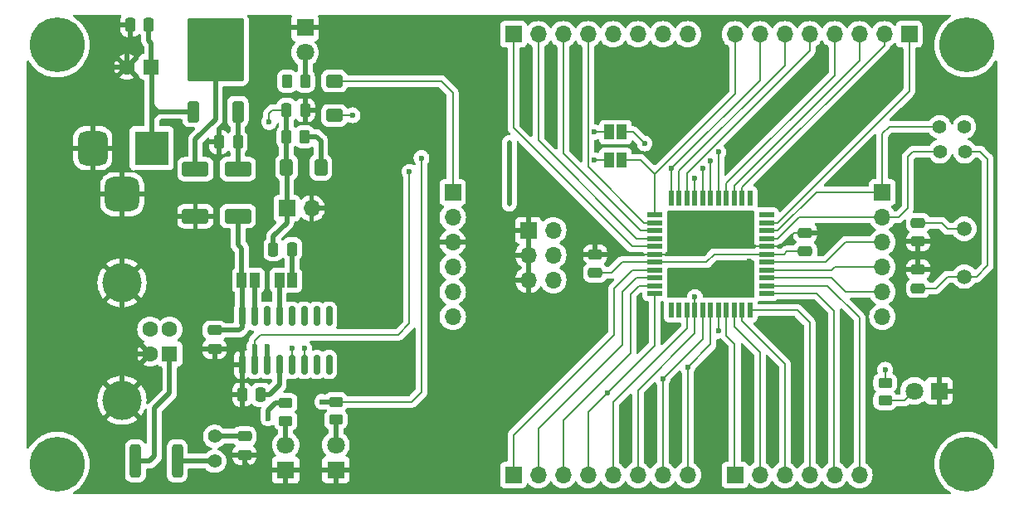
<source format=gbr>
%TF.GenerationSoftware,KiCad,Pcbnew,8.0.4*%
%TF.CreationDate,2024-09-09T16:31:09-03:00*%
%TF.ProjectId,Esquem_tico_V1,45737175-656d-4e17-9469-636f5f56312e,rev?*%
%TF.SameCoordinates,Original*%
%TF.FileFunction,Copper,L1,Top*%
%TF.FilePolarity,Positive*%
%FSLAX46Y46*%
G04 Gerber Fmt 4.6, Leading zero omitted, Abs format (unit mm)*
G04 Created by KiCad (PCBNEW 8.0.4) date 2024-09-09 16:31:09*
%MOMM*%
%LPD*%
G01*
G04 APERTURE LIST*
G04 Aperture macros list*
%AMRoundRect*
0 Rectangle with rounded corners*
0 $1 Rounding radius*
0 $2 $3 $4 $5 $6 $7 $8 $9 X,Y pos of 4 corners*
0 Add a 4 corners polygon primitive as box body*
4,1,4,$2,$3,$4,$5,$6,$7,$8,$9,$2,$3,0*
0 Add four circle primitives for the rounded corners*
1,1,$1+$1,$2,$3*
1,1,$1+$1,$4,$5*
1,1,$1+$1,$6,$7*
1,1,$1+$1,$8,$9*
0 Add four rect primitives between the rounded corners*
20,1,$1+$1,$2,$3,$4,$5,0*
20,1,$1+$1,$4,$5,$6,$7,0*
20,1,$1+$1,$6,$7,$8,$9,0*
20,1,$1+$1,$8,$9,$2,$3,0*%
G04 Aperture macros list end*
%TA.AperFunction,SMDPad,CuDef*%
%ADD10RoundRect,0.250000X-0.450000X0.262500X-0.450000X-0.262500X0.450000X-0.262500X0.450000X0.262500X0*%
%TD*%
%TA.AperFunction,ComponentPad*%
%ADD11R,1.800000X1.800000*%
%TD*%
%TA.AperFunction,ComponentPad*%
%ADD12C,1.800000*%
%TD*%
%TA.AperFunction,SMDPad,CuDef*%
%ADD13RoundRect,0.250000X-0.262500X-0.450000X0.262500X-0.450000X0.262500X0.450000X-0.262500X0.450000X0*%
%TD*%
%TA.AperFunction,ComponentPad*%
%ADD14R,1.700000X1.700000*%
%TD*%
%TA.AperFunction,ComponentPad*%
%ADD15O,1.700000X1.700000*%
%TD*%
%TA.AperFunction,SMDPad,CuDef*%
%ADD16RoundRect,0.150000X0.150000X-0.825000X0.150000X0.825000X-0.150000X0.825000X-0.150000X-0.825000X0*%
%TD*%
%TA.AperFunction,SMDPad,CuDef*%
%ADD17RoundRect,0.250000X0.250000X0.475000X-0.250000X0.475000X-0.250000X-0.475000X0.250000X-0.475000X0*%
%TD*%
%TA.AperFunction,SMDPad,CuDef*%
%ADD18RoundRect,0.250000X-0.250000X-0.475000X0.250000X-0.475000X0.250000X0.475000X-0.250000X0.475000X0*%
%TD*%
%TA.AperFunction,SMDPad,CuDef*%
%ADD19R,1.000000X1.500000*%
%TD*%
%TA.AperFunction,ComponentPad*%
%ADD20RoundRect,0.250000X0.400000X0.600000X-0.400000X0.600000X-0.400000X-0.600000X0.400000X-0.600000X0*%
%TD*%
%TA.AperFunction,SMDPad,CuDef*%
%ADD21RoundRect,0.250000X0.400000X0.600000X-0.400000X0.600000X-0.400000X-0.600000X0.400000X-0.600000X0*%
%TD*%
%TA.AperFunction,SMDPad,CuDef*%
%ADD22RoundRect,0.250000X0.475000X-0.250000X0.475000X0.250000X-0.475000X0.250000X-0.475000X-0.250000X0*%
%TD*%
%TA.AperFunction,SMDPad,CuDef*%
%ADD23RoundRect,0.250000X1.100000X-0.500000X1.100000X0.500000X-1.100000X0.500000X-1.100000X-0.500000X0*%
%TD*%
%TA.AperFunction,ComponentPad*%
%ADD24R,1.600000X1.600000*%
%TD*%
%TA.AperFunction,ComponentPad*%
%ADD25C,1.600000*%
%TD*%
%TA.AperFunction,ComponentPad*%
%ADD26C,4.000000*%
%TD*%
%TA.AperFunction,ComponentPad*%
%ADD27C,1.400000*%
%TD*%
%TA.AperFunction,SMDPad,CuDef*%
%ADD28RoundRect,0.250000X0.262500X0.450000X-0.262500X0.450000X-0.262500X-0.450000X0.262500X-0.450000X0*%
%TD*%
%TA.AperFunction,ComponentPad*%
%ADD29RoundRect,0.250000X0.262500X0.450000X-0.262500X0.450000X-0.262500X-0.450000X0.262500X-0.450000X0*%
%TD*%
%TA.AperFunction,ComponentPad*%
%ADD30RoundRect,0.250000X0.475000X-0.250000X0.475000X0.250000X-0.475000X0.250000X-0.475000X-0.250000X0*%
%TD*%
%TA.AperFunction,SMDPad,CuDef*%
%ADD31RoundRect,0.250000X-0.475000X0.250000X-0.475000X-0.250000X0.475000X-0.250000X0.475000X0.250000X0*%
%TD*%
%TA.AperFunction,ComponentPad*%
%ADD32R,3.500000X3.500000*%
%TD*%
%TA.AperFunction,ComponentPad*%
%ADD33RoundRect,0.750000X-0.750000X-1.000000X0.750000X-1.000000X0.750000X1.000000X-0.750000X1.000000X0*%
%TD*%
%TA.AperFunction,ComponentPad*%
%ADD34RoundRect,0.875000X-0.875000X-0.875000X0.875000X-0.875000X0.875000X0.875000X-0.875000X0.875000X0*%
%TD*%
%TA.AperFunction,SMDPad,CuDef*%
%ADD35RoundRect,0.250000X-0.600000X0.400000X-0.600000X-0.400000X0.600000X-0.400000X0.600000X0.400000X0*%
%TD*%
%TA.AperFunction,ComponentPad*%
%ADD36C,5.600000*%
%TD*%
%TA.AperFunction,ComponentPad*%
%ADD37RoundRect,0.250000X1.100000X-0.500000X1.100000X0.500000X-1.100000X0.500000X-1.100000X-0.500000X0*%
%TD*%
%TA.AperFunction,ComponentPad*%
%ADD38C,1.500000*%
%TD*%
%TA.AperFunction,SMDPad,CuDef*%
%ADD39RoundRect,0.250000X0.312500X1.450000X-0.312500X1.450000X-0.312500X-1.450000X0.312500X-1.450000X0*%
%TD*%
%TA.AperFunction,ComponentPad*%
%ADD40RoundRect,0.250000X0.350000X-0.850000X0.350000X0.850000X-0.350000X0.850000X-0.350000X-0.850000X0*%
%TD*%
%TA.AperFunction,SMDPad,CuDef*%
%ADD41RoundRect,0.250000X1.125000X-1.275000X1.125000X1.275000X-1.125000X1.275000X-1.125000X-1.275000X0*%
%TD*%
%TA.AperFunction,SMDPad,CuDef*%
%ADD42RoundRect,0.249997X2.650003X-2.950003X2.650003X2.950003X-2.650003X2.950003X-2.650003X-2.950003X0*%
%TD*%
%TA.AperFunction,SMDPad,CuDef*%
%ADD43RoundRect,0.250000X0.350000X-0.850000X0.350000X0.850000X-0.350000X0.850000X-0.350000X-0.850000X0*%
%TD*%
%TA.AperFunction,SMDPad,CuDef*%
%ADD44R,1.500000X0.550000*%
%TD*%
%TA.AperFunction,SMDPad,CuDef*%
%ADD45R,0.550000X1.500000*%
%TD*%
%TA.AperFunction,ViaPad*%
%ADD46C,0.600000*%
%TD*%
%TA.AperFunction,ViaPad*%
%ADD47C,0.500000*%
%TD*%
%TA.AperFunction,Conductor*%
%ADD48C,0.200000*%
%TD*%
%TA.AperFunction,Conductor*%
%ADD49C,0.500000*%
%TD*%
G04 APERTURE END LIST*
D10*
%TO.P,R3,1*%
%TO.N,Net-(JP6-A)*%
X128960000Y-102267500D03*
%TO.P,R3,2*%
%TO.N,Net-(D7-A)*%
X128960000Y-104092500D03*
%TD*%
D11*
%TO.P,D6,1,K*%
%TO.N,GND*%
X128960000Y-109105000D03*
D12*
%TO.P,D6,2,A*%
%TO.N,Net-(D7-A)*%
X128960000Y-106565000D03*
%TD*%
D13*
%TO.P,R1,1*%
%TO.N,Net-(D1-A)*%
X129047500Y-75090000D03*
%TO.P,R1,2*%
%TO.N,+5V*%
X130872500Y-75090000D03*
%TD*%
D14*
%TO.P,J9,1,Pin_1*%
%TO.N,RB0*%
X152200000Y-109620000D03*
D15*
%TO.P,J9,2,Pin_2*%
%TO.N,RB1*%
X154740000Y-109620000D03*
%TO.P,J9,3,Pin_3*%
%TO.N,RB2*%
X157280000Y-109620000D03*
%TO.P,J9,4,Pin_4*%
%TO.N,RB3*%
X159820000Y-109620000D03*
%TO.P,J9,5,Pin_5*%
%TO.N,RB4*%
X162360000Y-109620000D03*
%TO.P,J9,6,Pin_6*%
%TO.N,RB5*%
X164900000Y-109620000D03*
%TO.P,J9,7,Pin_7*%
%TO.N,RB6*%
X167440000Y-109620000D03*
%TO.P,J9,8,Pin_8*%
%TO.N,RB7*%
X169980000Y-109620000D03*
%TD*%
D14*
%TO.P,J4,1,Pin_1*%
%TO.N,GND*%
X153720000Y-84640000D03*
D15*
%TO.P,J4,2,Pin_2*%
%TO.N,+5V*%
X156260000Y-84640000D03*
%TO.P,J4,3,Pin_3*%
%TO.N,GND*%
X153720000Y-87180000D03*
%TO.P,J4,4,Pin_4*%
%TO.N,VDD*%
X156260000Y-87180000D03*
%TO.P,J4,5,Pin_5*%
%TO.N,GND*%
X153720000Y-89720000D03*
%TO.P,J4,6,Pin_6*%
%TO.N,VDD*%
X156260000Y-89720000D03*
%TD*%
D16*
%TO.P,U3,1,GND*%
%TO.N,GND*%
X124500000Y-98350000D03*
%TO.P,U3,2,TXD*%
%TO.N,Net-(JP6-A)*%
X125770000Y-98350000D03*
%TO.P,U3,3,RXD*%
%TO.N,Net-(JP7-A)*%
X127040000Y-98350000D03*
%TO.P,U3,4,V3*%
%TO.N,Net-(U2-V3)*%
X128310000Y-98350000D03*
%TO.P,U3,5,UD+*%
%TO.N,Net-(J2-D+)*%
X129580000Y-98350000D03*
%TO.P,U3,6,UD-*%
%TO.N,Net-(J2-D-)*%
X130850000Y-98350000D03*
%TO.P,U3,7,NC*%
%TO.N,unconnected-(U2-NC-Pad7)*%
X132120000Y-98350000D03*
%TO.P,U3,8,NC*%
%TO.N,unconnected-(U2-NC-Pad8)*%
X133390000Y-98350000D03*
%TO.P,U3,9,~{CTS}*%
%TO.N,unconnected-(U2-~{CTS}-Pad9)*%
X133390000Y-93400000D03*
%TO.P,U3,10,~{DSR}*%
%TO.N,unconnected-(U2-~{DSR}-Pad10)*%
X132120000Y-93400000D03*
%TO.P,U3,11,~{RI}*%
%TO.N,unconnected-(U2-~{RI}-Pad11)*%
X130850000Y-93400000D03*
%TO.P,U3,12,~{DCD}*%
%TO.N,unconnected-(U2-~{DCD}-Pad12)*%
X129580000Y-93400000D03*
%TO.P,U3,13,~{DTR}*%
%TO.N,Net-(JP5-A)*%
X128310000Y-93400000D03*
%TO.P,U3,14,~{RTS}*%
%TO.N,unconnected-(U2-~{RTS}-Pad14)*%
X127040000Y-93400000D03*
%TO.P,U3,15,R232*%
%TO.N,Net-(JP4-A)*%
X125770000Y-93400000D03*
%TO.P,U3,16,VCC*%
%TO.N,+5V*%
X124500000Y-93400000D03*
%TD*%
D17*
%TO.P,C3,1*%
%TO.N,RESET*%
X129610000Y-86570000D03*
%TO.P,C3,2*%
%TO.N,Net-(D1-A)*%
X127710000Y-86570000D03*
%TD*%
D18*
%TO.P,C10,1*%
%TO.N,GND*%
X124500000Y-101430000D03*
%TO.P,C10,2*%
%TO.N,Net-(U2-V3)*%
X126400000Y-101430000D03*
%TD*%
D14*
%TO.P,J8,1,Pin_1*%
%TO.N,RC0*%
X192575000Y-64620000D03*
D15*
%TO.P,J8,2,Pin_2*%
%TO.N,RC1*%
X190035000Y-64620000D03*
%TO.P,J8,3,Pin_3*%
%TO.N,RC2*%
X187495000Y-64620000D03*
%TO.P,J8,4,Pin_4*%
%TO.N,RC3*%
X184955000Y-64620000D03*
%TO.P,J8,5,Pin_5*%
%TO.N,RC4*%
X182415000Y-64620000D03*
%TO.P,J8,6,Pin_6*%
%TO.N,RC5*%
X179875000Y-64620000D03*
%TO.P,J8,7,Pin_7*%
%TO.N,RC6*%
X177335000Y-64620000D03*
%TO.P,J8,8,Pin_8*%
%TO.N,RC7*%
X174795000Y-64620000D03*
%TD*%
D18*
%TO.P,C4,1*%
%TO.N,Net-(D1-A)*%
X129050000Y-72370000D03*
%TO.P,C4,2*%
%TO.N,GND*%
X130950000Y-72370000D03*
%TD*%
D19*
%TO.P,JP5,1,A*%
%TO.N,Net-(JP4-A)*%
X125790000Y-89750000D03*
%TO.P,JP5,2,B*%
%TO.N,+5V*%
X124490000Y-89750000D03*
%TD*%
D14*
%TO.P,J7,1,Pin_1*%
%TO.N,OSC2*%
X189840000Y-80770000D03*
D15*
%TO.P,J7,2,Pin_2*%
%TO.N,OSC1*%
X189840000Y-83310000D03*
%TO.P,J7,3,Pin_3*%
%TO.N,RE2*%
X189840000Y-85850000D03*
%TO.P,J7,4,Pin_4*%
%TO.N,RE1*%
X189840000Y-88390000D03*
%TO.P,J7,5,Pin_5*%
%TO.N,RE0*%
X189840000Y-90930000D03*
%TO.P,J7,6,Pin_6*%
%TO.N,~{MCLR}*%
X189840000Y-93470000D03*
%TD*%
D11*
%TO.P,D8,1,K*%
%TO.N,GND*%
X195620000Y-101050000D03*
D12*
%TO.P,D8,2,A*%
%TO.N,Net-(D6-A)*%
X193080000Y-101050000D03*
%TD*%
D20*
%TO.P,D4,1,K*%
%TO.N,+5V*%
X132547500Y-78200000D03*
D21*
%TO.P,D4,2,A*%
%TO.N,Net-(D1-A)*%
X129047500Y-78200000D03*
%TD*%
D19*
%TO.P,JP2,1,A*%
%TO.N,Net-(JP7-A)*%
X161970000Y-74620000D03*
%TO.P,JP2,2,B*%
%TO.N,RC6*%
X163270000Y-74620000D03*
%TD*%
D22*
%TO.P,C12,1*%
%TO.N,Net-(JP2-B)*%
X193490000Y-90550000D03*
%TO.P,C12,2*%
%TO.N,GND*%
X193490000Y-88650000D03*
%TD*%
D14*
%TO.P,J6,1,Pin_1*%
%TO.N,~{MCLR}*%
X146000000Y-80770000D03*
D15*
%TO.P,J6,2,Pin_2*%
%TO.N,+5V*%
X146000000Y-83310000D03*
%TO.P,J6,3,Pin_3*%
%TO.N,GND*%
X146000000Y-85850000D03*
%TO.P,J6,4,Pin_4*%
%TO.N,RB7*%
X146000000Y-88390000D03*
%TO.P,J6,5,Pin_5*%
%TO.N,RB6*%
X146000000Y-90930000D03*
%TO.P,J6,6,Pin_6*%
%TO.N,RB3*%
X146000000Y-93470000D03*
%TD*%
D23*
%TO.P,D5,1,K*%
%TO.N,GND*%
X119750000Y-83207500D03*
%TO.P,D5,2,A*%
%TO.N,Net-(D2-A)*%
X119750000Y-78407500D03*
%TD*%
D24*
%TO.P,J1,1,VBUS*%
%TO.N,VBUS*%
X117120000Y-97260000D03*
D25*
%TO.P,J1,2,D-*%
%TO.N,Net-(J2-D-)*%
X117120000Y-94760000D03*
%TO.P,J1,3,D+*%
%TO.N,Net-(J2-D+)*%
X115120000Y-94760000D03*
%TO.P,J1,4,GND*%
%TO.N,GND*%
X115120000Y-97260000D03*
D26*
%TO.P,J1,5,Shield*%
X112260000Y-102010000D03*
X112260000Y-90010000D03*
%TD*%
D27*
%TO.P,JP3,1,A*%
%TO.N,OSC1*%
X195720000Y-76600000D03*
%TO.P,JP3,2,B*%
%TO.N,Net-(JP2-B)*%
X198260000Y-76600000D03*
%TD*%
D17*
%TO.P,C1,1*%
%TO.N,VDD*%
X114984887Y-63670000D03*
%TO.P,C1,2*%
%TO.N,GND*%
X113084887Y-63670000D03*
%TD*%
D28*
%TO.P,R2,1*%
%TO.N,Net-(D5-A)*%
X130932500Y-69420000D03*
D29*
%TO.P,R2,2*%
%TO.N,+5V*%
X129107500Y-69420000D03*
%TD*%
D30*
%TO.P,C6,1*%
%TO.N,+5V*%
X160530000Y-88980000D03*
D22*
%TO.P,C6,2*%
%TO.N,GND*%
X160530000Y-87080000D03*
%TD*%
D31*
%TO.P,C8,1*%
%TO.N,Net-(JP3-A)*%
X193490000Y-83880000D03*
%TO.P,C8,2*%
%TO.N,GND*%
X193490000Y-85780000D03*
%TD*%
D27*
%TO.P,JP6,1,A*%
%TO.N,Net-(JP1-A)*%
X121720000Y-108220000D03*
%TO.P,JP6,2,B*%
%TO.N,+5V*%
X121720000Y-105680000D03*
%TD*%
D32*
%TO.P,J2,1*%
%TO.N,VDD*%
X115280000Y-76260000D03*
D33*
%TO.P,J2,2*%
%TO.N,GND*%
X109280000Y-76260000D03*
D34*
%TO.P,J2,3*%
X112280000Y-80960000D03*
%TD*%
D35*
%TO.P,D2,1,K*%
%TO.N,~{MCLR}*%
X133920000Y-69402500D03*
%TO.P,D2,2,A*%
%TO.N,Net-(D1-A)*%
X133920000Y-72902500D03*
%TD*%
D27*
%TO.P,JP4,1,A*%
%TO.N,Net-(JP3-A)*%
X198210000Y-74070000D03*
%TO.P,JP4,2,B*%
%TO.N,OSC2*%
X195670000Y-74070000D03*
%TD*%
D36*
%TO.P,REF\u002A\u002A,1*%
%TO.N,N/C*%
X198449999Y-65720001D03*
%TD*%
D11*
%TO.P,D7,1,K*%
%TO.N,GND*%
X134090000Y-109095000D03*
D12*
%TO.P,D7,2,A*%
%TO.N,Net-(D8-A)*%
X134090000Y-106555000D03*
%TD*%
D36*
%TO.P,REF\u002A\u002A,1*%
%TO.N,N/C*%
X105650001Y-108519999D03*
%TD*%
D31*
%TO.P,C9,1*%
%TO.N,+5V*%
X124750000Y-105680000D03*
%TO.P,C9,2*%
%TO.N,GND*%
X124750000Y-107580000D03*
%TD*%
D14*
%TO.P,J5,1,Pin_1*%
%TO.N,RD7*%
X152200000Y-64620000D03*
D15*
%TO.P,J5,2,Pin_2*%
%TO.N,RD6*%
X154740000Y-64620000D03*
%TO.P,J5,3,Pin_3*%
%TO.N,RD5*%
X157280000Y-64620000D03*
%TO.P,J5,4,Pin_4*%
%TO.N,RD4*%
X159820000Y-64620000D03*
%TO.P,J5,5,Pin_5*%
%TO.N,RD3*%
X162360000Y-64620000D03*
%TO.P,J5,6,Pin_6*%
%TO.N,RD2*%
X164900000Y-64620000D03*
%TO.P,J5,7,Pin_7*%
%TO.N,RD1*%
X167440000Y-64620000D03*
%TO.P,J5,8,Pin_8*%
%TO.N,RD0*%
X169980000Y-64620000D03*
%TD*%
D11*
%TO.P,D3,1,K*%
%TO.N,GND*%
X130940000Y-63945000D03*
D12*
%TO.P,D3,2,A*%
%TO.N,Net-(D5-A)*%
X130940000Y-66485000D03*
%TD*%
D10*
%TO.P,R5,1*%
%TO.N,RB5*%
X190120000Y-100207500D03*
%TO.P,R5,2*%
%TO.N,Net-(D6-A)*%
X190120000Y-102032500D03*
%TD*%
D14*
%TO.P,J10,1,Pin_1*%
%TO.N,RA0*%
X174800000Y-109620000D03*
D15*
%TO.P,J10,2,Pin_2*%
%TO.N,RA1*%
X177340000Y-109620000D03*
%TO.P,J10,3,Pin_3*%
%TO.N,RA2*%
X179880000Y-109620000D03*
%TO.P,J10,4,Pin_4*%
%TO.N,RA3*%
X182420000Y-109620000D03*
%TO.P,J10,5,Pin_5*%
%TO.N,RA4*%
X184960000Y-109620000D03*
%TO.P,J10,6,Pin_6*%
%TO.N,RA5*%
X187500000Y-109620000D03*
%TD*%
D37*
%TO.P,D1,1,K*%
%TO.N,+5V*%
X124075000Y-83182500D03*
D23*
%TO.P,D1,2,A*%
%TO.N,Net-(D4-A)*%
X124075000Y-78382500D03*
%TD*%
D31*
%TO.P,C11,1*%
%TO.N,+5V*%
X121720000Y-94860000D03*
%TO.P,C11,2*%
%TO.N,GND*%
X121720000Y-96760000D03*
%TD*%
D10*
%TO.P,R4,1*%
%TO.N,Net-(JP7-A)*%
X134080000Y-102157500D03*
%TO.P,R4,2*%
%TO.N,Net-(D8-A)*%
X134080000Y-103982500D03*
%TD*%
D14*
%TO.P,J3,1,Pin_1*%
%TO.N,Net-(D1-A)*%
X129065000Y-82400000D03*
D15*
%TO.P,J3,2,Pin_2*%
%TO.N,GND*%
X131605000Y-82400000D03*
%TD*%
D36*
%TO.P,REF\u002A\u002A,1*%
%TO.N,N/C*%
X198450000Y-108520000D03*
%TD*%
D22*
%TO.P,C7,1*%
%TO.N,+5V*%
X181950000Y-86790000D03*
%TO.P,C7,2*%
%TO.N,GND*%
X181950000Y-84890000D03*
%TD*%
D38*
%TO.P,Y1,1,1*%
%TO.N,Net-(JP2-B)*%
X198200000Y-89370000D03*
%TO.P,Y1,2,2*%
%TO.N,Net-(JP3-A)*%
X198200000Y-84490000D03*
%TD*%
D39*
%TO.P,F1,1*%
%TO.N,Net-(JP1-A)*%
X117897500Y-108220000D03*
%TO.P,F1,2*%
%TO.N,VBUS*%
X113622500Y-108220000D03*
%TD*%
D19*
%TO.P,JP1,1,A*%
%TO.N,Net-(JP6-A)*%
X161970000Y-77460000D03*
%TO.P,JP1,2,B*%
%TO.N,RC7*%
X163270000Y-77460000D03*
%TD*%
D40*
%TO.P,U1,1,VI*%
%TO.N,VDD*%
X119510000Y-72510000D03*
D41*
%TO.P,U1,2,GND*%
%TO.N,Net-(D2-A)*%
X120265000Y-67885000D03*
X123315000Y-67885000D03*
D42*
X121790000Y-66210000D03*
D41*
X120265000Y-64535000D03*
X123315000Y-64535000D03*
D43*
%TO.P,U1,3,VO*%
%TO.N,Net-(D4-A)*%
X124070000Y-72510000D03*
%TD*%
D24*
%TO.P,C2,1*%
%TO.N,VDD*%
X115260000Y-67950000D03*
D25*
%TO.P,C2,2*%
%TO.N,GND*%
X112760000Y-67950000D03*
%TD*%
D44*
%TO.P,U2,1,DT/RX/RC7*%
%TO.N,RC7*%
X166610000Y-83090000D03*
%TO.P,U2,2,RD4/PSP4*%
%TO.N,RD4*%
X166610000Y-83890000D03*
%TO.P,U2,3,RD5/PSP5*%
%TO.N,RD5*%
X166610000Y-84690000D03*
%TO.P,U2,4,RD6/PSP6*%
%TO.N,RD6*%
X166610000Y-85490000D03*
%TO.P,U2,5,RD7/PSP7*%
%TO.N,RD7*%
X166610000Y-86290000D03*
%TO.P,U2,6,VSS*%
%TO.N,GND*%
X166610000Y-87090000D03*
%TO.P,U2,7,VDD*%
%TO.N,+5V*%
X166610000Y-87890000D03*
%TO.P,U2,8,INT/RB0*%
%TO.N,RB0*%
X166610000Y-88690000D03*
%TO.P,U2,9,RB1*%
%TO.N,RB1*%
X166610000Y-89490000D03*
%TO.P,U2,10,RB2*%
%TO.N,RB2*%
X166610000Y-90290000D03*
%TO.P,U2,11,PGM/RB3*%
%TO.N,RB3*%
X166610000Y-91090000D03*
D45*
%TO.P,U2,12*%
%TO.N,N/C*%
X168310000Y-92790000D03*
%TO.P,U2,13*%
X169110000Y-92790000D03*
%TO.P,U2,14,RB4*%
%TO.N,RB4*%
X169910000Y-92790000D03*
%TO.P,U2,15,RB5*%
%TO.N,RB5*%
X170710000Y-92790000D03*
%TO.P,U2,16,PGC/RB6*%
%TO.N,RB6*%
X171510000Y-92790000D03*
%TO.P,U2,17,PGD/RB7*%
%TO.N,RB7*%
X172310000Y-92790000D03*
%TO.P,U2,18,~{MCLR}/Vpp*%
%TO.N,~{MCLR}*%
X173110000Y-92790000D03*
%TO.P,U2,19,AN0/RA0*%
%TO.N,RA0*%
X173910000Y-92790000D03*
%TO.P,U2,20,AN1/RA1*%
%TO.N,RA1*%
X174710000Y-92790000D03*
%TO.P,U2,21,CVref/Vref-/AN2/RA2*%
%TO.N,RA2*%
X175510000Y-92790000D03*
%TO.P,U2,22,Vref+/AN3/RA3*%
%TO.N,RA3*%
X176310000Y-92790000D03*
D44*
%TO.P,U2,23,C1OUT/T0CKI/RA4*%
%TO.N,RA4*%
X178010000Y-91090000D03*
%TO.P,U2,24,~{SS}/C2OUT/AN4/RA5*%
%TO.N,RA5*%
X178010000Y-90290000D03*
%TO.P,U2,25,RE0/~{RD}/AN5*%
%TO.N,RE0*%
X178010000Y-89490000D03*
%TO.P,U2,26,RE1/~{WR}/AN6*%
%TO.N,RE1*%
X178010000Y-88690000D03*
%TO.P,U2,27,RE2/~{CS}/AN7*%
%TO.N,RE2*%
X178010000Y-87890000D03*
%TO.P,U2,28,VDD*%
%TO.N,+5V*%
X178010000Y-87090000D03*
%TO.P,U2,29,VSS*%
%TO.N,GND*%
X178010000Y-86290000D03*
%TO.P,U2,30,OSC1/CLKI*%
%TO.N,OSC1*%
X178010000Y-85490000D03*
%TO.P,U2,31,OSC2/CLKO*%
%TO.N,OSC2*%
X178010000Y-84690000D03*
%TO.P,U2,32,T1OSO/T1CKI/RC0*%
%TO.N,RC0*%
X178010000Y-83890000D03*
%TO.P,U2,33*%
%TO.N,N/C*%
X178010000Y-83090000D03*
D45*
%TO.P,U2,34*%
X176310000Y-81390000D03*
%TO.P,U2,35,T1OSI/CCP2/RC1*%
%TO.N,RC1*%
X175510000Y-81390000D03*
%TO.P,U2,36,CCP1/RC2*%
%TO.N,RC2*%
X174710000Y-81390000D03*
%TO.P,U2,37,SCK/SCL/RC3*%
%TO.N,RC3*%
X173910000Y-81390000D03*
%TO.P,U2,38,RD0/PSP0*%
%TO.N,RD0*%
X173110000Y-81390000D03*
%TO.P,U2,39,RD1/PSP1*%
%TO.N,RD1*%
X172310000Y-81390000D03*
%TO.P,U2,40,RD2/PSP2*%
%TO.N,RD2*%
X171510000Y-81390000D03*
%TO.P,U2,41,RD3/PSP3*%
%TO.N,RD3*%
X170710000Y-81390000D03*
%TO.P,U2,42,SDI/SDA/RC4*%
%TO.N,RC4*%
X169910000Y-81390000D03*
%TO.P,U2,43,SDO/RC5*%
%TO.N,RC5*%
X169110000Y-81390000D03*
%TO.P,U2,44,CK/TX/RC6*%
%TO.N,RC6*%
X168310000Y-81390000D03*
%TD*%
D19*
%TO.P,JP7,1,A*%
%TO.N,Net-(JP5-A)*%
X128320000Y-89750000D03*
%TO.P,JP7,2,B*%
%TO.N,RESET*%
X129620000Y-89750000D03*
%TD*%
D17*
%TO.P,C5,1*%
%TO.N,Net-(D4-A)*%
X124070000Y-75630000D03*
%TO.P,C5,2*%
%TO.N,GND*%
X122170000Y-75630000D03*
%TD*%
D36*
%TO.P,REF\u002A\u002A,1*%
%TO.N,N/C*%
X105650000Y-65720000D03*
%TD*%
D46*
%TO.N,RB3*%
X161760000Y-101270000D03*
%TO.N,GND*%
X171315000Y-102080000D03*
X163905000Y-102080000D03*
X166395000Y-102080000D03*
X169055000Y-102080000D03*
X158540000Y-71730000D03*
X156020000Y-71730000D03*
X153450000Y-71730000D03*
X150770000Y-71720000D03*
X175280000Y-76510000D03*
X183200000Y-76520000D03*
X188520000Y-76530000D03*
X191510000Y-76530000D03*
X193630000Y-77850000D03*
X167980000Y-94790000D03*
X165330000Y-94790000D03*
X161390000Y-94790000D03*
X175990000Y-103910000D03*
X178620000Y-103920000D03*
X181170000Y-103930000D03*
X183770000Y-103930000D03*
X186400000Y-103930000D03*
X188880000Y-103940000D03*
X176270000Y-87780000D03*
X176260000Y-85720000D03*
%TO.N,Net-(JP6-A)*%
X141590000Y-78660000D03*
X160440000Y-77460000D03*
%TO.N,Net-(JP7-A)*%
X142820000Y-77260000D03*
X160440000Y-74620000D03*
%TO.N,RC6*%
X165590000Y-75770000D03*
X168310000Y-78350000D03*
D47*
%TO.N,VDD*%
X151770000Y-75670000D03*
X151770000Y-81980000D03*
D46*
%TO.N,Net-(D1-A)*%
X127270000Y-73590000D03*
X135790000Y-72890000D03*
%TO.N,RB6*%
X167440000Y-99810000D03*
%TO.N,RB7*%
X169990000Y-98630000D03*
%TO.N,~{MCLR}*%
X173100000Y-94910000D03*
%TO.N,Net-(J2-D+)*%
X129580000Y-96660000D03*
%TO.N,Net-(J2-D-)*%
X130850000Y-96670000D03*
%TO.N,RD2*%
X171510000Y-78330000D03*
%TO.N,RD3*%
X170710000Y-79310000D03*
%TO.N,RD0*%
X173110000Y-76650000D03*
%TO.N,RD1*%
X172310000Y-77550000D03*
%TO.N,RB5*%
X190120000Y-98870000D03*
X170720000Y-91460000D03*
%TO.N,Net-(JP6-A)*%
X125780000Y-96540000D03*
X127180000Y-103860000D03*
%TO.N,Net-(JP7-A)*%
X127040000Y-96510000D03*
X132670000Y-102160000D03*
%TD*%
D48*
%TO.N,RB3*%
X161760000Y-101270000D02*
X166610000Y-96420000D01*
X159820000Y-103210000D02*
X161760000Y-101270000D01*
%TO.N,GND*%
X160540000Y-87090000D02*
X160530000Y-87080000D01*
X166610000Y-87090000D02*
X160540000Y-87090000D01*
%TO.N,Net-(JP6-A)*%
X125780000Y-95880000D02*
X125780000Y-96540000D01*
X126360000Y-95300000D02*
X125780000Y-95880000D01*
X140470000Y-95300000D02*
X126360000Y-95300000D01*
X141590000Y-94180000D02*
X140470000Y-95300000D01*
X141590000Y-78660000D02*
X141590000Y-94180000D01*
X161970000Y-77460000D02*
X160440000Y-77460000D01*
%TO.N,Net-(JP7-A)*%
X141832500Y-102157500D02*
X134080000Y-102157500D01*
X142820000Y-101170000D02*
X141832500Y-102157500D01*
X142820000Y-77260000D02*
X142820000Y-101170000D01*
D49*
%TO.N,VDD*%
X151770000Y-75670000D02*
X151770000Y-81980000D01*
D48*
%TO.N,Net-(JP7-A)*%
X161970000Y-74620000D02*
X160440000Y-74620000D01*
%TO.N,RC6*%
X164440000Y-74620000D02*
X165590000Y-75770000D01*
X163270000Y-74620000D02*
X164440000Y-74620000D01*
%TO.N,RC7*%
X165160000Y-77460000D02*
X166610000Y-78910000D01*
X163270000Y-77460000D02*
X165160000Y-77460000D01*
%TO.N,+5V*%
X163300000Y-87890000D02*
X166610000Y-87890000D01*
X162210000Y-88980000D02*
X163300000Y-87890000D01*
X160530000Y-88980000D02*
X162210000Y-88980000D01*
%TO.N,Net-(D1-A)*%
X127600000Y-72370000D02*
X129050000Y-72370000D01*
X127270000Y-72700000D02*
X127600000Y-72370000D01*
X127270000Y-73590000D02*
X127270000Y-72700000D01*
X135777500Y-72902500D02*
X135790000Y-72890000D01*
X133920000Y-72902500D02*
X135777500Y-72902500D01*
%TO.N,RB3*%
X159820000Y-103230000D02*
X159820000Y-103210000D01*
X159830000Y-103240000D02*
X159820000Y-103230000D01*
X159820000Y-103250000D02*
X159830000Y-103240000D01*
%TO.N,RB6*%
X167440000Y-99810000D02*
X167440000Y-109620000D01*
X171510000Y-95740000D02*
X171510000Y-92790000D01*
X167440000Y-99810000D02*
X171510000Y-95740000D01*
%TO.N,RB7*%
X169980000Y-98630000D02*
X169980000Y-98630000D01*
X169990000Y-98630000D02*
X169980000Y-98630000D01*
X169990000Y-98620000D02*
X169990000Y-98630000D01*
%TO.N,~{MCLR}*%
X144822500Y-69402500D02*
X146000000Y-70580000D01*
X133920000Y-69402500D02*
X144822500Y-69402500D01*
X146000000Y-70580000D02*
X146000000Y-80770000D01*
D49*
%TO.N,+5V*%
X132547500Y-75527500D02*
X132110000Y-75090000D01*
X132547500Y-78200000D02*
X132547500Y-75527500D01*
X132110000Y-75090000D02*
X130872500Y-75090000D01*
%TO.N,VDD*%
X115280000Y-71910000D02*
X115290000Y-71910000D01*
X115290000Y-71910000D02*
X115890000Y-72510000D01*
X115260000Y-65520000D02*
X115260000Y-67950000D01*
X115280000Y-73120000D02*
X115280000Y-73130000D01*
X115890000Y-72510000D02*
X115280000Y-73120000D01*
X114984887Y-65244887D02*
X115260000Y-65520000D01*
X115890000Y-72510000D02*
X115280000Y-72510000D01*
X114984887Y-63670000D02*
X114984887Y-65244887D01*
X119510000Y-72510000D02*
X115890000Y-72510000D01*
X115280000Y-76260000D02*
X115280000Y-73130000D01*
X115280000Y-71910000D02*
X115280000Y-67970000D01*
X115280000Y-67970000D02*
X115260000Y-67950000D01*
X115280000Y-73130000D02*
X115280000Y-72510000D01*
X115280000Y-72510000D02*
X115280000Y-71910000D01*
%TO.N,GND*%
X124500000Y-97010000D02*
X124500000Y-98350000D01*
D48*
X180840000Y-84890000D02*
X181950000Y-84890000D01*
D49*
X134090000Y-109095000D02*
X128970000Y-109095000D01*
X110500000Y-67950000D02*
X112760000Y-67950000D01*
X112290000Y-80970000D02*
X112280000Y-80960000D01*
X128970000Y-109095000D02*
X128960000Y-109105000D01*
X121720000Y-96760000D02*
X124250000Y-96760000D01*
X109280000Y-76260000D02*
X109280000Y-80350000D01*
X109280000Y-76260000D02*
X109280000Y-69170000D01*
X113090000Y-65470000D02*
X113084887Y-65464887D01*
D48*
X171580000Y-87090000D02*
X172380000Y-86290000D01*
D49*
X112760000Y-65800000D02*
X113090000Y-65470000D01*
X125455000Y-109105000D02*
X128960000Y-109105000D01*
X116170000Y-81490000D02*
X115650000Y-80970000D01*
X112270000Y-80970000D02*
X112280000Y-80960000D01*
X125450000Y-109110000D02*
X125455000Y-109105000D01*
X113084887Y-65464887D02*
X113084887Y-63670000D01*
X124500000Y-98350000D02*
X124500000Y-101430000D01*
X115120000Y-97260000D02*
X112270000Y-97260000D01*
X112260000Y-102010000D02*
X112260000Y-97250000D01*
X109280000Y-69170000D02*
X110500000Y-67950000D01*
D48*
X172380000Y-86290000D02*
X178010000Y-86290000D01*
D49*
X109900000Y-80970000D02*
X112270000Y-80970000D01*
X112760000Y-67950000D02*
X112760000Y-65800000D01*
X115650000Y-80970000D02*
X112290000Y-80970000D01*
X124750000Y-108410000D02*
X125450000Y-109110000D01*
X109280000Y-80350000D02*
X109900000Y-80970000D01*
X124750000Y-107580000D02*
X124750000Y-108410000D01*
X112280000Y-89990000D02*
X112260000Y-90010000D01*
X112280000Y-80960000D02*
X112280000Y-89990000D01*
X116170000Y-82420000D02*
X116170000Y-81490000D01*
X112260000Y-97250000D02*
X112260000Y-90010000D01*
D48*
X178010000Y-86290000D02*
X179440000Y-86290000D01*
D49*
X112270000Y-97260000D02*
X112260000Y-97250000D01*
X124250000Y-96760000D02*
X124500000Y-97010000D01*
D48*
X166610000Y-87090000D02*
X171580000Y-87090000D01*
D49*
X116957500Y-83207500D02*
X116170000Y-82420000D01*
D48*
X179440000Y-86290000D02*
X180840000Y-84890000D01*
D49*
X119750000Y-83207500D02*
X116957500Y-83207500D01*
%TO.N,+5V*%
X124100000Y-83207500D02*
X124075000Y-83182500D01*
D48*
X172680000Y-87090000D02*
X178010000Y-87090000D01*
X171880000Y-87890000D02*
X172680000Y-87090000D01*
X178010000Y-87090000D02*
X179800000Y-87090000D01*
D49*
X124220000Y-94860000D02*
X124500000Y-94580000D01*
X124490000Y-86500000D02*
X124100000Y-86110000D01*
D48*
X166610000Y-87890000D02*
X171880000Y-87890000D01*
D49*
X121720000Y-105680000D02*
X124750000Y-105680000D01*
D48*
X179800000Y-87090000D02*
X180100000Y-86790000D01*
D49*
X124100000Y-86110000D02*
X124100000Y-83207500D01*
X121720000Y-94860000D02*
X124220000Y-94860000D01*
X124500000Y-89760000D02*
X124490000Y-89750000D01*
X124490000Y-89750000D02*
X124490000Y-86500000D01*
D48*
X180100000Y-86790000D02*
X181950000Y-86790000D01*
D49*
X124500000Y-93400000D02*
X124500000Y-89760000D01*
X124500000Y-94580000D02*
X124500000Y-93400000D01*
%TO.N,Net-(D1-A)*%
X127710000Y-85240000D02*
X129065000Y-83885000D01*
X129047500Y-78200000D02*
X129047500Y-75090000D01*
X127710000Y-86570000D02*
X127710000Y-85240000D01*
X129065000Y-78217500D02*
X129047500Y-78200000D01*
X129050000Y-72370000D02*
X129050000Y-75087500D01*
X129065000Y-82400000D02*
X129065000Y-78217500D01*
X129065000Y-83885000D02*
X129065000Y-82400000D01*
X129050000Y-75087500D02*
X129047500Y-75090000D01*
%TO.N,RESET*%
X129620000Y-89750000D02*
X129620000Y-86580000D01*
X129620000Y-86580000D02*
X129610000Y-86570000D01*
D48*
%TO.N,Net-(JP2-B)*%
X193500000Y-90560000D02*
X195280000Y-90560000D01*
X199820000Y-76600000D02*
X198260000Y-76600000D01*
X193490000Y-90550000D02*
X193500000Y-90560000D01*
X195280000Y-90560000D02*
X196470000Y-89370000D01*
X200570000Y-77350000D02*
X199820000Y-76600000D01*
X198200000Y-89370000D02*
X199440000Y-89370000D01*
X200570000Y-88240000D02*
X200570000Y-77350000D01*
X199440000Y-89370000D02*
X200570000Y-88240000D01*
X196470000Y-89370000D02*
X198200000Y-89370000D01*
%TO.N,Net-(JP3-A)*%
X196500000Y-84490000D02*
X195900000Y-83890000D01*
X193500000Y-83890000D02*
X193490000Y-83880000D01*
X198200000Y-84490000D02*
X196500000Y-84490000D01*
X195900000Y-83890000D02*
X193500000Y-83890000D01*
D49*
%TO.N,Net-(D4-A)*%
X124070000Y-75630000D02*
X124070000Y-78377500D01*
X124070000Y-78377500D02*
X124075000Y-78382500D01*
X124070000Y-72510000D02*
X124070000Y-75630000D01*
%TO.N,Net-(U2-V3)*%
X128310000Y-100430000D02*
X128310000Y-98350000D01*
X126400000Y-101430000D02*
X127310000Y-101430000D01*
X127310000Y-101430000D02*
X128310000Y-100430000D01*
%TO.N,Net-(D2-A)*%
X121790000Y-73300000D02*
X121790000Y-66210000D01*
X119750000Y-75340000D02*
X121790000Y-73300000D01*
X119750000Y-78407500D02*
X119750000Y-75340000D01*
D48*
%TO.N,~{MCLR}*%
X173100000Y-94910000D02*
X173100000Y-92800000D01*
X173100000Y-92800000D02*
X173110000Y-92790000D01*
D49*
%TO.N,Net-(D5-A)*%
X130940000Y-66485000D02*
X130940000Y-69412500D01*
X130940000Y-69412500D02*
X130932500Y-69420000D01*
D48*
%TO.N,Net-(D6-A)*%
X192097500Y-102032500D02*
X193080000Y-101050000D01*
X190120000Y-102032500D02*
X192097500Y-102032500D01*
D49*
%TO.N,Net-(D7-A)*%
X128960000Y-106565000D02*
X128960000Y-104092500D01*
%TO.N,Net-(D8-A)*%
X134090000Y-103992500D02*
X134080000Y-103982500D01*
X134090000Y-106555000D02*
X134090000Y-103992500D01*
%TO.N,Net-(JP1-A)*%
X117897500Y-108220000D02*
X121720000Y-108220000D01*
%TO.N,VBUS*%
X115570000Y-107710000D02*
X115570000Y-102810000D01*
X115060000Y-108220000D02*
X115570000Y-107710000D01*
X113622500Y-108220000D02*
X115060000Y-108220000D01*
X115570000Y-102810000D02*
X117120000Y-101260000D01*
X117120000Y-101260000D02*
X117120000Y-97260000D01*
D48*
%TO.N,Net-(J2-D+)*%
X129580000Y-98350000D02*
X129580000Y-96660000D01*
%TO.N,Net-(J2-D-)*%
X130850000Y-98350000D02*
X130850000Y-96670000D01*
%TO.N,RB3*%
X159820000Y-109620000D02*
X159820000Y-103250000D01*
X166610000Y-96420000D02*
X166610000Y-91090000D01*
%TO.N,RB7*%
X172310000Y-92790000D02*
X172310000Y-96300000D01*
X169980000Y-98630000D02*
X169980000Y-109620000D01*
X172310000Y-96300000D02*
X169990000Y-98620000D01*
%TO.N,RA5*%
X178010000Y-90290000D02*
X184240000Y-90290000D01*
X187500000Y-93550000D02*
X187500000Y-109620000D01*
X184240000Y-90290000D02*
X187500000Y-93550000D01*
%TO.N,RA1*%
X174710000Y-94460000D02*
X177340000Y-97090000D01*
X174710000Y-92790000D02*
X174710000Y-94460000D01*
X177340000Y-97090000D02*
X177340000Y-109620000D01*
%TO.N,RA4*%
X183140000Y-91090000D02*
X184920000Y-92870000D01*
X178010000Y-91090000D02*
X183140000Y-91090000D01*
X184920000Y-92870000D02*
X184920000Y-109580000D01*
X184920000Y-109580000D02*
X184960000Y-109620000D01*
%TO.N,RA0*%
X173910000Y-95370000D02*
X174780000Y-96240000D01*
X174780000Y-96240000D02*
X174780000Y-109600000D01*
X173910000Y-92790000D02*
X173910000Y-95370000D01*
X174780000Y-109600000D02*
X174800000Y-109620000D01*
%TO.N,RA2*%
X179880000Y-98250000D02*
X179880000Y-109620000D01*
X175510000Y-93880000D02*
X179880000Y-98250000D01*
X175510000Y-92790000D02*
X175510000Y-93880000D01*
%TO.N,RA3*%
X176310000Y-92790000D02*
X181140000Y-92790000D01*
X181140000Y-92790000D02*
X182415000Y-94065000D01*
X182415000Y-94065000D02*
X182420000Y-94060000D01*
X182420000Y-94060000D02*
X182420000Y-109620000D01*
%TO.N,RE0*%
X184610000Y-89490000D02*
X186050000Y-90930000D01*
X186050000Y-90930000D02*
X189840000Y-90930000D01*
X178010000Y-89490000D02*
X184610000Y-89490000D01*
%TO.N,RE2*%
X186090000Y-85850000D02*
X189840000Y-85850000D01*
X178010000Y-87890000D02*
X184050000Y-87890000D01*
X184050000Y-87890000D02*
X186090000Y-85850000D01*
%TO.N,OSC1*%
X191480000Y-83310000D02*
X192440000Y-82350000D01*
X192440000Y-77130000D02*
X192970000Y-76600000D01*
X192970000Y-76600000D02*
X195720000Y-76600000D01*
X178010000Y-85490000D02*
X179160000Y-85490000D01*
X179160000Y-85490000D02*
X181340000Y-83310000D01*
X189840000Y-83310000D02*
X191480000Y-83310000D01*
X192440000Y-82350000D02*
X192440000Y-77130000D01*
X181340000Y-83310000D02*
X189840000Y-83310000D01*
%TO.N,OSC2*%
X179170000Y-84690000D02*
X183090000Y-80770000D01*
X190550000Y-74070000D02*
X195670000Y-74070000D01*
X189840000Y-80770000D02*
X189840000Y-74780000D01*
X183090000Y-80770000D02*
X189840000Y-80770000D01*
X178010000Y-84690000D02*
X179170000Y-84690000D01*
X189840000Y-74780000D02*
X190550000Y-74070000D01*
%TO.N,RE1*%
X184960000Y-88390000D02*
X189840000Y-88390000D01*
X178010000Y-88690000D02*
X184660000Y-88690000D01*
X184660000Y-88690000D02*
X184960000Y-88390000D01*
%TO.N,RD2*%
X171510000Y-81390000D02*
X171510000Y-78330000D01*
%TO.N,RD4*%
X166610000Y-83890000D02*
X165550000Y-83890000D01*
X159820000Y-78160000D02*
X159820000Y-64620000D01*
X165550000Y-83890000D02*
X159820000Y-78160000D01*
%TO.N,RD7*%
X152200000Y-74180000D02*
X152200000Y-64620000D01*
X166610000Y-86290000D02*
X164310000Y-86290000D01*
X164310000Y-86290000D02*
X152200000Y-74180000D01*
%TO.N,RD6*%
X164760000Y-85490000D02*
X154740000Y-75470000D01*
X154740000Y-75470000D02*
X154740000Y-64620000D01*
X166610000Y-85490000D02*
X164760000Y-85490000D01*
%TO.N,RD3*%
X170710000Y-81390000D02*
X170710000Y-79310000D01*
%TO.N,RD0*%
X173110000Y-81390000D02*
X173110000Y-76650000D01*
%TO.N,RD5*%
X166610000Y-84690000D02*
X165180000Y-84690000D01*
X157280000Y-76790000D02*
X157280000Y-64620000D01*
X165180000Y-84690000D02*
X157280000Y-76790000D01*
%TO.N,RD1*%
X172310000Y-81390000D02*
X172310000Y-77550000D01*
%TO.N,RB2*%
X164120000Y-91200000D02*
X165030000Y-90290000D01*
X164120000Y-97210000D02*
X164120000Y-91200000D01*
X157280000Y-104050000D02*
X164120000Y-97210000D01*
X157280000Y-109620000D02*
X157280000Y-104050000D01*
X165030000Y-90290000D02*
X166610000Y-90290000D01*
%TO.N,RB5*%
X170710000Y-92790000D02*
X170710000Y-95190000D01*
X190120000Y-100207500D02*
X190120000Y-98870000D01*
X170720000Y-91460000D02*
X170720000Y-92780000D01*
X170710000Y-95190000D02*
X164900000Y-101000000D01*
X170720000Y-92780000D02*
X170710000Y-92790000D01*
X164900000Y-101000000D02*
X164900000Y-109620000D01*
%TO.N,RB1*%
X163280000Y-90930000D02*
X164720000Y-89490000D01*
X164720000Y-89490000D02*
X166610000Y-89490000D01*
X154740000Y-104910000D02*
X163280000Y-96370000D01*
X154740000Y-109620000D02*
X154740000Y-104910000D01*
X163280000Y-96370000D02*
X163280000Y-90930000D01*
%TO.N,RB4*%
X162360000Y-102210000D02*
X162360000Y-109620000D01*
X169910000Y-92790000D02*
X169910000Y-94660000D01*
X169910000Y-94660000D02*
X162360000Y-102210000D01*
%TO.N,RB0*%
X164350000Y-88720000D02*
X166580000Y-88720000D01*
X162460000Y-90610000D02*
X164350000Y-88720000D01*
X162460000Y-95300000D02*
X162460000Y-90610000D01*
X166580000Y-88720000D02*
X166610000Y-88690000D01*
X152200000Y-105560000D02*
X162460000Y-95300000D01*
X152200000Y-109620000D02*
X152200000Y-105560000D01*
%TO.N,RC4*%
X169910000Y-81390000D02*
X169910000Y-78810000D01*
X169910000Y-78810000D02*
X182415000Y-66305000D01*
X182415000Y-66305000D02*
X182415000Y-64620000D01*
%TO.N,RC1*%
X190035000Y-65765000D02*
X190035000Y-64620000D01*
X175510000Y-80290000D02*
X190035000Y-65765000D01*
X175510000Y-81390000D02*
X175510000Y-80290000D01*
%TO.N,RC6*%
X177335000Y-69325000D02*
X177335000Y-64620000D01*
X168310000Y-81390000D02*
X168310000Y-78350000D01*
X168310000Y-78350000D02*
X177335000Y-69325000D01*
%TO.N,RC3*%
X173910000Y-81390000D02*
X173910000Y-79870000D01*
X173910000Y-79870000D02*
X184955000Y-68825000D01*
X184955000Y-68825000D02*
X184955000Y-64620000D01*
%TO.N,RC0*%
X178010000Y-83890000D02*
X179130000Y-83890000D01*
X192575000Y-70445000D02*
X192575000Y-64620000D01*
X179130000Y-83890000D02*
X192575000Y-70445000D01*
%TO.N,RC5*%
X169110000Y-78570000D02*
X179875000Y-67805000D01*
X169110000Y-81390000D02*
X169110000Y-78570000D01*
X179875000Y-67805000D02*
X179875000Y-64620000D01*
%TO.N,RC7*%
X166610000Y-83090000D02*
X166610000Y-78910000D01*
X174795000Y-70725000D02*
X174795000Y-64620000D01*
X166610000Y-78910000D02*
X174795000Y-70725000D01*
%TO.N,RC2*%
X187495000Y-67315000D02*
X187495000Y-64620000D01*
X174710000Y-81390000D02*
X174710000Y-80100000D01*
X174710000Y-80100000D02*
X187495000Y-67315000D01*
D49*
%TO.N,Net-(JP4-A)*%
X125770000Y-89770000D02*
X125790000Y-89750000D01*
X125770000Y-93400000D02*
X125770000Y-89770000D01*
%TO.N,Net-(JP5-A)*%
X128310000Y-89760000D02*
X128320000Y-89750000D01*
X128310000Y-93400000D02*
X128310000Y-89760000D01*
%TO.N,Net-(JP6-A)*%
X127922500Y-102267500D02*
X127550000Y-102640000D01*
X127180000Y-103010000D02*
X127180000Y-103860000D01*
X125780000Y-96540000D02*
X125780000Y-98340000D01*
X128960000Y-102267500D02*
X127922500Y-102267500D01*
X127550000Y-102640000D02*
X127180000Y-103010000D01*
X125780000Y-98340000D02*
X125770000Y-98350000D01*
%TO.N,Net-(JP7-A)*%
X127040000Y-96510000D02*
X127040000Y-98350000D01*
X134080000Y-102157500D02*
X132672500Y-102157500D01*
X132672500Y-102157500D02*
X132670000Y-102160000D01*
%TD*%
%TA.AperFunction,Conductor*%
%TO.N,GND*%
G36*
X164218834Y-101302915D02*
G01*
X164274767Y-101344787D01*
X164299184Y-101410251D01*
X164299500Y-101419097D01*
X164299500Y-108330908D01*
X164279815Y-108397947D01*
X164227914Y-108443286D01*
X164222173Y-108445963D01*
X164222169Y-108445965D01*
X164028597Y-108581505D01*
X163861505Y-108748597D01*
X163731575Y-108934158D01*
X163676998Y-108977783D01*
X163607500Y-108984977D01*
X163545145Y-108953454D01*
X163528425Y-108934158D01*
X163398494Y-108748597D01*
X163231402Y-108581506D01*
X163231395Y-108581501D01*
X163214264Y-108569506D01*
X163154518Y-108527671D01*
X163037831Y-108445965D01*
X163037826Y-108445962D01*
X163032091Y-108443288D01*
X162979653Y-108397113D01*
X162960500Y-108330908D01*
X162960500Y-102510097D01*
X162980185Y-102443058D01*
X162996819Y-102422416D01*
X164087819Y-101331416D01*
X164149142Y-101297931D01*
X164218834Y-101302915D01*
G37*
%TD.AperFunction*%
%TA.AperFunction,Conductor*%
G36*
X166687235Y-100164512D02*
G01*
X166743168Y-100206384D01*
X166748894Y-100214721D01*
X166783745Y-100270185D01*
X166810184Y-100312262D01*
X166810185Y-100312263D01*
X166812445Y-100315097D01*
X166813335Y-100317276D01*
X166813888Y-100318157D01*
X166813733Y-100318253D01*
X166838855Y-100379783D01*
X166839500Y-100392412D01*
X166839500Y-108330908D01*
X166819815Y-108397947D01*
X166767914Y-108443286D01*
X166762173Y-108445963D01*
X166762169Y-108445965D01*
X166568597Y-108581505D01*
X166401505Y-108748597D01*
X166271575Y-108934158D01*
X166216998Y-108977783D01*
X166147500Y-108984977D01*
X166085145Y-108953454D01*
X166068425Y-108934158D01*
X165938494Y-108748597D01*
X165771402Y-108581506D01*
X165771395Y-108581501D01*
X165754264Y-108569506D01*
X165694518Y-108527671D01*
X165577831Y-108445965D01*
X165577826Y-108445962D01*
X165572091Y-108443288D01*
X165519653Y-108397113D01*
X165500500Y-108330908D01*
X165500500Y-101300096D01*
X165520185Y-101233057D01*
X165536814Y-101212419D01*
X166556222Y-100193011D01*
X166617543Y-100159528D01*
X166687235Y-100164512D01*
G37*
%TD.AperFunction*%
%TA.AperFunction,Conductor*%
G36*
X169229518Y-98972229D02*
G01*
X169285451Y-99014101D01*
X169291172Y-99022431D01*
X169360184Y-99132262D01*
X169360186Y-99132264D01*
X169360494Y-99132754D01*
X169379500Y-99198726D01*
X169379500Y-108330908D01*
X169359815Y-108397947D01*
X169307914Y-108443286D01*
X169302173Y-108445963D01*
X169302169Y-108445965D01*
X169108597Y-108581505D01*
X168941505Y-108748597D01*
X168811575Y-108934158D01*
X168756998Y-108977783D01*
X168687500Y-108984977D01*
X168625145Y-108953454D01*
X168608425Y-108934158D01*
X168478494Y-108748597D01*
X168311402Y-108581506D01*
X168311395Y-108581501D01*
X168294264Y-108569506D01*
X168234518Y-108527671D01*
X168117831Y-108445965D01*
X168117826Y-108445962D01*
X168112091Y-108443288D01*
X168059653Y-108397113D01*
X168040500Y-108330908D01*
X168040500Y-100392412D01*
X168060185Y-100325373D01*
X168067555Y-100315097D01*
X168069810Y-100312267D01*
X168069816Y-100312262D01*
X168165789Y-100159522D01*
X168225368Y-99989255D01*
X168235161Y-99902329D01*
X168262226Y-99837918D01*
X168270690Y-99828543D01*
X169098505Y-99000728D01*
X169159826Y-98967245D01*
X169229518Y-98972229D01*
G37*
%TD.AperFunction*%
%TA.AperFunction,Conductor*%
G36*
X178145703Y-97365384D02*
G01*
X178152181Y-97371416D01*
X179243181Y-98462416D01*
X179276666Y-98523739D01*
X179279500Y-98550097D01*
X179279500Y-108330908D01*
X179259815Y-108397947D01*
X179207914Y-108443286D01*
X179202173Y-108445963D01*
X179202169Y-108445965D01*
X179008597Y-108581505D01*
X178841505Y-108748597D01*
X178711575Y-108934158D01*
X178656998Y-108977783D01*
X178587500Y-108984977D01*
X178525145Y-108953454D01*
X178508425Y-108934158D01*
X178378494Y-108748597D01*
X178211402Y-108581506D01*
X178211395Y-108581501D01*
X178194264Y-108569506D01*
X178134518Y-108527671D01*
X178017831Y-108445965D01*
X178017826Y-108445962D01*
X178012091Y-108443288D01*
X177959653Y-108397113D01*
X177940500Y-108330908D01*
X177940500Y-97459097D01*
X177960185Y-97392058D01*
X178012989Y-97346303D01*
X178082147Y-97336359D01*
X178145703Y-97365384D01*
G37*
%TD.AperFunction*%
%TA.AperFunction,Conductor*%
G36*
X180906942Y-93410185D02*
G01*
X180927584Y-93426819D01*
X181783181Y-94282416D01*
X181816666Y-94343739D01*
X181819500Y-94370097D01*
X181819500Y-108330908D01*
X181799815Y-108397947D01*
X181747914Y-108443286D01*
X181742173Y-108445963D01*
X181742169Y-108445965D01*
X181548597Y-108581505D01*
X181381505Y-108748597D01*
X181251575Y-108934158D01*
X181196998Y-108977783D01*
X181127500Y-108984977D01*
X181065145Y-108953454D01*
X181048425Y-108934158D01*
X180918494Y-108748597D01*
X180751402Y-108581506D01*
X180751395Y-108581501D01*
X180734264Y-108569506D01*
X180674518Y-108527671D01*
X180557831Y-108445965D01*
X180557826Y-108445962D01*
X180552091Y-108443288D01*
X180499653Y-108397113D01*
X180480500Y-108330908D01*
X180480500Y-98170943D01*
X180480499Y-98170939D01*
X180468924Y-98127739D01*
X180468924Y-98127738D01*
X180439577Y-98018215D01*
X180410639Y-97968095D01*
X180360520Y-97881284D01*
X180248716Y-97769480D01*
X180248715Y-97769479D01*
X180244385Y-97765149D01*
X180244374Y-97765139D01*
X176698430Y-94219195D01*
X176664945Y-94157872D01*
X176669929Y-94088180D01*
X176711801Y-94032247D01*
X176742779Y-94015332D01*
X176827326Y-93983798D01*
X176827326Y-93983797D01*
X176827331Y-93983796D01*
X176942546Y-93897546D01*
X177028796Y-93782331D01*
X177079091Y-93647483D01*
X177085500Y-93587873D01*
X177085500Y-93514500D01*
X177105185Y-93447461D01*
X177157989Y-93401706D01*
X177209500Y-93390500D01*
X180839903Y-93390500D01*
X180906942Y-93410185D01*
G37*
%TD.AperFunction*%
%TA.AperFunction,Conductor*%
G36*
X182906942Y-91710185D02*
G01*
X182927584Y-91726819D01*
X184283181Y-93082416D01*
X184316666Y-93143739D01*
X184319500Y-93170097D01*
X184319500Y-108355276D01*
X184299815Y-108422315D01*
X184266623Y-108456851D01*
X184088597Y-108581505D01*
X183921505Y-108748597D01*
X183791575Y-108934158D01*
X183736998Y-108977783D01*
X183667500Y-108984977D01*
X183605145Y-108953454D01*
X183588425Y-108934158D01*
X183458494Y-108748597D01*
X183291402Y-108581506D01*
X183291395Y-108581501D01*
X183274264Y-108569506D01*
X183214518Y-108527671D01*
X183097831Y-108445965D01*
X183097826Y-108445962D01*
X183092091Y-108443288D01*
X183039653Y-108397113D01*
X183020500Y-108330908D01*
X183020500Y-93980945D01*
X183020500Y-93980943D01*
X182987649Y-93858342D01*
X182979577Y-93828215D01*
X182941252Y-93761835D01*
X182941252Y-93761834D01*
X182900522Y-93691287D01*
X182900518Y-93691282D01*
X182788718Y-93579482D01*
X182788716Y-93579480D01*
X182788232Y-93579200D01*
X182779186Y-93573977D01*
X182753508Y-93554273D01*
X181627590Y-92428355D01*
X181627588Y-92428352D01*
X181508717Y-92309481D01*
X181508709Y-92309475D01*
X181389106Y-92240423D01*
X181389106Y-92240422D01*
X181389101Y-92240421D01*
X181383058Y-92236932D01*
X181371786Y-92230423D01*
X181333603Y-92220192D01*
X181219057Y-92189499D01*
X181060943Y-92189499D01*
X181053347Y-92189499D01*
X181053331Y-92189500D01*
X177209499Y-92189500D01*
X177142460Y-92169815D01*
X177096705Y-92117011D01*
X177085499Y-92065500D01*
X177085499Y-91989499D01*
X177105184Y-91922460D01*
X177157988Y-91876705D01*
X177209499Y-91865499D01*
X177212118Y-91865499D01*
X177212127Y-91865500D01*
X178807872Y-91865499D01*
X178867483Y-91859091D01*
X179002331Y-91808796D01*
X179117546Y-91722546D01*
X179117545Y-91722546D01*
X179124645Y-91717232D01*
X179126439Y-91719629D01*
X179174596Y-91693334D01*
X179200954Y-91690500D01*
X182839903Y-91690500D01*
X182906942Y-91710185D01*
G37*
%TD.AperFunction*%
%TA.AperFunction,Conductor*%
G36*
X185678358Y-92587237D02*
G01*
X185711858Y-92611093D01*
X186863181Y-93762416D01*
X186896666Y-93823739D01*
X186899500Y-93850097D01*
X186899500Y-108330908D01*
X186879815Y-108397947D01*
X186827914Y-108443286D01*
X186822173Y-108445963D01*
X186822169Y-108445965D01*
X186628597Y-108581505D01*
X186461505Y-108748597D01*
X186331575Y-108934158D01*
X186276998Y-108977783D01*
X186207500Y-108984977D01*
X186145145Y-108953454D01*
X186128425Y-108934158D01*
X185998494Y-108748597D01*
X185831402Y-108581506D01*
X185831395Y-108581501D01*
X185814264Y-108569506D01*
X185754518Y-108527671D01*
X185637831Y-108445965D01*
X185637827Y-108445963D01*
X185592093Y-108424636D01*
X185539655Y-108378463D01*
X185520500Y-108312255D01*
X185520500Y-92790945D01*
X185520500Y-92790943D01*
X185504402Y-92730864D01*
X185506065Y-92661018D01*
X185545227Y-92603155D01*
X185609455Y-92575651D01*
X185678358Y-92587237D01*
G37*
%TD.AperFunction*%
%TA.AperFunction,Conductor*%
G36*
X175585704Y-96185385D02*
G01*
X175592182Y-96191417D01*
X176703181Y-97302416D01*
X176736666Y-97363739D01*
X176739500Y-97390097D01*
X176739500Y-108330908D01*
X176719815Y-108397947D01*
X176667914Y-108443286D01*
X176662173Y-108445963D01*
X176662169Y-108445965D01*
X176468600Y-108581503D01*
X176346673Y-108703430D01*
X176285350Y-108736914D01*
X176215658Y-108731930D01*
X176159725Y-108690058D01*
X176142810Y-108659081D01*
X176093797Y-108527671D01*
X176093793Y-108527664D01*
X176007547Y-108412455D01*
X176007544Y-108412452D01*
X175892335Y-108326206D01*
X175892328Y-108326202D01*
X175757482Y-108275908D01*
X175757483Y-108275908D01*
X175697883Y-108269501D01*
X175697881Y-108269500D01*
X175697873Y-108269500D01*
X175697865Y-108269500D01*
X175504500Y-108269500D01*
X175437461Y-108249815D01*
X175391706Y-108197011D01*
X175380500Y-108145500D01*
X175380500Y-96329060D01*
X175380501Y-96329047D01*
X175380501Y-96279098D01*
X175400186Y-96212059D01*
X175452990Y-96166304D01*
X175522148Y-96156360D01*
X175585704Y-96185385D01*
G37*
%TD.AperFunction*%
%TA.AperFunction,Conductor*%
G36*
X165278833Y-90992914D02*
G01*
X165334767Y-91034785D01*
X165359184Y-91100250D01*
X165359500Y-91109096D01*
X165359500Y-91412869D01*
X165359501Y-91412876D01*
X165365908Y-91472483D01*
X165416202Y-91607328D01*
X165416206Y-91607335D01*
X165502452Y-91722544D01*
X165502455Y-91722547D01*
X165617664Y-91808793D01*
X165617671Y-91808797D01*
X165662618Y-91825561D01*
X165752517Y-91859091D01*
X165812127Y-91865500D01*
X165885500Y-91865499D01*
X165952538Y-91885183D01*
X165998294Y-91937986D01*
X166009500Y-91989499D01*
X166009500Y-96119902D01*
X165989815Y-96186941D01*
X165973181Y-96207583D01*
X164932182Y-97248582D01*
X164870859Y-97282067D01*
X164801167Y-97277083D01*
X164745234Y-97235211D01*
X164720817Y-97169747D01*
X164720501Y-97160901D01*
X164720501Y-97123347D01*
X164720500Y-97123329D01*
X164720500Y-91500097D01*
X164740185Y-91433058D01*
X164756819Y-91412416D01*
X164949832Y-91219403D01*
X165147821Y-91021413D01*
X165209142Y-90987930D01*
X165278833Y-90992914D01*
G37*
%TD.AperFunction*%
%TA.AperFunction,Conductor*%
G36*
X167477539Y-91885184D02*
G01*
X167523294Y-91937988D01*
X167534500Y-91989499D01*
X167534500Y-93587870D01*
X167534501Y-93587876D01*
X167540908Y-93647483D01*
X167591202Y-93782328D01*
X167591206Y-93782335D01*
X167677452Y-93897544D01*
X167677455Y-93897547D01*
X167792664Y-93983793D01*
X167792671Y-93983797D01*
X167837618Y-94000561D01*
X167927517Y-94034091D01*
X167987127Y-94040500D01*
X168632872Y-94040499D01*
X168692483Y-94034091D01*
X168692486Y-94034089D01*
X168696744Y-94033632D01*
X168723254Y-94033632D01*
X168727514Y-94034089D01*
X168727517Y-94034091D01*
X168787127Y-94040500D01*
X169185500Y-94040499D01*
X169252539Y-94060183D01*
X169298294Y-94112987D01*
X169309500Y-94164499D01*
X169309500Y-94359902D01*
X169289815Y-94426941D01*
X169273181Y-94447583D01*
X167422181Y-96298583D01*
X167360858Y-96332068D01*
X167291166Y-96327084D01*
X167235233Y-96285212D01*
X167210816Y-96219748D01*
X167210500Y-96210902D01*
X167210500Y-91989499D01*
X167230185Y-91922460D01*
X167282989Y-91876705D01*
X167334500Y-91865499D01*
X167410500Y-91865499D01*
X167477539Y-91885184D01*
G37*
%TD.AperFunction*%
%TA.AperFunction,Conductor*%
G36*
X176702539Y-87710185D02*
G01*
X176748294Y-87762989D01*
X176759500Y-87814500D01*
X176759500Y-88212870D01*
X176759501Y-88212879D01*
X176766367Y-88276751D01*
X176766367Y-88303257D01*
X176765909Y-88307516D01*
X176765909Y-88307517D01*
X176759500Y-88367127D01*
X176759500Y-88367132D01*
X176759500Y-88367133D01*
X176759500Y-89012870D01*
X176759501Y-89012879D01*
X176766367Y-89076751D01*
X176766367Y-89103257D01*
X176765909Y-89107516D01*
X176765909Y-89107517D01*
X176759500Y-89167127D01*
X176759500Y-89167129D01*
X176759500Y-89167133D01*
X176759500Y-89812870D01*
X176759501Y-89812879D01*
X176766367Y-89876751D01*
X176766367Y-89903257D01*
X176765909Y-89907516D01*
X176765909Y-89907517D01*
X176759500Y-89967127D01*
X176759500Y-89967129D01*
X176759500Y-89967133D01*
X176759500Y-90612870D01*
X176759501Y-90612879D01*
X176766367Y-90676751D01*
X176766367Y-90703257D01*
X176765909Y-90707516D01*
X176765909Y-90707517D01*
X176759500Y-90767127D01*
X176759500Y-90767129D01*
X176759500Y-90767133D01*
X176759500Y-91415500D01*
X176739815Y-91482539D01*
X176687011Y-91528294D01*
X176635500Y-91539500D01*
X175987129Y-91539500D01*
X175987120Y-91539501D01*
X175923248Y-91546367D01*
X175896742Y-91546367D01*
X175892483Y-91545909D01*
X175832873Y-91539500D01*
X175832864Y-91539500D01*
X175187129Y-91539500D01*
X175187120Y-91539501D01*
X175123248Y-91546367D01*
X175096742Y-91546367D01*
X175092483Y-91545909D01*
X175032873Y-91539500D01*
X175032864Y-91539500D01*
X174387129Y-91539500D01*
X174387120Y-91539501D01*
X174323248Y-91546367D01*
X174296742Y-91546367D01*
X174292483Y-91545909D01*
X174232873Y-91539500D01*
X174232864Y-91539500D01*
X173587129Y-91539500D01*
X173587120Y-91539501D01*
X173523248Y-91546367D01*
X173496742Y-91546367D01*
X173492483Y-91545909D01*
X173432873Y-91539500D01*
X173432864Y-91539500D01*
X172787129Y-91539500D01*
X172787120Y-91539501D01*
X172723248Y-91546367D01*
X172696742Y-91546367D01*
X172692483Y-91545909D01*
X172632873Y-91539500D01*
X172632864Y-91539500D01*
X171987129Y-91539500D01*
X171987120Y-91539501D01*
X171923248Y-91546367D01*
X171896742Y-91546367D01*
X171892483Y-91545909D01*
X171832873Y-91539500D01*
X171832867Y-91539500D01*
X171645336Y-91539500D01*
X171578297Y-91519815D01*
X171532542Y-91467011D01*
X171522116Y-91429383D01*
X171505369Y-91280750D01*
X171505368Y-91280745D01*
X171501138Y-91268656D01*
X171445789Y-91110478D01*
X171439362Y-91100250D01*
X171376685Y-91000500D01*
X171349816Y-90957738D01*
X171222262Y-90830184D01*
X171069523Y-90734211D01*
X170899254Y-90674631D01*
X170899249Y-90674630D01*
X170720004Y-90654435D01*
X170719996Y-90654435D01*
X170540750Y-90674630D01*
X170540745Y-90674631D01*
X170370476Y-90734211D01*
X170217737Y-90830184D01*
X170090184Y-90957737D01*
X169994211Y-91110476D01*
X169934631Y-91280745D01*
X169934630Y-91280750D01*
X169917884Y-91429383D01*
X169890818Y-91493797D01*
X169833223Y-91533353D01*
X169794665Y-91539500D01*
X169587130Y-91539500D01*
X169587120Y-91539501D01*
X169523248Y-91546367D01*
X169496742Y-91546367D01*
X169492483Y-91545909D01*
X169432873Y-91539500D01*
X169432864Y-91539500D01*
X168787129Y-91539500D01*
X168787120Y-91539501D01*
X168723248Y-91546367D01*
X168696742Y-91546367D01*
X168692483Y-91545909D01*
X168632873Y-91539500D01*
X168632866Y-91539500D01*
X167984499Y-91539500D01*
X167917460Y-91519815D01*
X167871705Y-91467011D01*
X167860499Y-91415500D01*
X167860499Y-91412882D01*
X167860500Y-91412873D01*
X167860499Y-90767128D01*
X167854091Y-90707517D01*
X167854089Y-90707513D01*
X167853632Y-90703255D01*
X167853632Y-90676745D01*
X167854089Y-90672486D01*
X167854091Y-90672483D01*
X167860500Y-90612873D01*
X167860499Y-89967128D01*
X167854091Y-89907517D01*
X167854089Y-89907513D01*
X167853632Y-89903255D01*
X167853632Y-89876745D01*
X167854089Y-89872486D01*
X167854091Y-89872483D01*
X167860500Y-89812873D01*
X167860499Y-89167128D01*
X167854091Y-89107517D01*
X167854089Y-89107513D01*
X167853632Y-89103255D01*
X167853632Y-89076745D01*
X167854089Y-89072486D01*
X167854091Y-89072483D01*
X167860500Y-89012873D01*
X167860499Y-88614499D01*
X167880183Y-88547461D01*
X167932987Y-88501706D01*
X167984499Y-88490500D01*
X171793331Y-88490500D01*
X171793347Y-88490501D01*
X171800943Y-88490501D01*
X171959054Y-88490501D01*
X171959057Y-88490501D01*
X172111785Y-88449577D01*
X172179180Y-88410666D01*
X172248716Y-88370520D01*
X172360520Y-88258716D01*
X172360520Y-88258714D01*
X172370724Y-88248511D01*
X172370727Y-88248506D01*
X172892416Y-87726819D01*
X172953739Y-87693334D01*
X172980097Y-87690500D01*
X176635500Y-87690500D01*
X176702539Y-87710185D01*
G37*
%TD.AperFunction*%
%TA.AperFunction,Conductor*%
G36*
X168727514Y-82634089D02*
G01*
X168727517Y-82634091D01*
X168787127Y-82640500D01*
X169432872Y-82640499D01*
X169492483Y-82634091D01*
X169492486Y-82634089D01*
X169496744Y-82633632D01*
X169523254Y-82633632D01*
X169527514Y-82634089D01*
X169527517Y-82634091D01*
X169587127Y-82640500D01*
X170232872Y-82640499D01*
X170292483Y-82634091D01*
X170292486Y-82634089D01*
X170296744Y-82633632D01*
X170323254Y-82633632D01*
X170327514Y-82634089D01*
X170327517Y-82634091D01*
X170387127Y-82640500D01*
X171032872Y-82640499D01*
X171092483Y-82634091D01*
X171092486Y-82634089D01*
X171096744Y-82633632D01*
X171123254Y-82633632D01*
X171127514Y-82634089D01*
X171127517Y-82634091D01*
X171187127Y-82640500D01*
X171832872Y-82640499D01*
X171892483Y-82634091D01*
X171892486Y-82634089D01*
X171896744Y-82633632D01*
X171923254Y-82633632D01*
X171927514Y-82634089D01*
X171927517Y-82634091D01*
X171987127Y-82640500D01*
X172632872Y-82640499D01*
X172692483Y-82634091D01*
X172692486Y-82634089D01*
X172696744Y-82633632D01*
X172723254Y-82633632D01*
X172727514Y-82634089D01*
X172727517Y-82634091D01*
X172787127Y-82640500D01*
X173432872Y-82640499D01*
X173492483Y-82634091D01*
X173492486Y-82634089D01*
X173496744Y-82633632D01*
X173523254Y-82633632D01*
X173527514Y-82634089D01*
X173527517Y-82634091D01*
X173587127Y-82640500D01*
X174232872Y-82640499D01*
X174292483Y-82634091D01*
X174292486Y-82634089D01*
X174296744Y-82633632D01*
X174323254Y-82633632D01*
X174327514Y-82634089D01*
X174327517Y-82634091D01*
X174387127Y-82640500D01*
X175032872Y-82640499D01*
X175092483Y-82634091D01*
X175092486Y-82634089D01*
X175096744Y-82633632D01*
X175123254Y-82633632D01*
X175127514Y-82634089D01*
X175127517Y-82634091D01*
X175187127Y-82640500D01*
X175832872Y-82640499D01*
X175892483Y-82634091D01*
X175892486Y-82634089D01*
X175896744Y-82633632D01*
X175923254Y-82633632D01*
X175927514Y-82634089D01*
X175927517Y-82634091D01*
X175987127Y-82640500D01*
X176632872Y-82640499D01*
X176635500Y-82640499D01*
X176702539Y-82660183D01*
X176748294Y-82712987D01*
X176759500Y-82764499D01*
X176759500Y-83412870D01*
X176759501Y-83412879D01*
X176766367Y-83476751D01*
X176766367Y-83503257D01*
X176765909Y-83507516D01*
X176765909Y-83507517D01*
X176759500Y-83567127D01*
X176759500Y-83567129D01*
X176759500Y-83567133D01*
X176759500Y-84212870D01*
X176759501Y-84212879D01*
X176766367Y-84276751D01*
X176766367Y-84303257D01*
X176765909Y-84307516D01*
X176765909Y-84307517D01*
X176759500Y-84367127D01*
X176759500Y-84367129D01*
X176759500Y-84367133D01*
X176759500Y-85012870D01*
X176759501Y-85012872D01*
X176766367Y-85076751D01*
X176766367Y-85103257D01*
X176765909Y-85107516D01*
X176765909Y-85107517D01*
X176759500Y-85167127D01*
X176759500Y-85167129D01*
X176759500Y-85167133D01*
X176759500Y-85812870D01*
X176759501Y-85812876D01*
X176766619Y-85879092D01*
X176766619Y-85905599D01*
X176760000Y-85967169D01*
X176760000Y-86040000D01*
X176778591Y-86040000D01*
X176845630Y-86059685D01*
X176877855Y-86089686D01*
X176902454Y-86122546D01*
X176902455Y-86122546D01*
X176902456Y-86122548D01*
X176993540Y-86190734D01*
X177035411Y-86246668D01*
X177040395Y-86316359D01*
X177006909Y-86377682D01*
X176993540Y-86389266D01*
X176895355Y-86462768D01*
X176893560Y-86460370D01*
X176845404Y-86486666D01*
X176819046Y-86489500D01*
X172766669Y-86489500D01*
X172766653Y-86489499D01*
X172759057Y-86489499D01*
X172600943Y-86489499D01*
X172448215Y-86530423D01*
X172448214Y-86530423D01*
X172448212Y-86530424D01*
X172427787Y-86542217D01*
X172427785Y-86542218D01*
X172311290Y-86609475D01*
X172311282Y-86609481D01*
X172248281Y-86672483D01*
X172199480Y-86721284D01*
X172199478Y-86721286D01*
X171918447Y-87002318D01*
X171667584Y-87253181D01*
X171606261Y-87286666D01*
X171579903Y-87289500D01*
X167800954Y-87289500D01*
X167733915Y-87269815D01*
X167724843Y-87262504D01*
X167724645Y-87262769D01*
X167717547Y-87257455D01*
X167717546Y-87257454D01*
X167626457Y-87189265D01*
X167584588Y-87133333D01*
X167579604Y-87063641D01*
X167613089Y-87002318D01*
X167626452Y-86990738D01*
X167717546Y-86922546D01*
X167742143Y-86889687D01*
X167798076Y-86847818D01*
X167841409Y-86840000D01*
X167860000Y-86840000D01*
X167860000Y-86767172D01*
X167859999Y-86767160D01*
X167853380Y-86705604D01*
X167853380Y-86679090D01*
X167854090Y-86672485D01*
X167854091Y-86672483D01*
X167860500Y-86612873D01*
X167860499Y-85967128D01*
X167854091Y-85907517D01*
X167854089Y-85907513D01*
X167853632Y-85903255D01*
X167853632Y-85876745D01*
X167854089Y-85872486D01*
X167854091Y-85872483D01*
X167860500Y-85812873D01*
X167860499Y-85167128D01*
X167854091Y-85107517D01*
X167854089Y-85107513D01*
X167853632Y-85103255D01*
X167853632Y-85076745D01*
X167854089Y-85072486D01*
X167854091Y-85072483D01*
X167860500Y-85012873D01*
X167860499Y-84367128D01*
X167854091Y-84307517D01*
X167854089Y-84307513D01*
X167853632Y-84303255D01*
X167853632Y-84276745D01*
X167854089Y-84272486D01*
X167854091Y-84272483D01*
X167860500Y-84212873D01*
X167860499Y-83567128D01*
X167854091Y-83507517D01*
X167854089Y-83507513D01*
X167853632Y-83503255D01*
X167853632Y-83476745D01*
X167854089Y-83472486D01*
X167854091Y-83472483D01*
X167860500Y-83412873D01*
X167860499Y-82767128D01*
X167860499Y-82767127D01*
X167860499Y-82764499D01*
X167880183Y-82697460D01*
X167932987Y-82651705D01*
X167984499Y-82640499D01*
X167987118Y-82640499D01*
X167987127Y-82640500D01*
X168632872Y-82640499D01*
X168692483Y-82634091D01*
X168692486Y-82634089D01*
X168696744Y-82633632D01*
X168723254Y-82633632D01*
X168727514Y-82634089D01*
G37*
%TD.AperFunction*%
%TA.AperFunction,Conductor*%
G36*
X188617948Y-83930185D02*
G01*
X188663292Y-83982097D01*
X188665965Y-83987830D01*
X188801501Y-84181395D01*
X188801506Y-84181402D01*
X188968597Y-84348493D01*
X188968603Y-84348498D01*
X189154158Y-84478425D01*
X189197783Y-84533002D01*
X189204977Y-84602500D01*
X189173454Y-84664855D01*
X189154158Y-84681575D01*
X188968597Y-84811505D01*
X188801506Y-84978596D01*
X188665965Y-85172170D01*
X188665962Y-85172175D01*
X188663289Y-85177909D01*
X188617115Y-85230346D01*
X188550909Y-85249500D01*
X186176670Y-85249500D01*
X186176654Y-85249499D01*
X186169058Y-85249499D01*
X186010943Y-85249499D01*
X185934579Y-85269961D01*
X185858214Y-85290423D01*
X185858209Y-85290426D01*
X185721290Y-85369475D01*
X185721282Y-85369481D01*
X183837584Y-87253181D01*
X183776261Y-87286666D01*
X183749903Y-87289500D01*
X183292433Y-87289500D01*
X183225394Y-87269815D01*
X183179639Y-87217011D01*
X183169075Y-87152897D01*
X183170137Y-87142500D01*
X183175500Y-87090009D01*
X183175499Y-86489992D01*
X183164999Y-86387203D01*
X183109814Y-86220666D01*
X183017712Y-86071344D01*
X182893656Y-85947288D01*
X182890342Y-85945243D01*
X182888546Y-85943248D01*
X182887989Y-85942807D01*
X182888064Y-85942711D01*
X182843618Y-85893297D01*
X182832397Y-85824334D01*
X182860240Y-85760252D01*
X182890348Y-85734165D01*
X182893342Y-85732318D01*
X183017315Y-85608345D01*
X183109356Y-85459124D01*
X183109358Y-85459119D01*
X183164505Y-85292697D01*
X183164506Y-85292690D01*
X183174999Y-85189986D01*
X183175000Y-85189973D01*
X183175000Y-85140000D01*
X181824000Y-85140000D01*
X181756961Y-85120315D01*
X181711206Y-85067511D01*
X181700000Y-85016000D01*
X181700000Y-84764000D01*
X181719685Y-84696961D01*
X181772489Y-84651206D01*
X181824000Y-84640000D01*
X183174999Y-84640000D01*
X183174999Y-84590028D01*
X183174998Y-84590013D01*
X183164505Y-84487302D01*
X183109358Y-84320880D01*
X183109356Y-84320875D01*
X183017315Y-84171654D01*
X182967842Y-84122181D01*
X182934357Y-84060858D01*
X182939341Y-83991166D01*
X182981213Y-83935233D01*
X183046677Y-83910816D01*
X183055523Y-83910500D01*
X188550909Y-83910500D01*
X188617948Y-83930185D01*
G37*
%TD.AperFunction*%
%TA.AperFunction,Conductor*%
G36*
X180644334Y-84957413D02*
G01*
X180700267Y-84999285D01*
X180724684Y-85064749D01*
X180725000Y-85073594D01*
X180725000Y-85189970D01*
X180725001Y-85189987D01*
X180735494Y-85292697D01*
X180790641Y-85459119D01*
X180790643Y-85459124D01*
X180882684Y-85608345D01*
X181006655Y-85732316D01*
X181006659Y-85732319D01*
X181009656Y-85734168D01*
X181011279Y-85735972D01*
X181012323Y-85736798D01*
X181012181Y-85736976D01*
X181056381Y-85786116D01*
X181067602Y-85855079D01*
X181039759Y-85919161D01*
X181009661Y-85945241D01*
X181006349Y-85947283D01*
X181006343Y-85947288D01*
X180882289Y-86071342D01*
X180876949Y-86080000D01*
X180850706Y-86122548D01*
X180845741Y-86130597D01*
X180793793Y-86177321D01*
X180740202Y-86189500D01*
X180179057Y-86189500D01*
X180020943Y-86189500D01*
X179868215Y-86230423D01*
X179868214Y-86230423D01*
X179868212Y-86230424D01*
X179868209Y-86230425D01*
X179818562Y-86259090D01*
X179818561Y-86259091D01*
X179780471Y-86281082D01*
X179731285Y-86309479D01*
X179731282Y-86309481D01*
X179619480Y-86421284D01*
X179619474Y-86421288D01*
X179587582Y-86453181D01*
X179526259Y-86486666D01*
X179499901Y-86489500D01*
X179200954Y-86489500D01*
X179133915Y-86469815D01*
X179124843Y-86462504D01*
X179124645Y-86462769D01*
X179117547Y-86457455D01*
X179117546Y-86457454D01*
X179026457Y-86389265D01*
X178984588Y-86333333D01*
X178979604Y-86263641D01*
X179013089Y-86202318D01*
X179026452Y-86190738D01*
X179117546Y-86122546D01*
X179117547Y-86122544D01*
X179124645Y-86117231D01*
X179126440Y-86119629D01*
X179174595Y-86093335D01*
X179200953Y-86090501D01*
X179239054Y-86090501D01*
X179239057Y-86090501D01*
X179391785Y-86049577D01*
X179441904Y-86020639D01*
X179528716Y-85970520D01*
X179640520Y-85858716D01*
X179640520Y-85858714D01*
X179650728Y-85848507D01*
X179650729Y-85848504D01*
X180513323Y-84985911D01*
X180574642Y-84952429D01*
X180644334Y-84957413D01*
G37*
%TD.AperFunction*%
%TA.AperFunction,Conductor*%
G36*
X191159340Y-65508068D02*
G01*
X191215274Y-65549939D01*
X191232189Y-65580917D01*
X191281202Y-65712328D01*
X191281206Y-65712335D01*
X191367452Y-65827544D01*
X191367455Y-65827547D01*
X191482664Y-65913793D01*
X191482671Y-65913797D01*
X191527618Y-65930561D01*
X191617517Y-65964091D01*
X191677127Y-65970500D01*
X191850500Y-65970499D01*
X191917539Y-65990183D01*
X191963294Y-66042987D01*
X191974500Y-66094499D01*
X191974500Y-70144902D01*
X191954815Y-70211941D01*
X191938181Y-70232583D01*
X179447344Y-82723419D01*
X179386021Y-82756904D01*
X179316329Y-82751920D01*
X179260396Y-82710048D01*
X179243481Y-82679070D01*
X179203798Y-82572673D01*
X179203793Y-82572664D01*
X179117547Y-82457455D01*
X179117544Y-82457452D01*
X179002335Y-82371206D01*
X179002328Y-82371202D01*
X178867482Y-82320908D01*
X178867483Y-82320908D01*
X178807883Y-82314501D01*
X178807881Y-82314500D01*
X178807873Y-82314500D01*
X178807865Y-82314500D01*
X177209499Y-82314500D01*
X177142460Y-82294815D01*
X177096705Y-82242011D01*
X177085499Y-82190500D01*
X177085499Y-82187882D01*
X177085500Y-82187873D01*
X177085499Y-80592128D01*
X177079091Y-80532517D01*
X177028796Y-80397669D01*
X177028795Y-80397668D01*
X177028793Y-80397664D01*
X176942547Y-80282455D01*
X176942544Y-80282452D01*
X176827335Y-80196206D01*
X176827330Y-80196203D01*
X176735493Y-80161950D01*
X176679560Y-80120078D01*
X176655143Y-80054614D01*
X176669995Y-79986341D01*
X176691143Y-79958090D01*
X190393506Y-66255728D01*
X190393511Y-66255724D01*
X190403714Y-66245520D01*
X190403716Y-66245520D01*
X190515520Y-66133716D01*
X190572647Y-66034769D01*
X190594577Y-65996785D01*
X190624811Y-65883949D01*
X190661175Y-65824291D01*
X190692177Y-65803665D01*
X190712830Y-65794035D01*
X190906401Y-65658495D01*
X191028329Y-65536566D01*
X191089648Y-65503084D01*
X191159340Y-65508068D01*
G37*
%TD.AperFunction*%
%TA.AperFunction,Conductor*%
G36*
X194624418Y-74690185D02*
G01*
X194656333Y-74719773D01*
X194779020Y-74882238D01*
X194910613Y-75002200D01*
X194939720Y-75028735D01*
X194943437Y-75032123D01*
X194943439Y-75032125D01*
X195132595Y-75149245D01*
X195132597Y-75149246D01*
X195132599Y-75149247D01*
X195338618Y-75229059D01*
X195394017Y-75271630D01*
X195417608Y-75337396D01*
X195401897Y-75405477D01*
X195351874Y-75454256D01*
X195338616Y-75460310D01*
X195182610Y-75520747D01*
X195182595Y-75520754D01*
X194993439Y-75637874D01*
X194993437Y-75637876D01*
X194829020Y-75787761D01*
X194743585Y-75900897D01*
X194707072Y-75949249D01*
X194706333Y-75950227D01*
X194650224Y-75991863D01*
X194607379Y-75999500D01*
X193049057Y-75999500D01*
X192890943Y-75999500D01*
X192738215Y-76040423D01*
X192738214Y-76040423D01*
X192738212Y-76040424D01*
X192738209Y-76040425D01*
X192688096Y-76069359D01*
X192688095Y-76069360D01*
X192644689Y-76094420D01*
X192601285Y-76119479D01*
X192601282Y-76119481D01*
X191959481Y-76761282D01*
X191959480Y-76761284D01*
X191919701Y-76830184D01*
X191880423Y-76898215D01*
X191839499Y-77050943D01*
X191839499Y-77050945D01*
X191839499Y-77219046D01*
X191839500Y-77219059D01*
X191839500Y-82049903D01*
X191819815Y-82116942D01*
X191803181Y-82137584D01*
X191267584Y-82673181D01*
X191206261Y-82706666D01*
X191179903Y-82709500D01*
X191129091Y-82709500D01*
X191062052Y-82689815D01*
X191016711Y-82637909D01*
X191014037Y-82632175D01*
X191014034Y-82632170D01*
X191014033Y-82632169D01*
X190919961Y-82497819D01*
X190878496Y-82438600D01*
X190826656Y-82386760D01*
X190756567Y-82316671D01*
X190723084Y-82255351D01*
X190728068Y-82185659D01*
X190769939Y-82129725D01*
X190800915Y-82112810D01*
X190932331Y-82063796D01*
X191047546Y-81977546D01*
X191133796Y-81862331D01*
X191184091Y-81727483D01*
X191190500Y-81667873D01*
X191190499Y-79872128D01*
X191184091Y-79812517D01*
X191133796Y-79677669D01*
X191133795Y-79677668D01*
X191133793Y-79677664D01*
X191047547Y-79562455D01*
X191047544Y-79562452D01*
X190932335Y-79476206D01*
X190932328Y-79476202D01*
X190797482Y-79425908D01*
X190797483Y-79425908D01*
X190737883Y-79419501D01*
X190737881Y-79419500D01*
X190737873Y-79419500D01*
X190737865Y-79419500D01*
X190564500Y-79419500D01*
X190497461Y-79399815D01*
X190451706Y-79347011D01*
X190440500Y-79295500D01*
X190440500Y-75080097D01*
X190460185Y-75013058D01*
X190476819Y-74992416D01*
X190762417Y-74706819D01*
X190823740Y-74673334D01*
X190850098Y-74670500D01*
X194557379Y-74670500D01*
X194624418Y-74690185D01*
G37*
%TD.AperFunction*%
%TA.AperFunction,Conductor*%
G36*
X189158834Y-74812914D02*
G01*
X189214767Y-74854786D01*
X189239184Y-74920250D01*
X189239500Y-74929096D01*
X189239500Y-79295500D01*
X189219815Y-79362539D01*
X189167011Y-79408294D01*
X189115501Y-79419500D01*
X188942130Y-79419500D01*
X188942123Y-79419501D01*
X188882516Y-79425908D01*
X188747671Y-79476202D01*
X188747664Y-79476206D01*
X188632455Y-79562452D01*
X188632452Y-79562455D01*
X188546206Y-79677664D01*
X188546202Y-79677671D01*
X188495908Y-79812517D01*
X188489501Y-79872116D01*
X188489501Y-79872123D01*
X188489500Y-79872135D01*
X188489500Y-80045500D01*
X188469815Y-80112539D01*
X188417011Y-80158294D01*
X188365500Y-80169500D01*
X183999097Y-80169500D01*
X183932058Y-80149815D01*
X183886303Y-80097011D01*
X183876359Y-80027853D01*
X183905384Y-79964297D01*
X183911416Y-79957819D01*
X189027819Y-74841415D01*
X189089142Y-74807930D01*
X189158834Y-74812914D01*
G37*
%TD.AperFunction*%
%TA.AperFunction,Conductor*%
G36*
X183769855Y-65286546D02*
G01*
X183786575Y-65305842D01*
X183916500Y-65491395D01*
X183916505Y-65491401D01*
X184083599Y-65658495D01*
X184176154Y-65723303D01*
X184277165Y-65794032D01*
X184277167Y-65794033D01*
X184277170Y-65794035D01*
X184282898Y-65796706D01*
X184335339Y-65842872D01*
X184354500Y-65909090D01*
X184354500Y-68524902D01*
X184334815Y-68591941D01*
X184318181Y-68612583D01*
X173922181Y-79008583D01*
X173860858Y-79042068D01*
X173791166Y-79037084D01*
X173735233Y-78995212D01*
X173710816Y-78929748D01*
X173710500Y-78920902D01*
X173710500Y-77232412D01*
X173730185Y-77165373D01*
X173737555Y-77155097D01*
X173739810Y-77152267D01*
X173739816Y-77152262D01*
X173835789Y-76999522D01*
X173895368Y-76829255D01*
X173896238Y-76821536D01*
X173915565Y-76650003D01*
X173915565Y-76649996D01*
X173895369Y-76470750D01*
X173895368Y-76470745D01*
X173870549Y-76399816D01*
X173835789Y-76300478D01*
X173830214Y-76291606D01*
X173763993Y-76186215D01*
X173739816Y-76147738D01*
X173668337Y-76076259D01*
X173634852Y-76014936D01*
X173639836Y-75945244D01*
X173668337Y-75900897D01*
X175893866Y-73675368D01*
X182895520Y-66673716D01*
X182974577Y-66536784D01*
X183015501Y-66384057D01*
X183015501Y-66225942D01*
X183015501Y-66218347D01*
X183015500Y-66218329D01*
X183015500Y-65909090D01*
X183035185Y-65842051D01*
X183087101Y-65796706D01*
X183092830Y-65794035D01*
X183286401Y-65658495D01*
X183453495Y-65491401D01*
X183583425Y-65305842D01*
X183638002Y-65262217D01*
X183707500Y-65255023D01*
X183769855Y-65286546D01*
G37*
%TD.AperFunction*%
%TA.AperFunction,Conductor*%
G36*
X158634855Y-65286546D02*
G01*
X158651575Y-65305842D01*
X158781500Y-65491395D01*
X158781505Y-65491401D01*
X158948599Y-65658495D01*
X159041154Y-65723303D01*
X159142165Y-65794032D01*
X159142167Y-65794033D01*
X159142170Y-65794035D01*
X159147898Y-65796706D01*
X159200339Y-65842872D01*
X159219500Y-65909090D01*
X159219500Y-77580903D01*
X159199815Y-77647942D01*
X159147011Y-77693697D01*
X159077853Y-77703641D01*
X159014297Y-77674616D01*
X159007819Y-77668584D01*
X157916819Y-76577584D01*
X157883334Y-76516261D01*
X157880500Y-76489903D01*
X157880500Y-65909090D01*
X157900185Y-65842051D01*
X157952101Y-65796706D01*
X157957830Y-65794035D01*
X158151401Y-65658495D01*
X158318495Y-65491401D01*
X158448425Y-65305842D01*
X158503002Y-65262217D01*
X158572500Y-65255023D01*
X158634855Y-65286546D01*
G37*
%TD.AperFunction*%
%TA.AperFunction,Conductor*%
G36*
X156094855Y-65286546D02*
G01*
X156111575Y-65305842D01*
X156241500Y-65491395D01*
X156241505Y-65491401D01*
X156408599Y-65658495D01*
X156501154Y-65723303D01*
X156602165Y-65794032D01*
X156602167Y-65794033D01*
X156602170Y-65794035D01*
X156607898Y-65796706D01*
X156660339Y-65842872D01*
X156679500Y-65909090D01*
X156679500Y-76260903D01*
X156659815Y-76327942D01*
X156607011Y-76373697D01*
X156537853Y-76383641D01*
X156474297Y-76354616D01*
X156467819Y-76348584D01*
X155376819Y-75257584D01*
X155343334Y-75196261D01*
X155340500Y-75169903D01*
X155340500Y-65909090D01*
X155360185Y-65842051D01*
X155412101Y-65796706D01*
X155417830Y-65794035D01*
X155611401Y-65658495D01*
X155778495Y-65491401D01*
X155908425Y-65305842D01*
X155963002Y-65262217D01*
X156032500Y-65255023D01*
X156094855Y-65286546D01*
G37*
%TD.AperFunction*%
%TA.AperFunction,Conductor*%
G36*
X153718418Y-65515417D02*
G01*
X153746673Y-65536569D01*
X153868599Y-65658495D01*
X153961154Y-65723303D01*
X154062165Y-65794032D01*
X154062167Y-65794033D01*
X154062170Y-65794035D01*
X154067898Y-65796706D01*
X154120339Y-65842872D01*
X154139500Y-65909090D01*
X154139500Y-74970903D01*
X154119815Y-75037942D01*
X154067011Y-75083697D01*
X153997853Y-75093641D01*
X153934297Y-75064616D01*
X153927819Y-75058584D01*
X152836819Y-73967584D01*
X152803334Y-73906261D01*
X152800500Y-73879903D01*
X152800500Y-66094499D01*
X152820185Y-66027460D01*
X152872989Y-65981705D01*
X152924500Y-65970499D01*
X153097871Y-65970499D01*
X153097872Y-65970499D01*
X153157483Y-65964091D01*
X153292331Y-65913796D01*
X153407546Y-65827546D01*
X153493796Y-65712331D01*
X153542810Y-65580916D01*
X153584681Y-65524984D01*
X153650145Y-65500566D01*
X153718418Y-65515417D01*
G37*
%TD.AperFunction*%
%TA.AperFunction,Conductor*%
G36*
X153970000Y-89286988D02*
G01*
X153912993Y-89254075D01*
X153785826Y-89220000D01*
X153654174Y-89220000D01*
X153527007Y-89254075D01*
X153470000Y-89286988D01*
X153470000Y-87613012D01*
X153527007Y-87645925D01*
X153654174Y-87680000D01*
X153785826Y-87680000D01*
X153912993Y-87645925D01*
X153970000Y-87613012D01*
X153970000Y-89286988D01*
G37*
%TD.AperFunction*%
%TA.AperFunction,Conductor*%
G36*
X153970000Y-86746988D02*
G01*
X153912993Y-86714075D01*
X153785826Y-86680000D01*
X153654174Y-86680000D01*
X153527007Y-86714075D01*
X153470000Y-86746988D01*
X153470000Y-85073012D01*
X153527007Y-85105925D01*
X153654174Y-85140000D01*
X153785826Y-85140000D01*
X153912993Y-85105925D01*
X153970000Y-85073012D01*
X153970000Y-86746988D01*
G37*
%TD.AperFunction*%
%TA.AperFunction,Conductor*%
G36*
X112152912Y-62640185D02*
G01*
X112198667Y-62692989D01*
X112208611Y-62762147D01*
X112191412Y-62809597D01*
X112150530Y-62875875D01*
X112150528Y-62875880D01*
X112095381Y-63042302D01*
X112095380Y-63042309D01*
X112084887Y-63145013D01*
X112084887Y-63420000D01*
X113210887Y-63420000D01*
X113277926Y-63439685D01*
X113323681Y-63492489D01*
X113334887Y-63544000D01*
X113334887Y-64894999D01*
X113384859Y-64894999D01*
X113384873Y-64894998D01*
X113487584Y-64884505D01*
X113654006Y-64829358D01*
X113654011Y-64829356D01*
X113803232Y-64737315D01*
X113927205Y-64613342D01*
X113929052Y-64610348D01*
X113930856Y-64608724D01*
X113931685Y-64607677D01*
X113931863Y-64607818D01*
X113980997Y-64563621D01*
X114049960Y-64552396D01*
X114114043Y-64580236D01*
X114140130Y-64610341D01*
X114142175Y-64613656D01*
X114142176Y-64613657D01*
X114198068Y-64669549D01*
X114231553Y-64730872D01*
X114234387Y-64757230D01*
X114234387Y-65318805D01*
X114234387Y-65318807D01*
X114234386Y-65318807D01*
X114263227Y-65463794D01*
X114263230Y-65463804D01*
X114310318Y-65577483D01*
X114319803Y-65600382D01*
X114334145Y-65621847D01*
X114348063Y-65642677D01*
X114399726Y-65719997D01*
X114401935Y-65723303D01*
X114444796Y-65766164D01*
X114473181Y-65794548D01*
X114506666Y-65855871D01*
X114509500Y-65882230D01*
X114509500Y-66527648D01*
X114489815Y-66594687D01*
X114437011Y-66640442D01*
X114398755Y-66650938D01*
X114352516Y-66655909D01*
X114217671Y-66706202D01*
X114217664Y-66706206D01*
X114102455Y-66792452D01*
X114102452Y-66792455D01*
X114016206Y-66907664D01*
X114016202Y-66907671D01*
X113965908Y-67042517D01*
X113961670Y-67081942D01*
X113959501Y-67102123D01*
X113959322Y-67105452D01*
X113957847Y-67105372D01*
X113939815Y-67166784D01*
X113887011Y-67212539D01*
X113843522Y-67220029D01*
X113160000Y-67903551D01*
X113160000Y-67897339D01*
X113132741Y-67795606D01*
X113080080Y-67704394D01*
X113005606Y-67629920D01*
X112914394Y-67577259D01*
X112812661Y-67550000D01*
X112806448Y-67550000D01*
X113485472Y-66870974D01*
X113412478Y-66819863D01*
X113206331Y-66723735D01*
X113206317Y-66723730D01*
X112986610Y-66664860D01*
X112986599Y-66664858D01*
X112760002Y-66645034D01*
X112759998Y-66645034D01*
X112533400Y-66664858D01*
X112533389Y-66664860D01*
X112313682Y-66723730D01*
X112313673Y-66723734D01*
X112107516Y-66819866D01*
X112107512Y-66819868D01*
X112034526Y-66870973D01*
X112034526Y-66870974D01*
X112713553Y-67550000D01*
X112707339Y-67550000D01*
X112605606Y-67577259D01*
X112514394Y-67629920D01*
X112439920Y-67704394D01*
X112387259Y-67795606D01*
X112360000Y-67897339D01*
X112360000Y-67903552D01*
X111680974Y-67224526D01*
X111680973Y-67224526D01*
X111629868Y-67297512D01*
X111629866Y-67297516D01*
X111533734Y-67503673D01*
X111533730Y-67503682D01*
X111474860Y-67723389D01*
X111474858Y-67723400D01*
X111455034Y-67949997D01*
X111455034Y-67950002D01*
X111474858Y-68176599D01*
X111474860Y-68176610D01*
X111533730Y-68396317D01*
X111533735Y-68396331D01*
X111629863Y-68602478D01*
X111680974Y-68675472D01*
X112360000Y-67996446D01*
X112360000Y-68002661D01*
X112387259Y-68104394D01*
X112439920Y-68195606D01*
X112514394Y-68270080D01*
X112605606Y-68322741D01*
X112707339Y-68350000D01*
X112713553Y-68350000D01*
X112034526Y-69029025D01*
X112107513Y-69080132D01*
X112107521Y-69080136D01*
X112313668Y-69176264D01*
X112313682Y-69176269D01*
X112533389Y-69235139D01*
X112533400Y-69235141D01*
X112759998Y-69254966D01*
X112760002Y-69254966D01*
X112986599Y-69235141D01*
X112986610Y-69235139D01*
X113206317Y-69176269D01*
X113206331Y-69176264D01*
X113412478Y-69080136D01*
X113485471Y-69029024D01*
X112806447Y-68350000D01*
X112812661Y-68350000D01*
X112914394Y-68322741D01*
X113005606Y-68270080D01*
X113080080Y-68195606D01*
X113132741Y-68104394D01*
X113160000Y-68002661D01*
X113160000Y-67996447D01*
X113844197Y-68680644D01*
X113893192Y-68690491D01*
X113943375Y-68739106D01*
X113958049Y-68794632D01*
X113959099Y-68794576D01*
X113959146Y-68794571D01*
X113959146Y-68794573D01*
X113959324Y-68794564D01*
X113959501Y-68797876D01*
X113965908Y-68857483D01*
X114016202Y-68992328D01*
X114016206Y-68992335D01*
X114102452Y-69107544D01*
X114102455Y-69107547D01*
X114217664Y-69193793D01*
X114217671Y-69193797D01*
X114352516Y-69244091D01*
X114412113Y-69250499D01*
X114412127Y-69250500D01*
X114412129Y-69250501D01*
X114415431Y-69250856D01*
X114415347Y-69251635D01*
X114478018Y-69273739D01*
X114520886Y-69328913D01*
X114529500Y-69374323D01*
X114529500Y-73885500D01*
X114509815Y-73952539D01*
X114457011Y-73998294D01*
X114405500Y-74009500D01*
X113482129Y-74009500D01*
X113482123Y-74009501D01*
X113422516Y-74015908D01*
X113287671Y-74066202D01*
X113287664Y-74066206D01*
X113172455Y-74152452D01*
X113172452Y-74152455D01*
X113086206Y-74267664D01*
X113086202Y-74267671D01*
X113035908Y-74402517D01*
X113029964Y-74457812D01*
X113029501Y-74462123D01*
X113029500Y-74462135D01*
X113029500Y-78057870D01*
X113029501Y-78057876D01*
X113035908Y-78117483D01*
X113086202Y-78252328D01*
X113086206Y-78252335D01*
X113172452Y-78367544D01*
X113172455Y-78367547D01*
X113287664Y-78453793D01*
X113287673Y-78453798D01*
X113336506Y-78472011D01*
X113392440Y-78513881D01*
X113416858Y-78579345D01*
X113402007Y-78647618D01*
X113352603Y-78697024D01*
X113286598Y-78712018D01*
X113248625Y-78710001D01*
X113248579Y-78710000D01*
X112530000Y-78710000D01*
X112530000Y-80460000D01*
X112030000Y-80460000D01*
X112030000Y-78710000D01*
X111311423Y-78710000D01*
X111311411Y-78710001D01*
X111258808Y-78712794D01*
X111029012Y-78757237D01*
X110810024Y-78839879D01*
X110608158Y-78958339D01*
X110608151Y-78958344D01*
X110429213Y-79109211D01*
X110429211Y-79109213D01*
X110278344Y-79288151D01*
X110278339Y-79288158D01*
X110159879Y-79490024D01*
X110077237Y-79709012D01*
X110032794Y-79938808D01*
X110032794Y-79938809D01*
X110030001Y-79991382D01*
X110030000Y-79991421D01*
X110030000Y-80710000D01*
X110846988Y-80710000D01*
X110814075Y-80767007D01*
X110780000Y-80894174D01*
X110780000Y-81025826D01*
X110814075Y-81152993D01*
X110846988Y-81210000D01*
X110030001Y-81210000D01*
X110030001Y-81928588D01*
X110032794Y-81981191D01*
X110077237Y-82210987D01*
X110159879Y-82429975D01*
X110278339Y-82631841D01*
X110278344Y-82631848D01*
X110429211Y-82810786D01*
X110429213Y-82810788D01*
X110608151Y-82961655D01*
X110608158Y-82961660D01*
X110810024Y-83080120D01*
X111029012Y-83162762D01*
X111258809Y-83207205D01*
X111311382Y-83209998D01*
X111311421Y-83209999D01*
X112029999Y-83209999D01*
X112030000Y-83209998D01*
X112030000Y-81460000D01*
X112530000Y-81460000D01*
X112530000Y-83209999D01*
X113248576Y-83209999D01*
X113248588Y-83209998D01*
X113301191Y-83207205D01*
X113530987Y-83162762D01*
X113749975Y-83080120D01*
X113951841Y-82961660D01*
X113951848Y-82961655D01*
X114130786Y-82810788D01*
X114130788Y-82810786D01*
X114260016Y-82657513D01*
X117900000Y-82657513D01*
X117900000Y-82957500D01*
X119500000Y-82957500D01*
X120000000Y-82957500D01*
X121599999Y-82957500D01*
X121599999Y-82657528D01*
X121599998Y-82657513D01*
X121589505Y-82554802D01*
X121534358Y-82388380D01*
X121534356Y-82388375D01*
X121442315Y-82239154D01*
X121318345Y-82115184D01*
X121169124Y-82023143D01*
X121169119Y-82023141D01*
X121002697Y-81967994D01*
X121002690Y-81967993D01*
X120899986Y-81957500D01*
X120000000Y-81957500D01*
X120000000Y-82957500D01*
X119500000Y-82957500D01*
X119500000Y-81957500D01*
X118600028Y-81957500D01*
X118600012Y-81957501D01*
X118497302Y-81967994D01*
X118330880Y-82023141D01*
X118330875Y-82023143D01*
X118181654Y-82115184D01*
X118057684Y-82239154D01*
X117965643Y-82388375D01*
X117965641Y-82388380D01*
X117910494Y-82554802D01*
X117910493Y-82554809D01*
X117900000Y-82657513D01*
X114260016Y-82657513D01*
X114281655Y-82631848D01*
X114281660Y-82631841D01*
X114400120Y-82429975D01*
X114482762Y-82210987D01*
X114527205Y-81981191D01*
X114527205Y-81981190D01*
X114529998Y-81928617D01*
X114530000Y-81928578D01*
X114530000Y-81210000D01*
X113713012Y-81210000D01*
X113745925Y-81152993D01*
X113780000Y-81025826D01*
X113780000Y-80894174D01*
X113745925Y-80767007D01*
X113713012Y-80710000D01*
X114529999Y-80710000D01*
X114529999Y-79991423D01*
X114529998Y-79991411D01*
X114527205Y-79938808D01*
X114482762Y-79709012D01*
X114400120Y-79490024D01*
X114281660Y-79288158D01*
X114281655Y-79288151D01*
X114130788Y-79109213D01*
X114130786Y-79109211D01*
X113951848Y-78958344D01*
X113951841Y-78958339D01*
X113749975Y-78839879D01*
X113530984Y-78757236D01*
X113525840Y-78756241D01*
X113463760Y-78724180D01*
X113428869Y-78663646D01*
X113432244Y-78593858D01*
X113472814Y-78536973D01*
X113537697Y-78511052D01*
X113549374Y-78510499D01*
X117077872Y-78510499D01*
X117137483Y-78504091D01*
X117272331Y-78453796D01*
X117387546Y-78367546D01*
X117473796Y-78252331D01*
X117524091Y-78117483D01*
X117530500Y-78057873D01*
X117530499Y-74462128D01*
X117524091Y-74402517D01*
X117515093Y-74378393D01*
X117473797Y-74267671D01*
X117473793Y-74267664D01*
X117387547Y-74152455D01*
X117387544Y-74152452D01*
X117272335Y-74066206D01*
X117272328Y-74066202D01*
X117137482Y-74015908D01*
X117137483Y-74015908D01*
X117077883Y-74009501D01*
X117077881Y-74009500D01*
X117077873Y-74009500D01*
X117077865Y-74009500D01*
X116154500Y-74009500D01*
X116087461Y-73989815D01*
X116041706Y-73937011D01*
X116030500Y-73885500D01*
X116030500Y-73482229D01*
X116050185Y-73415190D01*
X116066819Y-73394548D01*
X116164548Y-73296819D01*
X116225871Y-73263334D01*
X116252229Y-73260500D01*
X118285501Y-73260500D01*
X118352540Y-73280185D01*
X118398295Y-73332989D01*
X118409501Y-73384500D01*
X118409501Y-73410018D01*
X118420000Y-73512796D01*
X118420001Y-73512799D01*
X118473872Y-73675368D01*
X118475186Y-73679334D01*
X118567288Y-73828656D01*
X118691344Y-73952712D01*
X118840666Y-74044814D01*
X119007203Y-74099999D01*
X119109991Y-74110500D01*
X119618770Y-74110499D01*
X119685808Y-74130183D01*
X119731563Y-74182987D01*
X119741507Y-74252146D01*
X119712482Y-74315702D01*
X119706450Y-74322180D01*
X119167049Y-74861581D01*
X119118870Y-74933686D01*
X119118871Y-74933687D01*
X119084914Y-74984508D01*
X119028343Y-75121082D01*
X119028340Y-75121092D01*
X118999500Y-75266079D01*
X118999500Y-77033000D01*
X118979815Y-77100039D01*
X118927011Y-77145794D01*
X118875500Y-77157000D01*
X118599999Y-77157000D01*
X118599980Y-77157001D01*
X118497203Y-77167500D01*
X118497200Y-77167501D01*
X118330668Y-77222685D01*
X118330663Y-77222687D01*
X118181342Y-77314789D01*
X118057289Y-77438842D01*
X117965187Y-77588163D01*
X117965185Y-77588168D01*
X117958109Y-77609522D01*
X117910001Y-77754703D01*
X117910001Y-77754704D01*
X117910000Y-77754704D01*
X117899500Y-77857483D01*
X117899500Y-78957501D01*
X117899501Y-78957519D01*
X117910000Y-79060296D01*
X117910001Y-79060299D01*
X117965185Y-79226831D01*
X117965187Y-79226836D01*
X117990982Y-79268656D01*
X118057288Y-79376156D01*
X118181344Y-79500212D01*
X118330666Y-79592314D01*
X118497203Y-79647499D01*
X118599991Y-79658000D01*
X120900008Y-79657999D01*
X121002797Y-79647499D01*
X121169334Y-79592314D01*
X121318656Y-79500212D01*
X121442712Y-79376156D01*
X121534814Y-79226834D01*
X121589999Y-79060297D01*
X121600500Y-78957509D01*
X121600499Y-77857492D01*
X121597944Y-77832483D01*
X122224500Y-77832483D01*
X122224500Y-78932501D01*
X122224501Y-78932519D01*
X122235000Y-79035296D01*
X122235001Y-79035299D01*
X122290185Y-79201831D01*
X122290187Y-79201836D01*
X122325069Y-79258388D01*
X122382288Y-79351156D01*
X122506344Y-79475212D01*
X122655666Y-79567314D01*
X122822203Y-79622499D01*
X122924991Y-79633000D01*
X125225008Y-79632999D01*
X125327797Y-79622499D01*
X125494334Y-79567314D01*
X125643656Y-79475212D01*
X125767712Y-79351156D01*
X125859814Y-79201834D01*
X125914999Y-79035297D01*
X125925500Y-78932509D01*
X125925499Y-77832492D01*
X125917552Y-77754700D01*
X125914999Y-77729703D01*
X125914998Y-77729700D01*
X125903068Y-77693697D01*
X125859814Y-77563166D01*
X125767712Y-77413844D01*
X125643656Y-77289788D01*
X125530811Y-77220185D01*
X125494336Y-77197687D01*
X125494331Y-77197685D01*
X125445723Y-77181578D01*
X125327797Y-77142501D01*
X125327795Y-77142500D01*
X125225016Y-77132000D01*
X125225009Y-77132000D01*
X124944500Y-77132000D01*
X124877461Y-77112315D01*
X124831706Y-77059511D01*
X124820500Y-77008000D01*
X124820500Y-76717230D01*
X124840185Y-76650191D01*
X124856819Y-76629549D01*
X124883852Y-76602516D01*
X124912712Y-76573656D01*
X125004814Y-76424334D01*
X125059999Y-76257797D01*
X125070500Y-76155009D01*
X125070499Y-75104992D01*
X125069339Y-75093641D01*
X125059999Y-75002203D01*
X125059998Y-75002200D01*
X125055804Y-74989544D01*
X125004814Y-74835666D01*
X124912712Y-74686344D01*
X124856819Y-74630451D01*
X124823334Y-74569128D01*
X124820500Y-74542770D01*
X124820500Y-74063957D01*
X124840185Y-73996918D01*
X124879407Y-73958416D01*
X124888656Y-73952712D01*
X125012712Y-73828656D01*
X125104814Y-73679334D01*
X125159999Y-73512797D01*
X125170500Y-73410009D01*
X125170499Y-71609992D01*
X125167014Y-71575880D01*
X125159999Y-71507203D01*
X125159998Y-71507200D01*
X125104814Y-71340666D01*
X125012712Y-71191344D01*
X124888656Y-71067288D01*
X124739334Y-70975186D01*
X124572797Y-70920001D01*
X124572795Y-70920000D01*
X124470010Y-70909500D01*
X123669998Y-70909500D01*
X123669980Y-70909501D01*
X123567203Y-70920000D01*
X123567200Y-70920001D01*
X123400668Y-70975185D01*
X123400663Y-70975187D01*
X123251342Y-71067289D01*
X123127289Y-71191342D01*
X123035187Y-71340663D01*
X123035186Y-71340666D01*
X122980001Y-71507203D01*
X122980001Y-71507204D01*
X122980000Y-71507204D01*
X122969500Y-71609983D01*
X122969500Y-73410001D01*
X122969501Y-73410018D01*
X122980000Y-73512796D01*
X122980001Y-73512799D01*
X123033872Y-73675368D01*
X123035186Y-73679334D01*
X123127288Y-73828656D01*
X123251344Y-73952712D01*
X123260591Y-73958416D01*
X123307318Y-74010360D01*
X123319500Y-74063957D01*
X123319500Y-74542770D01*
X123299815Y-74609809D01*
X123283181Y-74630451D01*
X123227288Y-74686343D01*
X123227283Y-74686349D01*
X123225241Y-74689661D01*
X123223247Y-74691453D01*
X123222807Y-74692011D01*
X123222711Y-74691935D01*
X123173291Y-74736383D01*
X123104328Y-74747602D01*
X123040247Y-74719755D01*
X123014168Y-74689656D01*
X123012319Y-74686659D01*
X123012316Y-74686655D01*
X122888345Y-74562684D01*
X122739124Y-74470643D01*
X122739119Y-74470641D01*
X122572697Y-74415494D01*
X122572690Y-74415493D01*
X122469986Y-74405000D01*
X122420000Y-74405000D01*
X122420000Y-76854999D01*
X122469972Y-76854999D01*
X122469986Y-76854998D01*
X122572697Y-76844505D01*
X122739119Y-76789358D01*
X122739124Y-76789356D01*
X122888345Y-76697315D01*
X123012318Y-76573342D01*
X123014165Y-76570348D01*
X123015969Y-76568724D01*
X123016798Y-76567677D01*
X123016976Y-76567818D01*
X123066110Y-76523621D01*
X123135073Y-76512396D01*
X123199156Y-76540236D01*
X123225243Y-76570341D01*
X123227288Y-76573656D01*
X123227289Y-76573657D01*
X123283181Y-76629549D01*
X123316666Y-76690872D01*
X123319500Y-76717230D01*
X123319500Y-77008000D01*
X123299815Y-77075039D01*
X123247011Y-77120794D01*
X123195500Y-77132000D01*
X122924999Y-77132000D01*
X122924980Y-77132001D01*
X122822203Y-77142500D01*
X122822200Y-77142501D01*
X122655668Y-77197685D01*
X122655663Y-77197687D01*
X122506342Y-77289789D01*
X122382289Y-77413842D01*
X122290187Y-77563163D01*
X122290185Y-77563168D01*
X122274825Y-77609522D01*
X122235001Y-77729703D01*
X122235001Y-77729704D01*
X122235000Y-77729704D01*
X122224500Y-77832483D01*
X121597944Y-77832483D01*
X121597668Y-77829783D01*
X121589999Y-77754703D01*
X121589998Y-77754700D01*
X121580463Y-77725925D01*
X121534814Y-77588166D01*
X121442712Y-77438844D01*
X121318656Y-77314788D01*
X121213249Y-77249773D01*
X121169336Y-77222687D01*
X121169331Y-77222685D01*
X121158349Y-77219046D01*
X121002797Y-77167501D01*
X121002795Y-77167500D01*
X120900016Y-77157000D01*
X120900009Y-77157000D01*
X120624500Y-77157000D01*
X120557461Y-77137315D01*
X120511706Y-77084511D01*
X120500500Y-77033000D01*
X120500500Y-76154986D01*
X121170001Y-76154986D01*
X121180494Y-76257697D01*
X121235641Y-76424119D01*
X121235643Y-76424124D01*
X121327684Y-76573345D01*
X121451654Y-76697315D01*
X121600875Y-76789356D01*
X121600880Y-76789358D01*
X121767302Y-76844505D01*
X121767309Y-76844506D01*
X121870019Y-76854999D01*
X121919999Y-76854998D01*
X121920000Y-76854998D01*
X121920000Y-75880000D01*
X121170001Y-75880000D01*
X121170001Y-76154986D01*
X120500500Y-76154986D01*
X120500500Y-75702228D01*
X120520185Y-75635189D01*
X120536814Y-75614552D01*
X120958321Y-75193045D01*
X121019642Y-75159562D01*
X121089334Y-75164546D01*
X121145267Y-75206418D01*
X121169684Y-75271882D01*
X121170000Y-75280728D01*
X121170000Y-75380000D01*
X121920000Y-75380000D01*
X121920000Y-74404280D01*
X121887379Y-74344543D01*
X121892363Y-74274851D01*
X121920862Y-74230504D01*
X122372952Y-73778415D01*
X122424489Y-73701284D01*
X122455084Y-73655495D01*
X122486563Y-73579499D01*
X122511659Y-73518912D01*
X122540500Y-73373917D01*
X122540500Y-73226082D01*
X122540500Y-70034500D01*
X122560185Y-69967461D01*
X122612989Y-69921706D01*
X122664500Y-69910500D01*
X124490007Y-69910500D01*
X124490012Y-69910500D01*
X124592800Y-69899999D01*
X124759336Y-69844815D01*
X124908657Y-69752712D01*
X125032712Y-69628657D01*
X125124815Y-69479336D01*
X125179999Y-69312800D01*
X125190500Y-69210012D01*
X125190500Y-63209988D01*
X125179999Y-63107200D01*
X125124815Y-62940664D01*
X125124811Y-62940658D01*
X125124810Y-62940655D01*
X125043972Y-62809597D01*
X125025531Y-62742205D01*
X125046453Y-62675541D01*
X125100095Y-62630772D01*
X125149510Y-62620500D01*
X129487260Y-62620500D01*
X129554299Y-62640185D01*
X129600054Y-62692989D01*
X129609998Y-62762147D01*
X129599256Y-62794418D01*
X129599746Y-62794601D01*
X129546403Y-62937620D01*
X129546401Y-62937627D01*
X129540000Y-62997155D01*
X129540000Y-63695000D01*
X130564722Y-63695000D01*
X130520667Y-63771306D01*
X130490000Y-63885756D01*
X130490000Y-64004244D01*
X130520667Y-64118694D01*
X130564722Y-64195000D01*
X129540000Y-64195000D01*
X129540000Y-64892844D01*
X129546401Y-64952372D01*
X129546403Y-64952379D01*
X129596645Y-65087086D01*
X129596649Y-65087093D01*
X129682809Y-65202187D01*
X129682812Y-65202190D01*
X129797906Y-65288350D01*
X129797913Y-65288354D01*
X129878270Y-65318325D01*
X129934204Y-65360196D01*
X129958621Y-65425660D01*
X129943770Y-65493933D01*
X129926168Y-65518489D01*
X129897217Y-65549939D01*
X129831021Y-65621847D01*
X129831019Y-65621848D01*
X129831016Y-65621853D01*
X129704075Y-65816151D01*
X129610842Y-66028699D01*
X129553866Y-66253691D01*
X129553864Y-66253702D01*
X129534700Y-66484993D01*
X129534700Y-66485006D01*
X129553864Y-66716297D01*
X129553866Y-66716308D01*
X129610842Y-66941300D01*
X129704075Y-67153848D01*
X129831016Y-67348147D01*
X129831019Y-67348151D01*
X129831021Y-67348153D01*
X129988216Y-67518913D01*
X130141662Y-67638344D01*
X130182475Y-67695055D01*
X130189500Y-67736198D01*
X130189500Y-68337770D01*
X130169815Y-68404809D01*
X130153181Y-68425451D01*
X130107681Y-68470951D01*
X130046358Y-68504436D01*
X129976666Y-68499452D01*
X129932319Y-68470951D01*
X129838657Y-68377289D01*
X129838656Y-68377288D01*
X129689334Y-68285186D01*
X129522797Y-68230001D01*
X129522795Y-68230000D01*
X129420010Y-68219500D01*
X128794998Y-68219500D01*
X128794980Y-68219501D01*
X128692203Y-68230000D01*
X128692200Y-68230001D01*
X128525668Y-68285185D01*
X128525663Y-68285187D01*
X128376342Y-68377289D01*
X128252289Y-68501342D01*
X128160187Y-68650663D01*
X128160185Y-68650668D01*
X128149416Y-68683168D01*
X128105001Y-68817203D01*
X128105001Y-68817204D01*
X128105000Y-68817204D01*
X128094500Y-68919983D01*
X128094500Y-69920001D01*
X128094501Y-69920019D01*
X128105000Y-70022796D01*
X128105001Y-70022799D01*
X128160185Y-70189331D01*
X128160186Y-70189334D01*
X128252288Y-70338656D01*
X128376344Y-70462712D01*
X128525666Y-70554814D01*
X128692203Y-70609999D01*
X128794991Y-70620500D01*
X129420008Y-70620499D01*
X129420016Y-70620498D01*
X129420019Y-70620498D01*
X129476302Y-70614748D01*
X129522797Y-70609999D01*
X129689334Y-70554814D01*
X129838656Y-70462712D01*
X129932319Y-70369049D01*
X129993642Y-70335564D01*
X130063334Y-70340548D01*
X130107681Y-70369049D01*
X130201344Y-70462712D01*
X130350666Y-70554814D01*
X130517203Y-70609999D01*
X130619991Y-70620500D01*
X131245008Y-70620499D01*
X131245016Y-70620498D01*
X131245019Y-70620498D01*
X131301302Y-70614748D01*
X131347797Y-70609999D01*
X131514334Y-70554814D01*
X131663656Y-70462712D01*
X131787712Y-70338656D01*
X131879814Y-70189334D01*
X131934999Y-70022797D01*
X131945500Y-69920009D01*
X131945499Y-68952483D01*
X132569500Y-68952483D01*
X132569500Y-69852501D01*
X132569501Y-69852519D01*
X132580000Y-69955296D01*
X132580001Y-69955299D01*
X132626340Y-70095139D01*
X132635186Y-70121834D01*
X132727288Y-70271156D01*
X132851344Y-70395212D01*
X133000666Y-70487314D01*
X133167203Y-70542499D01*
X133269991Y-70553000D01*
X134570008Y-70552999D01*
X134672797Y-70542499D01*
X134839334Y-70487314D01*
X134988656Y-70395212D01*
X135112712Y-70271156D01*
X135204814Y-70121834D01*
X135216028Y-70087994D01*
X135255801Y-70030550D01*
X135320317Y-70003728D01*
X135333733Y-70003000D01*
X144522403Y-70003000D01*
X144589442Y-70022685D01*
X144610084Y-70039319D01*
X145363181Y-70792416D01*
X145396666Y-70853739D01*
X145399500Y-70880097D01*
X145399500Y-79295500D01*
X145379815Y-79362539D01*
X145327011Y-79408294D01*
X145275501Y-79419500D01*
X145102130Y-79419500D01*
X145102123Y-79419501D01*
X145042516Y-79425908D01*
X144907671Y-79476202D01*
X144907664Y-79476206D01*
X144792455Y-79562452D01*
X144792452Y-79562455D01*
X144706206Y-79677664D01*
X144706202Y-79677671D01*
X144655908Y-79812517D01*
X144649501Y-79872116D01*
X144649501Y-79872123D01*
X144649500Y-79872135D01*
X144649500Y-81667870D01*
X144649501Y-81667876D01*
X144655908Y-81727483D01*
X144706202Y-81862328D01*
X144706206Y-81862335D01*
X144792452Y-81977544D01*
X144792455Y-81977547D01*
X144907664Y-82063793D01*
X144907671Y-82063797D01*
X145039081Y-82112810D01*
X145095015Y-82154681D01*
X145119432Y-82220145D01*
X145104580Y-82288418D01*
X145083430Y-82316673D01*
X144961503Y-82438600D01*
X144825965Y-82632169D01*
X144825964Y-82632171D01*
X144726098Y-82846335D01*
X144726094Y-82846344D01*
X144664938Y-83074586D01*
X144664936Y-83074596D01*
X144644341Y-83309999D01*
X144644341Y-83310000D01*
X144664936Y-83545403D01*
X144664938Y-83545413D01*
X144726094Y-83773655D01*
X144726096Y-83773659D01*
X144726097Y-83773663D01*
X144789906Y-83910501D01*
X144825965Y-83987830D01*
X144825967Y-83987834D01*
X144907243Y-84103907D01*
X144960537Y-84180019D01*
X144961501Y-84181395D01*
X144961506Y-84181402D01*
X145128597Y-84348493D01*
X145128603Y-84348498D01*
X145314594Y-84478730D01*
X145358219Y-84533307D01*
X145365413Y-84602805D01*
X145333890Y-84665160D01*
X145314595Y-84681880D01*
X145128922Y-84811890D01*
X145128920Y-84811891D01*
X144961891Y-84978920D01*
X144961886Y-84978926D01*
X144826400Y-85172420D01*
X144826399Y-85172422D01*
X144726570Y-85386507D01*
X144726567Y-85386513D01*
X144669364Y-85599999D01*
X144669364Y-85600000D01*
X145566988Y-85600000D01*
X145534075Y-85657007D01*
X145500000Y-85784174D01*
X145500000Y-85915826D01*
X145534075Y-86042993D01*
X145566988Y-86100000D01*
X144669364Y-86100000D01*
X144726567Y-86313486D01*
X144726570Y-86313492D01*
X144826399Y-86527578D01*
X144961894Y-86721082D01*
X145128917Y-86888105D01*
X145314595Y-87018119D01*
X145358219Y-87072696D01*
X145365412Y-87142195D01*
X145333890Y-87204549D01*
X145314595Y-87221269D01*
X145128594Y-87351508D01*
X144961505Y-87518597D01*
X144825965Y-87712169D01*
X144825964Y-87712171D01*
X144726098Y-87926335D01*
X144726094Y-87926344D01*
X144664938Y-88154586D01*
X144664936Y-88154596D01*
X144644341Y-88389999D01*
X144644341Y-88390000D01*
X144664936Y-88625403D01*
X144664938Y-88625413D01*
X144726094Y-88853655D01*
X144726096Y-88853659D01*
X144726097Y-88853663D01*
X144791227Y-88993334D01*
X144825965Y-89067830D01*
X144825967Y-89067834D01*
X144920389Y-89202681D01*
X144958082Y-89256513D01*
X144961501Y-89261395D01*
X144961506Y-89261402D01*
X145128597Y-89428493D01*
X145128603Y-89428498D01*
X145314158Y-89558425D01*
X145357783Y-89613002D01*
X145364977Y-89682500D01*
X145333454Y-89744855D01*
X145314158Y-89761575D01*
X145128597Y-89891505D01*
X144961505Y-90058597D01*
X144825965Y-90252169D01*
X144825964Y-90252171D01*
X144726098Y-90466335D01*
X144726094Y-90466344D01*
X144664938Y-90694586D01*
X144664936Y-90694596D01*
X144644341Y-90929999D01*
X144644341Y-90930000D01*
X144664936Y-91165403D01*
X144664938Y-91165413D01*
X144726094Y-91393655D01*
X144726096Y-91393659D01*
X144726097Y-91393663D01*
X144790053Y-91530816D01*
X144825965Y-91607830D01*
X144825967Y-91607834D01*
X144961501Y-91801395D01*
X144961506Y-91801402D01*
X145128597Y-91968493D01*
X145128603Y-91968498D01*
X145314158Y-92098425D01*
X145357783Y-92153002D01*
X145364977Y-92222500D01*
X145333454Y-92284855D01*
X145314158Y-92301575D01*
X145128597Y-92431505D01*
X144961505Y-92598597D01*
X144825965Y-92792169D01*
X144825964Y-92792171D01*
X144726098Y-93006335D01*
X144726094Y-93006344D01*
X144664938Y-93234586D01*
X144664936Y-93234596D01*
X144644341Y-93469999D01*
X144644341Y-93470000D01*
X144664936Y-93705403D01*
X144664938Y-93705413D01*
X144726094Y-93933655D01*
X144726096Y-93933659D01*
X144726097Y-93933663D01*
X144798150Y-94088180D01*
X144825965Y-94147830D01*
X144825967Y-94147834D01*
X144926004Y-94290701D01*
X144961505Y-94341401D01*
X145128599Y-94508495D01*
X145202143Y-94559991D01*
X145322165Y-94644032D01*
X145322167Y-94644033D01*
X145322170Y-94644035D01*
X145536337Y-94743903D01*
X145536343Y-94743904D01*
X145536344Y-94743905D01*
X145591285Y-94758626D01*
X145764592Y-94805063D01*
X145952918Y-94821539D01*
X145999999Y-94825659D01*
X146000000Y-94825659D01*
X146000001Y-94825659D01*
X146039234Y-94822226D01*
X146235408Y-94805063D01*
X146463663Y-94743903D01*
X146677830Y-94644035D01*
X146871401Y-94508495D01*
X147038495Y-94341401D01*
X147174035Y-94147830D01*
X147273903Y-93933663D01*
X147335063Y-93705408D01*
X147355659Y-93470000D01*
X147335063Y-93234592D01*
X147273903Y-93006337D01*
X147174035Y-92792171D01*
X147173176Y-92790943D01*
X147038494Y-92598597D01*
X146871402Y-92431506D01*
X146871396Y-92431501D01*
X146685842Y-92301575D01*
X146642217Y-92246998D01*
X146635023Y-92177500D01*
X146666546Y-92115145D01*
X146685842Y-92098425D01*
X146745113Y-92056923D01*
X146871401Y-91968495D01*
X147038495Y-91801401D01*
X147174035Y-91607830D01*
X147273903Y-91393663D01*
X147335063Y-91165408D01*
X147355659Y-90930000D01*
X147354386Y-90915455D01*
X147346926Y-90830184D01*
X147335063Y-90694592D01*
X147273903Y-90466337D01*
X147174035Y-90252171D01*
X147174034Y-90252169D01*
X147038494Y-90058597D01*
X146871401Y-89891505D01*
X146871396Y-89891501D01*
X146685842Y-89761575D01*
X146642217Y-89706998D01*
X146635023Y-89637500D01*
X146666546Y-89575145D01*
X146685842Y-89558425D01*
X146730711Y-89527007D01*
X146871401Y-89428495D01*
X147038495Y-89261401D01*
X147174035Y-89067830D01*
X147273903Y-88853663D01*
X147335063Y-88625408D01*
X147355659Y-88390000D01*
X147335063Y-88154592D01*
X147273903Y-87926337D01*
X147174035Y-87712171D01*
X147174034Y-87712169D01*
X147038494Y-87518597D01*
X146871402Y-87351506D01*
X146871401Y-87351505D01*
X146685405Y-87221269D01*
X146641781Y-87166692D01*
X146634588Y-87097193D01*
X146666110Y-87034839D01*
X146685405Y-87018119D01*
X146871082Y-86888105D01*
X147038105Y-86721082D01*
X147173600Y-86527578D01*
X147273429Y-86313492D01*
X147273432Y-86313486D01*
X147330636Y-86100000D01*
X146433012Y-86100000D01*
X146465925Y-86042993D01*
X146500000Y-85915826D01*
X146500000Y-85784174D01*
X146465925Y-85657007D01*
X146433012Y-85600000D01*
X147330636Y-85600000D01*
X147330635Y-85599999D01*
X147273432Y-85386513D01*
X147273429Y-85386507D01*
X147173600Y-85172422D01*
X147173599Y-85172420D01*
X147038113Y-84978926D01*
X147038108Y-84978920D01*
X146871078Y-84811890D01*
X146685405Y-84681879D01*
X146641780Y-84627302D01*
X146634588Y-84557804D01*
X146666110Y-84495449D01*
X146685406Y-84478730D01*
X146715727Y-84457499D01*
X146871401Y-84348495D01*
X147038495Y-84181401D01*
X147174035Y-83987830D01*
X147273903Y-83773663D01*
X147282345Y-83742155D01*
X152370000Y-83742155D01*
X152370000Y-84390000D01*
X153286988Y-84390000D01*
X153254075Y-84447007D01*
X153220000Y-84574174D01*
X153220000Y-84705826D01*
X153254075Y-84832993D01*
X153286988Y-84890000D01*
X152370000Y-84890000D01*
X152370000Y-85537844D01*
X152376401Y-85597372D01*
X152376403Y-85597379D01*
X152426645Y-85732086D01*
X152426649Y-85732093D01*
X152512809Y-85847187D01*
X152512812Y-85847190D01*
X152627906Y-85933350D01*
X152627913Y-85933354D01*
X152759986Y-85982614D01*
X152815920Y-86024485D01*
X152840337Y-86089949D01*
X152825486Y-86158222D01*
X152804335Y-86186477D01*
X152681886Y-86308926D01*
X152546400Y-86502420D01*
X152546399Y-86502422D01*
X152446570Y-86716507D01*
X152446567Y-86716513D01*
X152389364Y-86929999D01*
X152389364Y-86930000D01*
X153286988Y-86930000D01*
X153254075Y-86987007D01*
X153220000Y-87114174D01*
X153220000Y-87245826D01*
X153254075Y-87372993D01*
X153286988Y-87430000D01*
X152389364Y-87430000D01*
X152446567Y-87643486D01*
X152446570Y-87643492D01*
X152546399Y-87857578D01*
X152681894Y-88051082D01*
X152848917Y-88218105D01*
X153035031Y-88348425D01*
X153078656Y-88403003D01*
X153085848Y-88472501D01*
X153054326Y-88534856D01*
X153035031Y-88551575D01*
X152848922Y-88681890D01*
X152848920Y-88681891D01*
X152681891Y-88848920D01*
X152681886Y-88848926D01*
X152546400Y-89042420D01*
X152546399Y-89042422D01*
X152446570Y-89256507D01*
X152446567Y-89256513D01*
X152389364Y-89469999D01*
X152389364Y-89470000D01*
X153286988Y-89470000D01*
X153254075Y-89527007D01*
X153220000Y-89654174D01*
X153220000Y-89785826D01*
X153254075Y-89912993D01*
X153286988Y-89970000D01*
X152389364Y-89970000D01*
X152446567Y-90183486D01*
X152446570Y-90183492D01*
X152546399Y-90397578D01*
X152681894Y-90591082D01*
X152848917Y-90758105D01*
X153042421Y-90893600D01*
X153256507Y-90993429D01*
X153256516Y-90993433D01*
X153470000Y-91050634D01*
X153470000Y-90153012D01*
X153527007Y-90185925D01*
X153654174Y-90220000D01*
X153785826Y-90220000D01*
X153912993Y-90185925D01*
X153970000Y-90153012D01*
X153970000Y-91050633D01*
X154183483Y-90993433D01*
X154183492Y-90993429D01*
X154397578Y-90893600D01*
X154591082Y-90758105D01*
X154758105Y-90591082D01*
X154888119Y-90405405D01*
X154942696Y-90361781D01*
X155012195Y-90354588D01*
X155074549Y-90386110D01*
X155091269Y-90405405D01*
X155221505Y-90591401D01*
X155388599Y-90758495D01*
X155485384Y-90826265D01*
X155582165Y-90894032D01*
X155582167Y-90894033D01*
X155582170Y-90894035D01*
X155796337Y-90993903D01*
X155796343Y-90993904D01*
X155796344Y-90993905D01*
X155846097Y-91007236D01*
X156024592Y-91055063D01*
X156212918Y-91071539D01*
X156259999Y-91075659D01*
X156260000Y-91075659D01*
X156260001Y-91075659D01*
X156299234Y-91072226D01*
X156495408Y-91055063D01*
X156723663Y-90993903D01*
X156937830Y-90894035D01*
X157131401Y-90758495D01*
X157298495Y-90591401D01*
X157434035Y-90397830D01*
X157533903Y-90183663D01*
X157595063Y-89955408D01*
X157615659Y-89720000D01*
X157614521Y-89706998D01*
X157609823Y-89653297D01*
X157595063Y-89484592D01*
X157548626Y-89311285D01*
X157533905Y-89256344D01*
X157533904Y-89256343D01*
X157533903Y-89256337D01*
X157434035Y-89042171D01*
X157428731Y-89034595D01*
X157298494Y-88848597D01*
X157131402Y-88681506D01*
X157131396Y-88681501D01*
X156945842Y-88551575D01*
X156902217Y-88496998D01*
X156895023Y-88427500D01*
X156926546Y-88365145D01*
X156945842Y-88348425D01*
X156987785Y-88319056D01*
X157131401Y-88218495D01*
X157298495Y-88051401D01*
X157434035Y-87857830D01*
X157533903Y-87643663D01*
X157595063Y-87415408D01*
X157615659Y-87180000D01*
X157614889Y-87171204D01*
X157605479Y-87063641D01*
X157595063Y-86944592D01*
X157550965Y-86780013D01*
X159305000Y-86780013D01*
X159305000Y-86830000D01*
X160280000Y-86830000D01*
X160780000Y-86830000D01*
X161754999Y-86830000D01*
X161754999Y-86780028D01*
X161754998Y-86780013D01*
X161744505Y-86677302D01*
X161689358Y-86510880D01*
X161689356Y-86510875D01*
X161597315Y-86361654D01*
X161473345Y-86237684D01*
X161324124Y-86145643D01*
X161324119Y-86145641D01*
X161157697Y-86090494D01*
X161157690Y-86090493D01*
X161054986Y-86080000D01*
X160780000Y-86080000D01*
X160780000Y-86830000D01*
X160280000Y-86830000D01*
X160280000Y-86080000D01*
X160005029Y-86080000D01*
X160005012Y-86080001D01*
X159902302Y-86090494D01*
X159735880Y-86145641D01*
X159735875Y-86145643D01*
X159586654Y-86237684D01*
X159462684Y-86361654D01*
X159370643Y-86510875D01*
X159370641Y-86510880D01*
X159315494Y-86677302D01*
X159315493Y-86677309D01*
X159305000Y-86780013D01*
X157550965Y-86780013D01*
X157535229Y-86721284D01*
X157533905Y-86716344D01*
X157533904Y-86716343D01*
X157533903Y-86716337D01*
X157434035Y-86502171D01*
X157429773Y-86496083D01*
X157298494Y-86308597D01*
X157131402Y-86141506D01*
X157131396Y-86141501D01*
X156945842Y-86011575D01*
X156902217Y-85956998D01*
X156895023Y-85887500D01*
X156926546Y-85825145D01*
X156945842Y-85808425D01*
X156992624Y-85775668D01*
X157131401Y-85678495D01*
X157298495Y-85511401D01*
X157434035Y-85317830D01*
X157533903Y-85103663D01*
X157595063Y-84875408D01*
X157615659Y-84640000D01*
X157614521Y-84626998D01*
X157603012Y-84495449D01*
X157595063Y-84404592D01*
X157533903Y-84176337D01*
X157434035Y-83962171D01*
X157431758Y-83958918D01*
X157298494Y-83768597D01*
X157131402Y-83601506D01*
X157131395Y-83601501D01*
X157128944Y-83599785D01*
X157069145Y-83557913D01*
X156937834Y-83465967D01*
X156937830Y-83465965D01*
X156866727Y-83432809D01*
X156723663Y-83366097D01*
X156723659Y-83366096D01*
X156723655Y-83366094D01*
X156495413Y-83304938D01*
X156495403Y-83304936D01*
X156260001Y-83284341D01*
X156259999Y-83284341D01*
X156024596Y-83304936D01*
X156024586Y-83304938D01*
X155796344Y-83366094D01*
X155796335Y-83366098D01*
X155582171Y-83465964D01*
X155582169Y-83465965D01*
X155388600Y-83601503D01*
X155266284Y-83723819D01*
X155204961Y-83757303D01*
X155135269Y-83752319D01*
X155079336Y-83710447D01*
X155062421Y-83679470D01*
X155013354Y-83547913D01*
X155013350Y-83547906D01*
X154927190Y-83432812D01*
X154927187Y-83432809D01*
X154812093Y-83346649D01*
X154812086Y-83346645D01*
X154677379Y-83296403D01*
X154677372Y-83296401D01*
X154617844Y-83290000D01*
X153970000Y-83290000D01*
X153970000Y-84206988D01*
X153912993Y-84174075D01*
X153785826Y-84140000D01*
X153654174Y-84140000D01*
X153527007Y-84174075D01*
X153470000Y-84206988D01*
X153470000Y-83290000D01*
X152822155Y-83290000D01*
X152762627Y-83296401D01*
X152762620Y-83296403D01*
X152627913Y-83346645D01*
X152627906Y-83346649D01*
X152512812Y-83432809D01*
X152512809Y-83432812D01*
X152426649Y-83547906D01*
X152426645Y-83547913D01*
X152376403Y-83682620D01*
X152376401Y-83682627D01*
X152370000Y-83742155D01*
X147282345Y-83742155D01*
X147335063Y-83545408D01*
X147355659Y-83310000D01*
X147335063Y-83074592D01*
X147273903Y-82846337D01*
X147174035Y-82632171D01*
X147174034Y-82632169D01*
X147038496Y-82438600D01*
X146986656Y-82386760D01*
X146916567Y-82316671D01*
X146883084Y-82255351D01*
X146888068Y-82185659D01*
X146929939Y-82129725D01*
X146960915Y-82112810D01*
X147092331Y-82063796D01*
X147207546Y-81977546D01*
X147293796Y-81862331D01*
X147344091Y-81727483D01*
X147350500Y-81667873D01*
X147350499Y-79872128D01*
X147344091Y-79812517D01*
X147293796Y-79677669D01*
X147293795Y-79677668D01*
X147293793Y-79677664D01*
X147207547Y-79562455D01*
X147207544Y-79562452D01*
X147092335Y-79476206D01*
X147092328Y-79476202D01*
X146957482Y-79425908D01*
X146957483Y-79425908D01*
X146897883Y-79419501D01*
X146897881Y-79419500D01*
X146897873Y-79419500D01*
X146897865Y-79419500D01*
X146724500Y-79419500D01*
X146657461Y-79399815D01*
X146611706Y-79347011D01*
X146600500Y-79295500D01*
X146600500Y-70500941D01*
X146598429Y-70493213D01*
X146598428Y-70493211D01*
X146589534Y-70460019D01*
X146559577Y-70348216D01*
X146554058Y-70338656D01*
X146480524Y-70211290D01*
X146480521Y-70211286D01*
X146480520Y-70211284D01*
X146368716Y-70099480D01*
X146368715Y-70099479D01*
X146364385Y-70095149D01*
X146364374Y-70095139D01*
X145310090Y-69040855D01*
X145310088Y-69040852D01*
X145191217Y-68921981D01*
X145191216Y-68921980D01*
X145079504Y-68857483D01*
X145079502Y-68857482D01*
X145054285Y-68842923D01*
X145054284Y-68842922D01*
X145054283Y-68842922D01*
X144998381Y-68827943D01*
X144901557Y-68801999D01*
X144743443Y-68801999D01*
X144735847Y-68801999D01*
X144735831Y-68802000D01*
X135333733Y-68802000D01*
X135266694Y-68782315D01*
X135220939Y-68729511D01*
X135216028Y-68717006D01*
X135207241Y-68690491D01*
X135204814Y-68683166D01*
X135112712Y-68533844D01*
X134988656Y-68409788D01*
X134839334Y-68317686D01*
X134672797Y-68262501D01*
X134672795Y-68262500D01*
X134570010Y-68252000D01*
X133269998Y-68252000D01*
X133269981Y-68252001D01*
X133167203Y-68262500D01*
X133167200Y-68262501D01*
X133000668Y-68317685D01*
X133000663Y-68317687D01*
X132851342Y-68409789D01*
X132727289Y-68533842D01*
X132635187Y-68683163D01*
X132635185Y-68683168D01*
X132619829Y-68729511D01*
X132580001Y-68849703D01*
X132580001Y-68849704D01*
X132580000Y-68849704D01*
X132569500Y-68952483D01*
X131945499Y-68952483D01*
X131945499Y-68919992D01*
X131934999Y-68817203D01*
X131879814Y-68650666D01*
X131787712Y-68501344D01*
X131726819Y-68440451D01*
X131693334Y-68379128D01*
X131690500Y-68352770D01*
X131690500Y-67736198D01*
X131710185Y-67669159D01*
X131738338Y-67638344D01*
X131891784Y-67518913D01*
X132048979Y-67348153D01*
X132175924Y-67153849D01*
X132269157Y-66941300D01*
X132326134Y-66716305D01*
X132326971Y-66706202D01*
X132345300Y-66485006D01*
X132345300Y-66484993D01*
X132326135Y-66253702D01*
X132326133Y-66253691D01*
X132269157Y-66028699D01*
X132175924Y-65816151D01*
X132048981Y-65621849D01*
X131953832Y-65518489D01*
X131922910Y-65455835D01*
X131930770Y-65386409D01*
X131974918Y-65332253D01*
X132001730Y-65318325D01*
X132082084Y-65288355D01*
X132082093Y-65288350D01*
X132197187Y-65202190D01*
X132197190Y-65202187D01*
X132283350Y-65087093D01*
X132283354Y-65087086D01*
X132333596Y-64952379D01*
X132333598Y-64952372D01*
X132339999Y-64892844D01*
X132340000Y-64892827D01*
X132340000Y-64195000D01*
X131315278Y-64195000D01*
X131359333Y-64118694D01*
X131390000Y-64004244D01*
X131390000Y-63885756D01*
X131359333Y-63771306D01*
X131330944Y-63722135D01*
X150849500Y-63722135D01*
X150849500Y-65517870D01*
X150849501Y-65517876D01*
X150855908Y-65577483D01*
X150906202Y-65712328D01*
X150906206Y-65712335D01*
X150992452Y-65827544D01*
X150992455Y-65827547D01*
X151107664Y-65913793D01*
X151107671Y-65913797D01*
X151152618Y-65930561D01*
X151242517Y-65964091D01*
X151302127Y-65970500D01*
X151475500Y-65970499D01*
X151542539Y-65990183D01*
X151588294Y-66042987D01*
X151599500Y-66094499D01*
X151599500Y-74093330D01*
X151599499Y-74093348D01*
X151599499Y-74259054D01*
X151599498Y-74259054D01*
X151608202Y-74291536D01*
X151640423Y-74411785D01*
X151655971Y-74438714D01*
X151655971Y-74438717D01*
X151655973Y-74438717D01*
X151716047Y-74542770D01*
X151719479Y-74548714D01*
X151719481Y-74548717D01*
X151838349Y-74667585D01*
X151838355Y-74667590D01*
X151875002Y-74704237D01*
X151908487Y-74765560D01*
X151903503Y-74835252D01*
X151861631Y-74891185D01*
X151796167Y-74915602D01*
X151773437Y-74915138D01*
X151770002Y-74914751D01*
X151769998Y-74914751D01*
X151734774Y-74918720D01*
X151720890Y-74919500D01*
X151696082Y-74919500D01*
X151659685Y-74926739D01*
X151649382Y-74928341D01*
X151601940Y-74933687D01*
X151601939Y-74933687D01*
X151580097Y-74941330D01*
X151563341Y-74945903D01*
X151551097Y-74948339D01*
X151551088Y-74948341D01*
X151505466Y-74967237D01*
X151498974Y-74969715D01*
X151442314Y-74989542D01*
X151442309Y-74989544D01*
X151433147Y-74995300D01*
X151414657Y-75004852D01*
X151414513Y-75004911D01*
X151414499Y-75004918D01*
X151363254Y-75039159D01*
X151360339Y-75041048D01*
X151299114Y-75079519D01*
X151299107Y-75079525D01*
X151179525Y-75199107D01*
X151179519Y-75199114D01*
X151141048Y-75260339D01*
X151139159Y-75263254D01*
X151104918Y-75314499D01*
X151104911Y-75314513D01*
X151104852Y-75314657D01*
X151095300Y-75333147D01*
X151089544Y-75342309D01*
X151089542Y-75342314D01*
X151069715Y-75398974D01*
X151067237Y-75405466D01*
X151048341Y-75451088D01*
X151048339Y-75451097D01*
X151045903Y-75463341D01*
X151041330Y-75480097D01*
X151033687Y-75501939D01*
X151033687Y-75501940D01*
X151028341Y-75549382D01*
X151026739Y-75559685D01*
X151019500Y-75596081D01*
X151019500Y-75620890D01*
X151018720Y-75634774D01*
X151015536Y-75663036D01*
X151014751Y-75670000D01*
X151018382Y-75702228D01*
X151018720Y-75705223D01*
X151019500Y-75719108D01*
X151019500Y-81930890D01*
X151018720Y-81944774D01*
X151014751Y-81979997D01*
X151014751Y-81980000D01*
X151018720Y-82015223D01*
X151019500Y-82029108D01*
X151019500Y-82053916D01*
X151026739Y-82090312D01*
X151028341Y-82100616D01*
X151033687Y-82148059D01*
X151041330Y-82169902D01*
X151045904Y-82186659D01*
X151048342Y-82198913D01*
X151066193Y-82242011D01*
X151067235Y-82244525D01*
X151069708Y-82251003D01*
X151085039Y-82294815D01*
X151089543Y-82307687D01*
X151089546Y-82307694D01*
X151095295Y-82316844D01*
X151104851Y-82335340D01*
X151104912Y-82335488D01*
X151104916Y-82335495D01*
X151139169Y-82386760D01*
X151141060Y-82389677D01*
X151171800Y-82438600D01*
X151179523Y-82450890D01*
X151299110Y-82570477D01*
X151334473Y-82592697D01*
X151360338Y-82608949D01*
X151363247Y-82610834D01*
X151414505Y-82645084D01*
X151414648Y-82645143D01*
X151433162Y-82654708D01*
X151442310Y-82660456D01*
X151495507Y-82679070D01*
X151498979Y-82680285D01*
X151505477Y-82682766D01*
X151551087Y-82701658D01*
X151551095Y-82701660D01*
X151563332Y-82704094D01*
X151580101Y-82708671D01*
X151592436Y-82712987D01*
X151601941Y-82716313D01*
X151649398Y-82721659D01*
X151659689Y-82723260D01*
X151660486Y-82723419D01*
X151696081Y-82730500D01*
X151696082Y-82730500D01*
X151720890Y-82730500D01*
X151734774Y-82731280D01*
X151769998Y-82735249D01*
X151770000Y-82735249D01*
X151770002Y-82735249D01*
X151805226Y-82731280D01*
X151819110Y-82730500D01*
X151843918Y-82730500D01*
X151880317Y-82723259D01*
X151890599Y-82721659D01*
X151938059Y-82716313D01*
X151959911Y-82708665D01*
X151976660Y-82704094D01*
X151988913Y-82701658D01*
X152034531Y-82682762D01*
X152040988Y-82680295D01*
X152097690Y-82660456D01*
X152106836Y-82654708D01*
X152125365Y-82645138D01*
X152125415Y-82645116D01*
X152125495Y-82645084D01*
X152176780Y-82610815D01*
X152179618Y-82608975D01*
X152240890Y-82570477D01*
X152360477Y-82450890D01*
X152398975Y-82389618D01*
X152400821Y-82386772D01*
X152411222Y-82371206D01*
X152435084Y-82335495D01*
X152435138Y-82335365D01*
X152444708Y-82316836D01*
X152450456Y-82307690D01*
X152470295Y-82250988D01*
X152472762Y-82244531D01*
X152491655Y-82198920D01*
X152491654Y-82198920D01*
X152491658Y-82198913D01*
X152494094Y-82186660D01*
X152498665Y-82169911D01*
X152506313Y-82148059D01*
X152511659Y-82100599D01*
X152513260Y-82090312D01*
X152520500Y-82053918D01*
X152520500Y-82029108D01*
X152521280Y-82015223D01*
X152525249Y-81980000D01*
X152525249Y-81979997D01*
X152521280Y-81944774D01*
X152520500Y-81930890D01*
X152520500Y-75719108D01*
X152521280Y-75705223D01*
X152525249Y-75670000D01*
X152524862Y-75666569D01*
X152525249Y-75664362D01*
X152525249Y-75663036D01*
X152525481Y-75663036D01*
X152536911Y-75597750D01*
X152584255Y-75546366D01*
X152651864Y-75528736D01*
X152718272Y-75550456D01*
X152735762Y-75564997D01*
X163825139Y-86654374D01*
X163825149Y-86654385D01*
X163829479Y-86658715D01*
X163829480Y-86658716D01*
X163941284Y-86770520D01*
X164011169Y-86810867D01*
X164028095Y-86820639D01*
X164028097Y-86820641D01*
X164075168Y-86847818D01*
X164078215Y-86849577D01*
X164230942Y-86890500D01*
X164230943Y-86890500D01*
X165419046Y-86890500D01*
X165486085Y-86910185D01*
X165495157Y-86917495D01*
X165495355Y-86917232D01*
X165593540Y-86990734D01*
X165635411Y-87046668D01*
X165640395Y-87116359D01*
X165606909Y-87177682D01*
X165593540Y-87189266D01*
X165495355Y-87262768D01*
X165493560Y-87260370D01*
X165445404Y-87286666D01*
X165419046Y-87289500D01*
X163386670Y-87289500D01*
X163386654Y-87289499D01*
X163379058Y-87289499D01*
X163220943Y-87289499D01*
X163144579Y-87309961D01*
X163068214Y-87330423D01*
X163068209Y-87330426D01*
X162931290Y-87409475D01*
X162931282Y-87409481D01*
X161997584Y-88343181D01*
X161936261Y-88376666D01*
X161909903Y-88379500D01*
X161739798Y-88379500D01*
X161672759Y-88359815D01*
X161634259Y-88320597D01*
X161597712Y-88261344D01*
X161473656Y-88137288D01*
X161470342Y-88135243D01*
X161468546Y-88133248D01*
X161467989Y-88132807D01*
X161468064Y-88132711D01*
X161423618Y-88083297D01*
X161412397Y-88014334D01*
X161440240Y-87950252D01*
X161470348Y-87924165D01*
X161473342Y-87922318D01*
X161597315Y-87798345D01*
X161689356Y-87649124D01*
X161689358Y-87649119D01*
X161744505Y-87482697D01*
X161744506Y-87482690D01*
X161754999Y-87379986D01*
X161755000Y-87379973D01*
X161755000Y-87330000D01*
X159305001Y-87330000D01*
X159305001Y-87379986D01*
X159315494Y-87482697D01*
X159370641Y-87649119D01*
X159370643Y-87649124D01*
X159462684Y-87798345D01*
X159586655Y-87922316D01*
X159586659Y-87922319D01*
X159589656Y-87924168D01*
X159591279Y-87925972D01*
X159592323Y-87926798D01*
X159592181Y-87926976D01*
X159636381Y-87976116D01*
X159647602Y-88045079D01*
X159619759Y-88109161D01*
X159589661Y-88135241D01*
X159586349Y-88137283D01*
X159586343Y-88137288D01*
X159462289Y-88261342D01*
X159370187Y-88410663D01*
X159370185Y-88410668D01*
X159359624Y-88442539D01*
X159315001Y-88577203D01*
X159315001Y-88577204D01*
X159315000Y-88577204D01*
X159304500Y-88679983D01*
X159304500Y-89280001D01*
X159304501Y-89280019D01*
X159315000Y-89382796D01*
X159315001Y-89382799D01*
X159370185Y-89549331D01*
X159370187Y-89549336D01*
X159382040Y-89568553D01*
X159462288Y-89698656D01*
X159586344Y-89822712D01*
X159735666Y-89914814D01*
X159902203Y-89969999D01*
X160004991Y-89980500D01*
X161055008Y-89980499D01*
X161055016Y-89980498D01*
X161055019Y-89980498D01*
X161125149Y-89973334D01*
X161157797Y-89969999D01*
X161324334Y-89914814D01*
X161473656Y-89822712D01*
X161597712Y-89698656D01*
X161634259Y-89639402D01*
X161686207Y-89592679D01*
X161739798Y-89580500D01*
X162123331Y-89580500D01*
X162123347Y-89580501D01*
X162130943Y-89580501D01*
X162289055Y-89580501D01*
X162289057Y-89580501D01*
X162321808Y-89571725D01*
X162391656Y-89573386D01*
X162449520Y-89612548D01*
X162477025Y-89676776D01*
X162465439Y-89745678D01*
X162441583Y-89779180D01*
X162091286Y-90129478D01*
X161979481Y-90241282D01*
X161979479Y-90241285D01*
X161950075Y-90292216D01*
X161950074Y-90292218D01*
X161900423Y-90378214D01*
X161895167Y-90397830D01*
X161859499Y-90530943D01*
X161859499Y-90530945D01*
X161859499Y-90699046D01*
X161859500Y-90699059D01*
X161859500Y-94999902D01*
X161839815Y-95066941D01*
X161823181Y-95087583D01*
X151719481Y-105191282D01*
X151719479Y-105191285D01*
X151694677Y-105234243D01*
X151680851Y-105258193D01*
X151669876Y-105277202D01*
X151669874Y-105277204D01*
X151640425Y-105328209D01*
X151640424Y-105328210D01*
X151629001Y-105370840D01*
X151599499Y-105480943D01*
X151599499Y-105480945D01*
X151599499Y-105649046D01*
X151599500Y-105649059D01*
X151599500Y-108145500D01*
X151579815Y-108212539D01*
X151527011Y-108258294D01*
X151475501Y-108269500D01*
X151302130Y-108269500D01*
X151302123Y-108269501D01*
X151242516Y-108275908D01*
X151107671Y-108326202D01*
X151107664Y-108326206D01*
X150992455Y-108412452D01*
X150992452Y-108412455D01*
X150906206Y-108527664D01*
X150906202Y-108527671D01*
X150855908Y-108662517D01*
X150849501Y-108722116D01*
X150849500Y-108722135D01*
X150849500Y-110517870D01*
X150849501Y-110517876D01*
X150855908Y-110577483D01*
X150906202Y-110712328D01*
X150906206Y-110712335D01*
X150992452Y-110827544D01*
X150992455Y-110827547D01*
X151107664Y-110913793D01*
X151107671Y-110913797D01*
X151242517Y-110964091D01*
X151242516Y-110964091D01*
X151249444Y-110964835D01*
X151302127Y-110970500D01*
X153097872Y-110970499D01*
X153157483Y-110964091D01*
X153292331Y-110913796D01*
X153407546Y-110827546D01*
X153493796Y-110712331D01*
X153542810Y-110580916D01*
X153584681Y-110524984D01*
X153650145Y-110500566D01*
X153718418Y-110515417D01*
X153746673Y-110536569D01*
X153868599Y-110658495D01*
X153965384Y-110726265D01*
X154062165Y-110794032D01*
X154062167Y-110794033D01*
X154062170Y-110794035D01*
X154276337Y-110893903D01*
X154504592Y-110955063D01*
X154681034Y-110970500D01*
X154739999Y-110975659D01*
X154740000Y-110975659D01*
X154740001Y-110975659D01*
X154798966Y-110970500D01*
X154975408Y-110955063D01*
X155203663Y-110893903D01*
X155417830Y-110794035D01*
X155611401Y-110658495D01*
X155778495Y-110491401D01*
X155908425Y-110305842D01*
X155963002Y-110262217D01*
X156032500Y-110255023D01*
X156094855Y-110286546D01*
X156111575Y-110305842D01*
X156241500Y-110491395D01*
X156241505Y-110491401D01*
X156408599Y-110658495D01*
X156505384Y-110726265D01*
X156602165Y-110794032D01*
X156602167Y-110794033D01*
X156602170Y-110794035D01*
X156816337Y-110893903D01*
X157044592Y-110955063D01*
X157221034Y-110970500D01*
X157279999Y-110975659D01*
X157280000Y-110975659D01*
X157280001Y-110975659D01*
X157338966Y-110970500D01*
X157515408Y-110955063D01*
X157743663Y-110893903D01*
X157957830Y-110794035D01*
X158151401Y-110658495D01*
X158318495Y-110491401D01*
X158448425Y-110305842D01*
X158503002Y-110262217D01*
X158572500Y-110255023D01*
X158634855Y-110286546D01*
X158651575Y-110305842D01*
X158781500Y-110491395D01*
X158781505Y-110491401D01*
X158948599Y-110658495D01*
X159045384Y-110726265D01*
X159142165Y-110794032D01*
X159142167Y-110794033D01*
X159142170Y-110794035D01*
X159356337Y-110893903D01*
X159584592Y-110955063D01*
X159761034Y-110970500D01*
X159819999Y-110975659D01*
X159820000Y-110975659D01*
X159820001Y-110975659D01*
X159878966Y-110970500D01*
X160055408Y-110955063D01*
X160283663Y-110893903D01*
X160497830Y-110794035D01*
X160691401Y-110658495D01*
X160858495Y-110491401D01*
X160988425Y-110305842D01*
X161043002Y-110262217D01*
X161112500Y-110255023D01*
X161174855Y-110286546D01*
X161191575Y-110305842D01*
X161321500Y-110491395D01*
X161321505Y-110491401D01*
X161488599Y-110658495D01*
X161585384Y-110726265D01*
X161682165Y-110794032D01*
X161682167Y-110794033D01*
X161682170Y-110794035D01*
X161896337Y-110893903D01*
X162124592Y-110955063D01*
X162301034Y-110970500D01*
X162359999Y-110975659D01*
X162360000Y-110975659D01*
X162360001Y-110975659D01*
X162418966Y-110970500D01*
X162595408Y-110955063D01*
X162823663Y-110893903D01*
X163037830Y-110794035D01*
X163231401Y-110658495D01*
X163398495Y-110491401D01*
X163528425Y-110305842D01*
X163583002Y-110262217D01*
X163652500Y-110255023D01*
X163714855Y-110286546D01*
X163731575Y-110305842D01*
X163861500Y-110491395D01*
X163861505Y-110491401D01*
X164028599Y-110658495D01*
X164125384Y-110726265D01*
X164222165Y-110794032D01*
X164222167Y-110794033D01*
X164222170Y-110794035D01*
X164436337Y-110893903D01*
X164664592Y-110955063D01*
X164841034Y-110970500D01*
X164899999Y-110975659D01*
X164900000Y-110975659D01*
X164900001Y-110975659D01*
X164958966Y-110970500D01*
X165135408Y-110955063D01*
X165363663Y-110893903D01*
X165577830Y-110794035D01*
X165771401Y-110658495D01*
X165938495Y-110491401D01*
X166068425Y-110305842D01*
X166123002Y-110262217D01*
X166192500Y-110255023D01*
X166254855Y-110286546D01*
X166271575Y-110305842D01*
X166401500Y-110491395D01*
X166401505Y-110491401D01*
X166568599Y-110658495D01*
X166665384Y-110726265D01*
X166762165Y-110794032D01*
X166762167Y-110794033D01*
X166762170Y-110794035D01*
X166976337Y-110893903D01*
X167204592Y-110955063D01*
X167381034Y-110970500D01*
X167439999Y-110975659D01*
X167440000Y-110975659D01*
X167440001Y-110975659D01*
X167498966Y-110970500D01*
X167675408Y-110955063D01*
X167903663Y-110893903D01*
X168117830Y-110794035D01*
X168311401Y-110658495D01*
X168478495Y-110491401D01*
X168608425Y-110305842D01*
X168663002Y-110262217D01*
X168732500Y-110255023D01*
X168794855Y-110286546D01*
X168811575Y-110305842D01*
X168941500Y-110491395D01*
X168941505Y-110491401D01*
X169108599Y-110658495D01*
X169205384Y-110726265D01*
X169302165Y-110794032D01*
X169302167Y-110794033D01*
X169302170Y-110794035D01*
X169516337Y-110893903D01*
X169744592Y-110955063D01*
X169921034Y-110970500D01*
X169979999Y-110975659D01*
X169980000Y-110975659D01*
X169980001Y-110975659D01*
X170038966Y-110970500D01*
X170215408Y-110955063D01*
X170443663Y-110893903D01*
X170657830Y-110794035D01*
X170851401Y-110658495D01*
X171018495Y-110491401D01*
X171154035Y-110297830D01*
X171253903Y-110083663D01*
X171315063Y-109855408D01*
X171335659Y-109620000D01*
X171315063Y-109384592D01*
X171253903Y-109156337D01*
X171154035Y-108942171D01*
X171153677Y-108941659D01*
X171018494Y-108748597D01*
X170851402Y-108581506D01*
X170851395Y-108581501D01*
X170834264Y-108569506D01*
X170774518Y-108527671D01*
X170657831Y-108445965D01*
X170657826Y-108445962D01*
X170652091Y-108443288D01*
X170599653Y-108397113D01*
X170580500Y-108330908D01*
X170580500Y-99222940D01*
X170600185Y-99155901D01*
X170616819Y-99135259D01*
X170619816Y-99132262D01*
X170715789Y-98979522D01*
X170775368Y-98809255D01*
X170786431Y-98711058D01*
X170813496Y-98646648D01*
X170821960Y-98637273D01*
X172668506Y-96790728D01*
X172668511Y-96790724D01*
X172678714Y-96780520D01*
X172678716Y-96780520D01*
X172790520Y-96668716D01*
X172869577Y-96531784D01*
X172910500Y-96379057D01*
X172910500Y-95832969D01*
X172930185Y-95765930D01*
X172982989Y-95720175D01*
X173048383Y-95709749D01*
X173089482Y-95714379D01*
X173099999Y-95715565D01*
X173100000Y-95715565D01*
X173100004Y-95715565D01*
X173279246Y-95695369D01*
X173279245Y-95695369D01*
X173279255Y-95695368D01*
X173286757Y-95692742D01*
X173356533Y-95689179D01*
X173417161Y-95723905D01*
X173426087Y-95734294D01*
X173429481Y-95738717D01*
X173548349Y-95857585D01*
X173548355Y-95857590D01*
X174143181Y-96452416D01*
X174176666Y-96513739D01*
X174179500Y-96540097D01*
X174179500Y-108145500D01*
X174159815Y-108212539D01*
X174107011Y-108258294D01*
X174055501Y-108269500D01*
X173902130Y-108269500D01*
X173902123Y-108269501D01*
X173842516Y-108275908D01*
X173707671Y-108326202D01*
X173707664Y-108326206D01*
X173592455Y-108412452D01*
X173592452Y-108412455D01*
X173506206Y-108527664D01*
X173506202Y-108527671D01*
X173455908Y-108662517D01*
X173449501Y-108722116D01*
X173449500Y-108722135D01*
X173449500Y-110517870D01*
X173449501Y-110517876D01*
X173455908Y-110577483D01*
X173506202Y-110712328D01*
X173506206Y-110712335D01*
X173592452Y-110827544D01*
X173592455Y-110827547D01*
X173707664Y-110913793D01*
X173707671Y-110913797D01*
X173842517Y-110964091D01*
X173842516Y-110964091D01*
X173849444Y-110964835D01*
X173902127Y-110970500D01*
X175697872Y-110970499D01*
X175757483Y-110964091D01*
X175892331Y-110913796D01*
X176007546Y-110827546D01*
X176093796Y-110712331D01*
X176142810Y-110580916D01*
X176184681Y-110524984D01*
X176250145Y-110500566D01*
X176318418Y-110515417D01*
X176346673Y-110536569D01*
X176468599Y-110658495D01*
X176565384Y-110726265D01*
X176662165Y-110794032D01*
X176662167Y-110794033D01*
X176662170Y-110794035D01*
X176876337Y-110893903D01*
X177104592Y-110955063D01*
X177281034Y-110970500D01*
X177339999Y-110975659D01*
X177340000Y-110975659D01*
X177340001Y-110975659D01*
X177398966Y-110970500D01*
X177575408Y-110955063D01*
X177803663Y-110893903D01*
X178017830Y-110794035D01*
X178211401Y-110658495D01*
X178378495Y-110491401D01*
X178508425Y-110305842D01*
X178563002Y-110262217D01*
X178632500Y-110255023D01*
X178694855Y-110286546D01*
X178711575Y-110305842D01*
X178841500Y-110491395D01*
X178841505Y-110491401D01*
X179008599Y-110658495D01*
X179105384Y-110726265D01*
X179202165Y-110794032D01*
X179202167Y-110794033D01*
X179202170Y-110794035D01*
X179416337Y-110893903D01*
X179644592Y-110955063D01*
X179821034Y-110970500D01*
X179879999Y-110975659D01*
X179880000Y-110975659D01*
X179880001Y-110975659D01*
X179938966Y-110970500D01*
X180115408Y-110955063D01*
X180343663Y-110893903D01*
X180557830Y-110794035D01*
X180751401Y-110658495D01*
X180918495Y-110491401D01*
X181048425Y-110305842D01*
X181103002Y-110262217D01*
X181172500Y-110255023D01*
X181234855Y-110286546D01*
X181251575Y-110305842D01*
X181381500Y-110491395D01*
X181381505Y-110491401D01*
X181548599Y-110658495D01*
X181645384Y-110726265D01*
X181742165Y-110794032D01*
X181742167Y-110794033D01*
X181742170Y-110794035D01*
X181956337Y-110893903D01*
X182184592Y-110955063D01*
X182361034Y-110970500D01*
X182419999Y-110975659D01*
X182420000Y-110975659D01*
X182420001Y-110975659D01*
X182478966Y-110970500D01*
X182655408Y-110955063D01*
X182883663Y-110893903D01*
X183097830Y-110794035D01*
X183291401Y-110658495D01*
X183458495Y-110491401D01*
X183588425Y-110305842D01*
X183643002Y-110262217D01*
X183712500Y-110255023D01*
X183774855Y-110286546D01*
X183791575Y-110305842D01*
X183921500Y-110491395D01*
X183921505Y-110491401D01*
X184088599Y-110658495D01*
X184185384Y-110726265D01*
X184282165Y-110794032D01*
X184282167Y-110794033D01*
X184282170Y-110794035D01*
X184496337Y-110893903D01*
X184724592Y-110955063D01*
X184901034Y-110970500D01*
X184959999Y-110975659D01*
X184960000Y-110975659D01*
X184960001Y-110975659D01*
X185018966Y-110970500D01*
X185195408Y-110955063D01*
X185423663Y-110893903D01*
X185637830Y-110794035D01*
X185831401Y-110658495D01*
X185998495Y-110491401D01*
X186128425Y-110305842D01*
X186183002Y-110262217D01*
X186252500Y-110255023D01*
X186314855Y-110286546D01*
X186331575Y-110305842D01*
X186461500Y-110491395D01*
X186461505Y-110491401D01*
X186628599Y-110658495D01*
X186725384Y-110726265D01*
X186822165Y-110794032D01*
X186822167Y-110794033D01*
X186822170Y-110794035D01*
X187036337Y-110893903D01*
X187264592Y-110955063D01*
X187441034Y-110970500D01*
X187499999Y-110975659D01*
X187500000Y-110975659D01*
X187500001Y-110975659D01*
X187558966Y-110970500D01*
X187735408Y-110955063D01*
X187963663Y-110893903D01*
X188177830Y-110794035D01*
X188371401Y-110658495D01*
X188538495Y-110491401D01*
X188674035Y-110297830D01*
X188773903Y-110083663D01*
X188835063Y-109855408D01*
X188855659Y-109620000D01*
X188835063Y-109384592D01*
X188773903Y-109156337D01*
X188674035Y-108942171D01*
X188673677Y-108941659D01*
X188538494Y-108748597D01*
X188371402Y-108581506D01*
X188371395Y-108581501D01*
X188354264Y-108569506D01*
X188294518Y-108527671D01*
X188177831Y-108445965D01*
X188177826Y-108445962D01*
X188172091Y-108443288D01*
X188119653Y-108397113D01*
X188100500Y-108330908D01*
X188100500Y-99894983D01*
X188919500Y-99894983D01*
X188919500Y-100520001D01*
X188919501Y-100520019D01*
X188930000Y-100622796D01*
X188930001Y-100622799D01*
X188985185Y-100789331D01*
X188985187Y-100789336D01*
X188993189Y-100802309D01*
X189066561Y-100921265D01*
X189077289Y-100938657D01*
X189170951Y-101032319D01*
X189204436Y-101093642D01*
X189199452Y-101163334D01*
X189170951Y-101207681D01*
X189077289Y-101301342D01*
X188985187Y-101450663D01*
X188985185Y-101450668D01*
X188969469Y-101498097D01*
X188930001Y-101617203D01*
X188930001Y-101617204D01*
X188930000Y-101617204D01*
X188919500Y-101719983D01*
X188919500Y-102345001D01*
X188919501Y-102345019D01*
X188930000Y-102447796D01*
X188930001Y-102447799D01*
X188985185Y-102614331D01*
X188985187Y-102614336D01*
X189004100Y-102644999D01*
X189077288Y-102763656D01*
X189201344Y-102887712D01*
X189350666Y-102979814D01*
X189517203Y-103034999D01*
X189619991Y-103045500D01*
X190620008Y-103045499D01*
X190620016Y-103045498D01*
X190620019Y-103045498D01*
X190676302Y-103039748D01*
X190722797Y-103034999D01*
X190889334Y-102979814D01*
X191038656Y-102887712D01*
X191162712Y-102763656D01*
X191206970Y-102691902D01*
X191258917Y-102645179D01*
X191312508Y-102633000D01*
X192010831Y-102633000D01*
X192010847Y-102633001D01*
X192018443Y-102633001D01*
X192176554Y-102633001D01*
X192176557Y-102633001D01*
X192329285Y-102592077D01*
X192379404Y-102563139D01*
X192466216Y-102513020D01*
X192555161Y-102424074D01*
X192616482Y-102390591D01*
X192683104Y-102394476D01*
X192735015Y-102412297D01*
X192735017Y-102412297D01*
X192735019Y-102412298D01*
X192963951Y-102450500D01*
X192963952Y-102450500D01*
X193196048Y-102450500D01*
X193196049Y-102450500D01*
X193424981Y-102412298D01*
X193644503Y-102336936D01*
X193848626Y-102226470D01*
X193851371Y-102224334D01*
X193934032Y-102159996D01*
X194031784Y-102083913D01*
X194040511Y-102074432D01*
X194100394Y-102038441D01*
X194170232Y-102040538D01*
X194227850Y-102080060D01*
X194247924Y-102115080D01*
X194276645Y-102192086D01*
X194276649Y-102192093D01*
X194362809Y-102307187D01*
X194362812Y-102307190D01*
X194477906Y-102393350D01*
X194477913Y-102393354D01*
X194612620Y-102443596D01*
X194612627Y-102443598D01*
X194672155Y-102449999D01*
X194672172Y-102450000D01*
X195370000Y-102450000D01*
X195370000Y-101425277D01*
X195446306Y-101469333D01*
X195560756Y-101500000D01*
X195679244Y-101500000D01*
X195793694Y-101469333D01*
X195870000Y-101425277D01*
X195870000Y-102450000D01*
X196567828Y-102450000D01*
X196567844Y-102449999D01*
X196627372Y-102443598D01*
X196627379Y-102443596D01*
X196762086Y-102393354D01*
X196762093Y-102393350D01*
X196877187Y-102307190D01*
X196877190Y-102307187D01*
X196963350Y-102192093D01*
X196963354Y-102192086D01*
X197013596Y-102057379D01*
X197013598Y-102057372D01*
X197019999Y-101997844D01*
X197020000Y-101997827D01*
X197020000Y-101300000D01*
X195995278Y-101300000D01*
X196039333Y-101223694D01*
X196070000Y-101109244D01*
X196070000Y-100990756D01*
X196039333Y-100876306D01*
X195995278Y-100800000D01*
X197020000Y-100800000D01*
X197020000Y-100102172D01*
X197019999Y-100102155D01*
X197013598Y-100042627D01*
X197013596Y-100042620D01*
X196963354Y-99907913D01*
X196963350Y-99907906D01*
X196877190Y-99792812D01*
X196877187Y-99792809D01*
X196762093Y-99706649D01*
X196762086Y-99706645D01*
X196627379Y-99656403D01*
X196627372Y-99656401D01*
X196567844Y-99650000D01*
X195870000Y-99650000D01*
X195870000Y-100674722D01*
X195793694Y-100630667D01*
X195679244Y-100600000D01*
X195560756Y-100600000D01*
X195446306Y-100630667D01*
X195370000Y-100674722D01*
X195370000Y-99650000D01*
X194672155Y-99650000D01*
X194612627Y-99656401D01*
X194612620Y-99656403D01*
X194477913Y-99706645D01*
X194477906Y-99706649D01*
X194362812Y-99792809D01*
X194362809Y-99792812D01*
X194276649Y-99907906D01*
X194276646Y-99907911D01*
X194247924Y-99984920D01*
X194206052Y-100040853D01*
X194140588Y-100065270D01*
X194072315Y-100050418D01*
X194040514Y-100025571D01*
X194031784Y-100016087D01*
X194031779Y-100016083D01*
X194031777Y-100016081D01*
X193848634Y-99873535D01*
X193848628Y-99873531D01*
X193644504Y-99763064D01*
X193644495Y-99763061D01*
X193424984Y-99687702D01*
X193237404Y-99656401D01*
X193196049Y-99649500D01*
X192963951Y-99649500D01*
X192922596Y-99656401D01*
X192735015Y-99687702D01*
X192515504Y-99763061D01*
X192515495Y-99763064D01*
X192311371Y-99873531D01*
X192311365Y-99873535D01*
X192128222Y-100016081D01*
X192128219Y-100016084D01*
X192128216Y-100016086D01*
X192128216Y-100016087D01*
X192103791Y-100042620D01*
X191971016Y-100186852D01*
X191844075Y-100381151D01*
X191750842Y-100593699D01*
X191693866Y-100818691D01*
X191693864Y-100818702D01*
X191674700Y-101049993D01*
X191674700Y-101050006D01*
X191693864Y-101281297D01*
X191694711Y-101286369D01*
X191692580Y-101286724D01*
X191690278Y-101347422D01*
X191650301Y-101404725D01*
X191585690Y-101431319D01*
X191572711Y-101432000D01*
X191312508Y-101432000D01*
X191245469Y-101412315D01*
X191206969Y-101373097D01*
X191205479Y-101370681D01*
X191162712Y-101301344D01*
X191069049Y-101207681D01*
X191035564Y-101146358D01*
X191040548Y-101076666D01*
X191069049Y-101032319D01*
X191110612Y-100990756D01*
X191162712Y-100938656D01*
X191254814Y-100789334D01*
X191309999Y-100622797D01*
X191320500Y-100520009D01*
X191320499Y-99894992D01*
X191309999Y-99792203D01*
X191254814Y-99625666D01*
X191162712Y-99476344D01*
X191038656Y-99352288D01*
X191038652Y-99352285D01*
X190926700Y-99283232D01*
X190879975Y-99231284D01*
X190868754Y-99162322D01*
X190874756Y-99136738D01*
X190876323Y-99132262D01*
X190905368Y-99049255D01*
X190905369Y-99049249D01*
X190925565Y-98870003D01*
X190925565Y-98869996D01*
X190905369Y-98690750D01*
X190905368Y-98690745D01*
X190873615Y-98600000D01*
X190845789Y-98520478D01*
X190749816Y-98367738D01*
X190622262Y-98240184D01*
X190512066Y-98170943D01*
X190469523Y-98144211D01*
X190299254Y-98084631D01*
X190299249Y-98084630D01*
X190120004Y-98064435D01*
X190119996Y-98064435D01*
X189940750Y-98084630D01*
X189940745Y-98084631D01*
X189770476Y-98144211D01*
X189617737Y-98240184D01*
X189490184Y-98367737D01*
X189394211Y-98520476D01*
X189334631Y-98690745D01*
X189334630Y-98690750D01*
X189314435Y-98869996D01*
X189314435Y-98870003D01*
X189334630Y-99049249D01*
X189334632Y-99049257D01*
X189365244Y-99136741D01*
X189368805Y-99206520D01*
X189334076Y-99267147D01*
X189313299Y-99283234D01*
X189201342Y-99352289D01*
X189077289Y-99476342D01*
X188985187Y-99625663D01*
X188985185Y-99625668D01*
X188958352Y-99706645D01*
X188930001Y-99792203D01*
X188930001Y-99792204D01*
X188930000Y-99792204D01*
X188919500Y-99894983D01*
X188100500Y-99894983D01*
X188100500Y-93470945D01*
X188100500Y-93470943D01*
X188100382Y-93470500D01*
X188059577Y-93318215D01*
X188030639Y-93268095D01*
X187980520Y-93181284D01*
X187868716Y-93069480D01*
X187868715Y-93069479D01*
X187864385Y-93065149D01*
X187864374Y-93065139D01*
X186541416Y-91742181D01*
X186507931Y-91680858D01*
X186512915Y-91611166D01*
X186554787Y-91555233D01*
X186620251Y-91530816D01*
X186629097Y-91530500D01*
X188550909Y-91530500D01*
X188617948Y-91550185D01*
X188663292Y-91602097D01*
X188665965Y-91607830D01*
X188665966Y-91607831D01*
X188801501Y-91801395D01*
X188801506Y-91801402D01*
X188968597Y-91968493D01*
X188968603Y-91968498D01*
X189154158Y-92098425D01*
X189197783Y-92153002D01*
X189204977Y-92222500D01*
X189173454Y-92284855D01*
X189154158Y-92301575D01*
X188968597Y-92431505D01*
X188801505Y-92598597D01*
X188665965Y-92792169D01*
X188665964Y-92792171D01*
X188566098Y-93006335D01*
X188566094Y-93006344D01*
X188504938Y-93234586D01*
X188504936Y-93234596D01*
X188484341Y-93469999D01*
X188484341Y-93470000D01*
X188504936Y-93705403D01*
X188504938Y-93705413D01*
X188566094Y-93933655D01*
X188566096Y-93933659D01*
X188566097Y-93933663D01*
X188638150Y-94088180D01*
X188665965Y-94147830D01*
X188665967Y-94147834D01*
X188766004Y-94290701D01*
X188801505Y-94341401D01*
X188968599Y-94508495D01*
X189042143Y-94559991D01*
X189162165Y-94644032D01*
X189162167Y-94644033D01*
X189162170Y-94644035D01*
X189376337Y-94743903D01*
X189376343Y-94743904D01*
X189376344Y-94743905D01*
X189431285Y-94758626D01*
X189604592Y-94805063D01*
X189792918Y-94821539D01*
X189839999Y-94825659D01*
X189840000Y-94825659D01*
X189840001Y-94825659D01*
X189879234Y-94822226D01*
X190075408Y-94805063D01*
X190303663Y-94743903D01*
X190517830Y-94644035D01*
X190711401Y-94508495D01*
X190878495Y-94341401D01*
X191014035Y-94147830D01*
X191113903Y-93933663D01*
X191175063Y-93705408D01*
X191195659Y-93470000D01*
X191175063Y-93234592D01*
X191113903Y-93006337D01*
X191014035Y-92792171D01*
X191013176Y-92790943D01*
X190878494Y-92598597D01*
X190711402Y-92431506D01*
X190711396Y-92431501D01*
X190525842Y-92301575D01*
X190482217Y-92246998D01*
X190475023Y-92177500D01*
X190506546Y-92115145D01*
X190525842Y-92098425D01*
X190585113Y-92056923D01*
X190711401Y-91968495D01*
X190878495Y-91801401D01*
X191014035Y-91607830D01*
X191113903Y-91393663D01*
X191175063Y-91165408D01*
X191195659Y-90930000D01*
X191194386Y-90915455D01*
X191186926Y-90830184D01*
X191175063Y-90694592D01*
X191113903Y-90466337D01*
X191014035Y-90252171D01*
X191014034Y-90252169D01*
X190878494Y-90058597D01*
X190711401Y-89891505D01*
X190711396Y-89891501D01*
X190525842Y-89761575D01*
X190482217Y-89706998D01*
X190475023Y-89637500D01*
X190506546Y-89575145D01*
X190525842Y-89558425D01*
X190570711Y-89527007D01*
X190711401Y-89428495D01*
X190878495Y-89261401D01*
X191014035Y-89067830D01*
X191113903Y-88853663D01*
X191175063Y-88625408D01*
X191195659Y-88390000D01*
X191192161Y-88350013D01*
X192265000Y-88350013D01*
X192265000Y-88400000D01*
X193240000Y-88400000D01*
X193740000Y-88400000D01*
X194714999Y-88400000D01*
X194714999Y-88350028D01*
X194714998Y-88350013D01*
X194704505Y-88247302D01*
X194649358Y-88080880D01*
X194649356Y-88080875D01*
X194557315Y-87931654D01*
X194433345Y-87807684D01*
X194284124Y-87715643D01*
X194284119Y-87715641D01*
X194117697Y-87660494D01*
X194117690Y-87660493D01*
X194014986Y-87650000D01*
X193740000Y-87650000D01*
X193740000Y-88400000D01*
X193240000Y-88400000D01*
X193240000Y-87650000D01*
X192965029Y-87650000D01*
X192965012Y-87650001D01*
X192862302Y-87660494D01*
X192695880Y-87715641D01*
X192695875Y-87715643D01*
X192546654Y-87807684D01*
X192422684Y-87931654D01*
X192330643Y-88080875D01*
X192330641Y-88080880D01*
X192275494Y-88247302D01*
X192275493Y-88247309D01*
X192265000Y-88350013D01*
X191192161Y-88350013D01*
X191175063Y-88154592D01*
X191113903Y-87926337D01*
X191014035Y-87712171D01*
X191014034Y-87712169D01*
X190878494Y-87518597D01*
X190711402Y-87351506D01*
X190711396Y-87351501D01*
X190525842Y-87221575D01*
X190482217Y-87166998D01*
X190475023Y-87097500D01*
X190506546Y-87035145D01*
X190525842Y-87018425D01*
X190570711Y-86987007D01*
X190711401Y-86888495D01*
X190878495Y-86721401D01*
X191014035Y-86527830D01*
X191113903Y-86313663D01*
X191175063Y-86085408D01*
X191175537Y-86079986D01*
X192265001Y-86079986D01*
X192275494Y-86182697D01*
X192330641Y-86349119D01*
X192330643Y-86349124D01*
X192422684Y-86498345D01*
X192546654Y-86622315D01*
X192695875Y-86714356D01*
X192695880Y-86714358D01*
X192862302Y-86769505D01*
X192862309Y-86769506D01*
X192965019Y-86779999D01*
X193239999Y-86779999D01*
X193740000Y-86779999D01*
X194014972Y-86779999D01*
X194014986Y-86779998D01*
X194117697Y-86769505D01*
X194284119Y-86714358D01*
X194284124Y-86714356D01*
X194433345Y-86622315D01*
X194557315Y-86498345D01*
X194649356Y-86349124D01*
X194649358Y-86349119D01*
X194704505Y-86182697D01*
X194704506Y-86182690D01*
X194714999Y-86079986D01*
X194715000Y-86079973D01*
X194715000Y-86030000D01*
X193740000Y-86030000D01*
X193740000Y-86779999D01*
X193239999Y-86779999D01*
X193240000Y-86779998D01*
X193240000Y-86030000D01*
X192265001Y-86030000D01*
X192265001Y-86079986D01*
X191175537Y-86079986D01*
X191195659Y-85850000D01*
X191193413Y-85824334D01*
X191185755Y-85736798D01*
X191175063Y-85614592D01*
X191113903Y-85386337D01*
X191014035Y-85172171D01*
X191014034Y-85172169D01*
X190878494Y-84978597D01*
X190711401Y-84811505D01*
X190711396Y-84811501D01*
X190525842Y-84681575D01*
X190482217Y-84626998D01*
X190475023Y-84557500D01*
X190506546Y-84495145D01*
X190525842Y-84478425D01*
X190605714Y-84422498D01*
X190711401Y-84348495D01*
X190878495Y-84181401D01*
X191014035Y-83987830D01*
X191016707Y-83982097D01*
X191062878Y-83929658D01*
X191129091Y-83910500D01*
X191393331Y-83910500D01*
X191393347Y-83910501D01*
X191400943Y-83910501D01*
X191559054Y-83910501D01*
X191559057Y-83910501D01*
X191711785Y-83869577D01*
X191771159Y-83835297D01*
X191848716Y-83790520D01*
X191960520Y-83678716D01*
X191960520Y-83678714D01*
X191970724Y-83668511D01*
X191970728Y-83668506D01*
X192052821Y-83586412D01*
X192114142Y-83552929D01*
X192183834Y-83557913D01*
X192239767Y-83599785D01*
X192264184Y-83665249D01*
X192264500Y-83674095D01*
X192264500Y-84180001D01*
X192264501Y-84180019D01*
X192275000Y-84282796D01*
X192275001Y-84282799D01*
X192330185Y-84449331D01*
X192330187Y-84449336D01*
X192335222Y-84457499D01*
X192422288Y-84598656D01*
X192546344Y-84722712D01*
X192549628Y-84724737D01*
X192549653Y-84724753D01*
X192551445Y-84726746D01*
X192552011Y-84727193D01*
X192551934Y-84727289D01*
X192596379Y-84776699D01*
X192607603Y-84845661D01*
X192579761Y-84909744D01*
X192549665Y-84935826D01*
X192546660Y-84937679D01*
X192546655Y-84937683D01*
X192422684Y-85061654D01*
X192330643Y-85210875D01*
X192330641Y-85210880D01*
X192275494Y-85377302D01*
X192275493Y-85377309D01*
X192265000Y-85480013D01*
X192265000Y-85530000D01*
X194714999Y-85530000D01*
X194714999Y-85480028D01*
X194714998Y-85480013D01*
X194704505Y-85377302D01*
X194649358Y-85210880D01*
X194649356Y-85210875D01*
X194557315Y-85061654D01*
X194433344Y-84937683D01*
X194433341Y-84937681D01*
X194430339Y-84935829D01*
X194428713Y-84934021D01*
X194427677Y-84933202D01*
X194427817Y-84933024D01*
X194383617Y-84883880D01*
X194372397Y-84814917D01*
X194400243Y-84750836D01*
X194430344Y-84724754D01*
X194433656Y-84722712D01*
X194557712Y-84598656D01*
X194588091Y-84549402D01*
X194640039Y-84502679D01*
X194693630Y-84490500D01*
X195599903Y-84490500D01*
X195666942Y-84510185D01*
X195687584Y-84526819D01*
X196015139Y-84854374D01*
X196015149Y-84854385D01*
X196019479Y-84858715D01*
X196019480Y-84858716D01*
X196131284Y-84970520D01*
X196204642Y-85012873D01*
X196268215Y-85049577D01*
X196420943Y-85090500D01*
X197029345Y-85090500D01*
X197096384Y-85110185D01*
X197130917Y-85143373D01*
X197238402Y-85296877D01*
X197393123Y-85451598D01*
X197572361Y-85577102D01*
X197770670Y-85669575D01*
X197982023Y-85726207D01*
X198164926Y-85742208D01*
X198199998Y-85745277D01*
X198200000Y-85745277D01*
X198200002Y-85745277D01*
X198228254Y-85742805D01*
X198417977Y-85726207D01*
X198629330Y-85669575D01*
X198827639Y-85577102D01*
X199006877Y-85451598D01*
X199161598Y-85296877D01*
X199287102Y-85117639D01*
X199379575Y-84919330D01*
X199436207Y-84707977D01*
X199455277Y-84490000D01*
X199454264Y-84478425D01*
X199450290Y-84432998D01*
X199436207Y-84272023D01*
X199379575Y-84060670D01*
X199287102Y-83862362D01*
X199287100Y-83862359D01*
X199287099Y-83862357D01*
X199161599Y-83683124D01*
X199086019Y-83607544D01*
X199006877Y-83528402D01*
X198868978Y-83431844D01*
X198827638Y-83402897D01*
X198728484Y-83356661D01*
X198629330Y-83310425D01*
X198629326Y-83310424D01*
X198629322Y-83310422D01*
X198417977Y-83253793D01*
X198200002Y-83234723D01*
X198199998Y-83234723D01*
X198054682Y-83247436D01*
X197982023Y-83253793D01*
X197982020Y-83253793D01*
X197770677Y-83310422D01*
X197770668Y-83310426D01*
X197572361Y-83402898D01*
X197572357Y-83402900D01*
X197393121Y-83528402D01*
X197238402Y-83683121D01*
X197130920Y-83836623D01*
X197076343Y-83880248D01*
X197029345Y-83889500D01*
X196800097Y-83889500D01*
X196733058Y-83869815D01*
X196712416Y-83853181D01*
X196387590Y-83528355D01*
X196387588Y-83528352D01*
X196268717Y-83409481D01*
X196268709Y-83409475D01*
X196178655Y-83357483D01*
X196178653Y-83357482D01*
X196131790Y-83330425D01*
X196131789Y-83330424D01*
X196119263Y-83327067D01*
X195979057Y-83289499D01*
X195820943Y-83289499D01*
X195813347Y-83289499D01*
X195813331Y-83289500D01*
X194705966Y-83289500D01*
X194638927Y-83269815D01*
X194600427Y-83230597D01*
X194557712Y-83161344D01*
X194433656Y-83037288D01*
X194311035Y-82961655D01*
X194284336Y-82945187D01*
X194284331Y-82945185D01*
X194282862Y-82944698D01*
X194117797Y-82890001D01*
X194117795Y-82890000D01*
X194015016Y-82879500D01*
X193042465Y-82879500D01*
X192975426Y-82859815D01*
X192929671Y-82807011D01*
X192919727Y-82737853D01*
X192935078Y-82693500D01*
X192941276Y-82682766D01*
X192970487Y-82632170D01*
X192993275Y-82592700D01*
X192993276Y-82592697D01*
X192993277Y-82592696D01*
X192999577Y-82581785D01*
X193040501Y-82429057D01*
X193040501Y-82270943D01*
X193040501Y-82263348D01*
X193040500Y-82263330D01*
X193040500Y-77430097D01*
X193060185Y-77363058D01*
X193076819Y-77342416D01*
X193182416Y-77236819D01*
X193243739Y-77203334D01*
X193270097Y-77200500D01*
X194607379Y-77200500D01*
X194674418Y-77220185D01*
X194706333Y-77249773D01*
X194829020Y-77412238D01*
X194993437Y-77562123D01*
X194993439Y-77562125D01*
X195182595Y-77679245D01*
X195182596Y-77679245D01*
X195182599Y-77679247D01*
X195390060Y-77759618D01*
X195608757Y-77800500D01*
X195608759Y-77800500D01*
X195831241Y-77800500D01*
X195831243Y-77800500D01*
X196049940Y-77759618D01*
X196257401Y-77679247D01*
X196446562Y-77562124D01*
X196610981Y-77412236D01*
X196745058Y-77234689D01*
X196844229Y-77035528D01*
X196870734Y-76942371D01*
X196908013Y-76883278D01*
X196971323Y-76853721D01*
X197040562Y-76863083D01*
X197093749Y-76908393D01*
X197109266Y-76942372D01*
X197135769Y-77035523D01*
X197135775Y-77035538D01*
X197234938Y-77234683D01*
X197234943Y-77234691D01*
X197369020Y-77412238D01*
X197533437Y-77562123D01*
X197533439Y-77562125D01*
X197722595Y-77679245D01*
X197722596Y-77679245D01*
X197722599Y-77679247D01*
X197930060Y-77759618D01*
X198148757Y-77800500D01*
X198148759Y-77800500D01*
X198371241Y-77800500D01*
X198371243Y-77800500D01*
X198589940Y-77759618D01*
X198797401Y-77679247D01*
X198986562Y-77562124D01*
X199150981Y-77412236D01*
X199273667Y-77249772D01*
X199329776Y-77208137D01*
X199372621Y-77200500D01*
X199519903Y-77200500D01*
X199586942Y-77220185D01*
X199607584Y-77236819D01*
X199933181Y-77562416D01*
X199966666Y-77623739D01*
X199969500Y-77650097D01*
X199969500Y-87939902D01*
X199949815Y-88006941D01*
X199933181Y-88027583D01*
X199363303Y-88597460D01*
X199301980Y-88630945D01*
X199232288Y-88625961D01*
X199176355Y-88584089D01*
X199174046Y-88580901D01*
X199171457Y-88577204D01*
X199161598Y-88563123D01*
X199006877Y-88408402D01*
X198827639Y-88282898D01*
X198827640Y-88282898D01*
X198827638Y-88282897D01*
X198728484Y-88236661D01*
X198629330Y-88190425D01*
X198629326Y-88190424D01*
X198629322Y-88190422D01*
X198417977Y-88133793D01*
X198200002Y-88114723D01*
X198199998Y-88114723D01*
X198054682Y-88127436D01*
X197982023Y-88133793D01*
X197982020Y-88133793D01*
X197770677Y-88190422D01*
X197770668Y-88190426D01*
X197572361Y-88282898D01*
X197572357Y-88282900D01*
X197393121Y-88408402D01*
X197238402Y-88563121D01*
X197130920Y-88716623D01*
X197076343Y-88760248D01*
X197029345Y-88769500D01*
X196549057Y-88769500D01*
X196390943Y-88769500D01*
X196238215Y-88810423D01*
X196206871Y-88828519D01*
X196198472Y-88833369D01*
X196198471Y-88833368D01*
X196101287Y-88889477D01*
X196101282Y-88889481D01*
X196040791Y-88949973D01*
X195989480Y-89001284D01*
X195989478Y-89001286D01*
X195520765Y-89470000D01*
X195067584Y-89923181D01*
X195006261Y-89956666D01*
X194979903Y-89959500D01*
X194705966Y-89959500D01*
X194638927Y-89939815D01*
X194600427Y-89900597D01*
X194557712Y-89831344D01*
X194433656Y-89707288D01*
X194430342Y-89705243D01*
X194428546Y-89703248D01*
X194427989Y-89702807D01*
X194428064Y-89702711D01*
X194383618Y-89653297D01*
X194372397Y-89584334D01*
X194400240Y-89520252D01*
X194430348Y-89494165D01*
X194433342Y-89492318D01*
X194557315Y-89368345D01*
X194649356Y-89219124D01*
X194649358Y-89219119D01*
X194704505Y-89052697D01*
X194704506Y-89052690D01*
X194714999Y-88949986D01*
X194715000Y-88949973D01*
X194715000Y-88900000D01*
X192265001Y-88900000D01*
X192265001Y-88949986D01*
X192275494Y-89052697D01*
X192330641Y-89219119D01*
X192330643Y-89219124D01*
X192422684Y-89368345D01*
X192546655Y-89492316D01*
X192546659Y-89492319D01*
X192549656Y-89494168D01*
X192551279Y-89495972D01*
X192552323Y-89496798D01*
X192552181Y-89496976D01*
X192596381Y-89546116D01*
X192607602Y-89615079D01*
X192579759Y-89679161D01*
X192549661Y-89705241D01*
X192546349Y-89707283D01*
X192546343Y-89707288D01*
X192422289Y-89831342D01*
X192422288Y-89831344D01*
X192330289Y-89980500D01*
X192330190Y-89980660D01*
X192330185Y-89980668D01*
X192302349Y-90064670D01*
X192275001Y-90147203D01*
X192275001Y-90147204D01*
X192275000Y-90147204D01*
X192264500Y-90249983D01*
X192264500Y-90850001D01*
X192264501Y-90850019D01*
X192275000Y-90952796D01*
X192275001Y-90952799D01*
X192330185Y-91119331D01*
X192330187Y-91119336D01*
X192358608Y-91165413D01*
X192422288Y-91268656D01*
X192546344Y-91392712D01*
X192695666Y-91484814D01*
X192862203Y-91539999D01*
X192964991Y-91550500D01*
X194015008Y-91550499D01*
X194015016Y-91550498D01*
X194015019Y-91550498D01*
X194071302Y-91544748D01*
X194117797Y-91539999D01*
X194284334Y-91484814D01*
X194433656Y-91392712D01*
X194557712Y-91268656D01*
X194588091Y-91219402D01*
X194640039Y-91172679D01*
X194693630Y-91160500D01*
X195193331Y-91160500D01*
X195193347Y-91160501D01*
X195200943Y-91160501D01*
X195359054Y-91160501D01*
X195359057Y-91160501D01*
X195511785Y-91119577D01*
X195545260Y-91100250D01*
X195562091Y-91090533D01*
X195562102Y-91090525D01*
X195562114Y-91090519D01*
X195648716Y-91040520D01*
X195760520Y-90928716D01*
X195760520Y-90928714D01*
X195770724Y-90918511D01*
X195770727Y-90918506D01*
X196682416Y-90006819D01*
X196743739Y-89973334D01*
X196770097Y-89970500D01*
X197029345Y-89970500D01*
X197096384Y-89990185D01*
X197130917Y-90023373D01*
X197238402Y-90176877D01*
X197393123Y-90331598D01*
X197572361Y-90457102D01*
X197770670Y-90549575D01*
X197982023Y-90606207D01*
X198164926Y-90622208D01*
X198199998Y-90625277D01*
X198200000Y-90625277D01*
X198200002Y-90625277D01*
X198228254Y-90622805D01*
X198417977Y-90606207D01*
X198629330Y-90549575D01*
X198827639Y-90457102D01*
X199006877Y-90331598D01*
X199161598Y-90176877D01*
X199269081Y-90023375D01*
X199323656Y-89979753D01*
X199370654Y-89970501D01*
X199519054Y-89970501D01*
X199519057Y-89970501D01*
X199671785Y-89929577D01*
X199737727Y-89891505D01*
X199808716Y-89850520D01*
X199920520Y-89738716D01*
X199920520Y-89738714D01*
X199930724Y-89728511D01*
X199930728Y-89728506D01*
X200928506Y-88730728D01*
X200928511Y-88730724D01*
X200938714Y-88720520D01*
X200938716Y-88720520D01*
X201050520Y-88608716D01*
X201129577Y-88471784D01*
X201161865Y-88351284D01*
X201170500Y-88319058D01*
X201170500Y-88160943D01*
X201170500Y-77270943D01*
X201140429Y-77158716D01*
X201129577Y-77118215D01*
X201081837Y-77035528D01*
X201080377Y-77033000D01*
X201050521Y-76981286D01*
X201050520Y-76981284D01*
X200938716Y-76869480D01*
X200938715Y-76869479D01*
X200934385Y-76865149D01*
X200934374Y-76865139D01*
X200307590Y-76238355D01*
X200307588Y-76238352D01*
X200188717Y-76119481D01*
X200188716Y-76119480D01*
X200101904Y-76069360D01*
X200101904Y-76069359D01*
X200101900Y-76069358D01*
X200051785Y-76040423D01*
X199899057Y-75999499D01*
X199740943Y-75999499D01*
X199733347Y-75999499D01*
X199733331Y-75999500D01*
X199372621Y-75999500D01*
X199305582Y-75979815D01*
X199273667Y-75950227D01*
X199272928Y-75949249D01*
X199213460Y-75870500D01*
X199150979Y-75787761D01*
X198986562Y-75637876D01*
X198986560Y-75637874D01*
X198797404Y-75520754D01*
X198797398Y-75520752D01*
X198591380Y-75440940D01*
X198535982Y-75398369D01*
X198512391Y-75332602D01*
X198528102Y-75264522D01*
X198578126Y-75215743D01*
X198591371Y-75209693D01*
X198747401Y-75149247D01*
X198936562Y-75032124D01*
X199076282Y-74904751D01*
X199100979Y-74882238D01*
X199116577Y-74861584D01*
X199235058Y-74704689D01*
X199334229Y-74505528D01*
X199395115Y-74291536D01*
X199415643Y-74070000D01*
X199415291Y-74066206D01*
X199395115Y-73848464D01*
X199395114Y-73848462D01*
X199391178Y-73834630D01*
X199334229Y-73634472D01*
X199334224Y-73634461D01*
X199235061Y-73435316D01*
X199235056Y-73435308D01*
X199100979Y-73257761D01*
X198936562Y-73107876D01*
X198936560Y-73107874D01*
X198747404Y-72990754D01*
X198747398Y-72990752D01*
X198539940Y-72910382D01*
X198321243Y-72869500D01*
X198098757Y-72869500D01*
X197880060Y-72910382D01*
X197809364Y-72937770D01*
X197672601Y-72990752D01*
X197672595Y-72990754D01*
X197483439Y-73107874D01*
X197483437Y-73107876D01*
X197319020Y-73257761D01*
X197184943Y-73435308D01*
X197184938Y-73435316D01*
X197085775Y-73634461D01*
X197085769Y-73634476D01*
X197059266Y-73727627D01*
X197021987Y-73786721D01*
X196958677Y-73816278D01*
X196889438Y-73806916D01*
X196836251Y-73761606D01*
X196820734Y-73727627D01*
X196805865Y-73675368D01*
X196794229Y-73634472D01*
X196794224Y-73634461D01*
X196695061Y-73435316D01*
X196695056Y-73435308D01*
X196560979Y-73257761D01*
X196396562Y-73107876D01*
X196396560Y-73107874D01*
X196207404Y-72990754D01*
X196207398Y-72990752D01*
X195999940Y-72910382D01*
X195781243Y-72869500D01*
X195558757Y-72869500D01*
X195340060Y-72910382D01*
X195269364Y-72937770D01*
X195132601Y-72990752D01*
X195132595Y-72990754D01*
X194943439Y-73107874D01*
X194943437Y-73107876D01*
X194779020Y-73257761D01*
X194677451Y-73392262D01*
X194657217Y-73419057D01*
X194656333Y-73420227D01*
X194600224Y-73461863D01*
X194557379Y-73469500D01*
X190699096Y-73469500D01*
X190632057Y-73449815D01*
X190586302Y-73397011D01*
X190576358Y-73327853D01*
X190605383Y-73264297D01*
X190611415Y-73257819D01*
X191764604Y-72104630D01*
X192933506Y-70935728D01*
X192933511Y-70935724D01*
X192943714Y-70925520D01*
X192943716Y-70925520D01*
X193055520Y-70813716D01*
X193134577Y-70676784D01*
X193167745Y-70552999D01*
X193175500Y-70524058D01*
X193175500Y-70365943D01*
X193175500Y-66094499D01*
X193195185Y-66027460D01*
X193247989Y-65981705D01*
X193299500Y-65970499D01*
X193472871Y-65970499D01*
X193472872Y-65970499D01*
X193532483Y-65964091D01*
X193667331Y-65913796D01*
X193782546Y-65827546D01*
X193868796Y-65712331D01*
X193919091Y-65577483D01*
X193925500Y-65517873D01*
X193925499Y-63722128D01*
X193919091Y-63662517D01*
X193917810Y-63659083D01*
X193868797Y-63527671D01*
X193868793Y-63527664D01*
X193782547Y-63412455D01*
X193782544Y-63412452D01*
X193667335Y-63326206D01*
X193667328Y-63326202D01*
X193532482Y-63275908D01*
X193532483Y-63275908D01*
X193472883Y-63269501D01*
X193472881Y-63269500D01*
X193472873Y-63269500D01*
X193472864Y-63269500D01*
X191677129Y-63269500D01*
X191677123Y-63269501D01*
X191617516Y-63275908D01*
X191482671Y-63326202D01*
X191482664Y-63326206D01*
X191367455Y-63412452D01*
X191367452Y-63412455D01*
X191281206Y-63527664D01*
X191281203Y-63527669D01*
X191232189Y-63659083D01*
X191190317Y-63715016D01*
X191124853Y-63739433D01*
X191056580Y-63724581D01*
X191028326Y-63703430D01*
X190906402Y-63581506D01*
X190906395Y-63581501D01*
X190712834Y-63445967D01*
X190712830Y-63445965D01*
X190712828Y-63445964D01*
X190498663Y-63346097D01*
X190498659Y-63346096D01*
X190498655Y-63346094D01*
X190270413Y-63284938D01*
X190270403Y-63284936D01*
X190035001Y-63264341D01*
X190034999Y-63264341D01*
X189799596Y-63284936D01*
X189799586Y-63284938D01*
X189571344Y-63346094D01*
X189571335Y-63346098D01*
X189357171Y-63445964D01*
X189357169Y-63445965D01*
X189163597Y-63581505D01*
X188996505Y-63748597D01*
X188866575Y-63934158D01*
X188811998Y-63977783D01*
X188742500Y-63984977D01*
X188680145Y-63953454D01*
X188663425Y-63934158D01*
X188533494Y-63748597D01*
X188366402Y-63581506D01*
X188366395Y-63581501D01*
X188172834Y-63445967D01*
X188172830Y-63445965D01*
X188172828Y-63445964D01*
X187958663Y-63346097D01*
X187958659Y-63346096D01*
X187958655Y-63346094D01*
X187730413Y-63284938D01*
X187730403Y-63284936D01*
X187495001Y-63264341D01*
X187494999Y-63264341D01*
X187259596Y-63284936D01*
X187259586Y-63284938D01*
X187031344Y-63346094D01*
X187031335Y-63346098D01*
X186817171Y-63445964D01*
X186817169Y-63445965D01*
X186623597Y-63581505D01*
X186456505Y-63748597D01*
X186326575Y-63934158D01*
X186271998Y-63977783D01*
X186202500Y-63984977D01*
X186140145Y-63953454D01*
X186123425Y-63934158D01*
X185993494Y-63748597D01*
X185826402Y-63581506D01*
X185826395Y-63581501D01*
X185632834Y-63445967D01*
X185632830Y-63445965D01*
X185632828Y-63445964D01*
X185418663Y-63346097D01*
X185418659Y-63346096D01*
X185418655Y-63346094D01*
X185190413Y-63284938D01*
X185190403Y-63284936D01*
X184955001Y-63264341D01*
X184954999Y-63264341D01*
X184719596Y-63284936D01*
X184719586Y-63284938D01*
X184491344Y-63346094D01*
X184491335Y-63346098D01*
X184277171Y-63445964D01*
X184277169Y-63445965D01*
X184083597Y-63581505D01*
X183916505Y-63748597D01*
X183786575Y-63934158D01*
X183731998Y-63977783D01*
X183662500Y-63984977D01*
X183600145Y-63953454D01*
X183583425Y-63934158D01*
X183453494Y-63748597D01*
X183286402Y-63581506D01*
X183286395Y-63581501D01*
X183092834Y-63445967D01*
X183092830Y-63445965D01*
X183092828Y-63445964D01*
X182878663Y-63346097D01*
X182878659Y-63346096D01*
X182878655Y-63346094D01*
X182650413Y-63284938D01*
X182650403Y-63284936D01*
X182415001Y-63264341D01*
X182414999Y-63264341D01*
X182179596Y-63284936D01*
X182179586Y-63284938D01*
X181951344Y-63346094D01*
X181951335Y-63346098D01*
X181737171Y-63445964D01*
X181737169Y-63445965D01*
X181543597Y-63581505D01*
X181376505Y-63748597D01*
X181246575Y-63934158D01*
X181191998Y-63977783D01*
X181122500Y-63984977D01*
X181060145Y-63953454D01*
X181043425Y-63934158D01*
X180913494Y-63748597D01*
X180746402Y-63581506D01*
X180746395Y-63581501D01*
X180552834Y-63445967D01*
X180552830Y-63445965D01*
X180552828Y-63445964D01*
X180338663Y-63346097D01*
X180338659Y-63346096D01*
X180338655Y-63346094D01*
X180110413Y-63284938D01*
X180110403Y-63284936D01*
X179875001Y-63264341D01*
X179874999Y-63264341D01*
X179639596Y-63284936D01*
X179639586Y-63284938D01*
X179411344Y-63346094D01*
X179411335Y-63346098D01*
X179197171Y-63445964D01*
X179197169Y-63445965D01*
X179003597Y-63581505D01*
X178836505Y-63748597D01*
X178706575Y-63934158D01*
X178651998Y-63977783D01*
X178582500Y-63984977D01*
X178520145Y-63953454D01*
X178503425Y-63934158D01*
X178373494Y-63748597D01*
X178206402Y-63581506D01*
X178206395Y-63581501D01*
X178012834Y-63445967D01*
X178012830Y-63445965D01*
X178012828Y-63445964D01*
X177798663Y-63346097D01*
X177798659Y-63346096D01*
X177798655Y-63346094D01*
X177570413Y-63284938D01*
X177570403Y-63284936D01*
X177335001Y-63264341D01*
X177334999Y-63264341D01*
X177099596Y-63284936D01*
X177099586Y-63284938D01*
X176871344Y-63346094D01*
X176871335Y-63346098D01*
X176657171Y-63445964D01*
X176657169Y-63445965D01*
X176463597Y-63581505D01*
X176296505Y-63748597D01*
X176166575Y-63934158D01*
X176111998Y-63977783D01*
X176042500Y-63984977D01*
X175980145Y-63953454D01*
X175963425Y-63934158D01*
X175833494Y-63748597D01*
X175666402Y-63581506D01*
X175666395Y-63581501D01*
X175472834Y-63445967D01*
X175472830Y-63445965D01*
X175472828Y-63445964D01*
X175258663Y-63346097D01*
X175258659Y-63346096D01*
X175258655Y-63346094D01*
X175030413Y-63284938D01*
X175030403Y-63284936D01*
X174795001Y-63264341D01*
X174794999Y-63264341D01*
X174559596Y-63284936D01*
X174559586Y-63284938D01*
X174331344Y-63346094D01*
X174331335Y-63346098D01*
X174117171Y-63445964D01*
X174117169Y-63445965D01*
X173923597Y-63581505D01*
X173756505Y-63748597D01*
X173620965Y-63942169D01*
X173620964Y-63942171D01*
X173521098Y-64156335D01*
X173521094Y-64156344D01*
X173459938Y-64384586D01*
X173459936Y-64384596D01*
X173439341Y-64619999D01*
X173439341Y-64620000D01*
X173459936Y-64855403D01*
X173459938Y-64855413D01*
X173521094Y-65083655D01*
X173521096Y-65083659D01*
X173521097Y-65083663D01*
X173574443Y-65198064D01*
X173620965Y-65297830D01*
X173620967Y-65297834D01*
X173724771Y-65446080D01*
X173756505Y-65491401D01*
X173923599Y-65658495D01*
X174016154Y-65723303D01*
X174117165Y-65794032D01*
X174117167Y-65794033D01*
X174117170Y-65794035D01*
X174122898Y-65796706D01*
X174175339Y-65842872D01*
X174194500Y-65909090D01*
X174194500Y-70424902D01*
X174174815Y-70491941D01*
X174158181Y-70512583D01*
X166697680Y-77973083D01*
X166636357Y-78006568D01*
X166566665Y-78001584D01*
X166522320Y-77973084D01*
X165647589Y-77098354D01*
X165647588Y-77098352D01*
X165528717Y-76979481D01*
X165528716Y-76979480D01*
X165441904Y-76929360D01*
X165441904Y-76929359D01*
X165441900Y-76929358D01*
X165391785Y-76900423D01*
X165239057Y-76859499D01*
X165080943Y-76859499D01*
X165073347Y-76859499D01*
X165073331Y-76859500D01*
X164394499Y-76859500D01*
X164327460Y-76839815D01*
X164281705Y-76787011D01*
X164270499Y-76735500D01*
X164270499Y-76662129D01*
X164270498Y-76662123D01*
X164269215Y-76650191D01*
X164264091Y-76602517D01*
X164263152Y-76600000D01*
X164213797Y-76467671D01*
X164213793Y-76467664D01*
X164127547Y-76352455D01*
X164127544Y-76352452D01*
X164012335Y-76266206D01*
X164012328Y-76266202D01*
X163877482Y-76215908D01*
X163877483Y-76215908D01*
X163817883Y-76209501D01*
X163817881Y-76209500D01*
X163817873Y-76209500D01*
X163817864Y-76209500D01*
X162722129Y-76209500D01*
X162722123Y-76209501D01*
X162662520Y-76215908D01*
X162654974Y-76217692D01*
X162654628Y-76216230D01*
X162593622Y-76220584D01*
X162578600Y-76216172D01*
X162577482Y-76215908D01*
X162517883Y-76209501D01*
X162517881Y-76209500D01*
X162517873Y-76209500D01*
X162517864Y-76209500D01*
X161422129Y-76209500D01*
X161422123Y-76209501D01*
X161362516Y-76215908D01*
X161227671Y-76266202D01*
X161227664Y-76266206D01*
X161112455Y-76352452D01*
X161112452Y-76352455D01*
X161026206Y-76467664D01*
X161026202Y-76467671D01*
X160975908Y-76602516D01*
X160972054Y-76638368D01*
X160945315Y-76702918D01*
X160887923Y-76742766D01*
X160818097Y-76745259D01*
X160794961Y-76736830D01*
X160789525Y-76734212D01*
X160619254Y-76674631D01*
X160619250Y-76674630D01*
X160530616Y-76664644D01*
X160466202Y-76637577D01*
X160426647Y-76579982D01*
X160420500Y-76541424D01*
X160420500Y-75538575D01*
X160440185Y-75471536D01*
X160492989Y-75425781D01*
X160530617Y-75415355D01*
X160619250Y-75405369D01*
X160619253Y-75405368D01*
X160619255Y-75405368D01*
X160789522Y-75345789D01*
X160789528Y-75345784D01*
X160794953Y-75343173D01*
X160863893Y-75331814D01*
X160928030Y-75359531D01*
X160967001Y-75417522D01*
X160972055Y-75441634D01*
X160975908Y-75477483D01*
X161026202Y-75612328D01*
X161026206Y-75612335D01*
X161112452Y-75727544D01*
X161112455Y-75727547D01*
X161227664Y-75813793D01*
X161227671Y-75813797D01*
X161362517Y-75864091D01*
X161362516Y-75864091D01*
X161369444Y-75864835D01*
X161422127Y-75870500D01*
X162517872Y-75870499D01*
X162577483Y-75864091D01*
X162577485Y-75864090D01*
X162577487Y-75864090D01*
X162585031Y-75862308D01*
X162585377Y-75863775D01*
X162646342Y-75859408D01*
X162661378Y-75863822D01*
X162662513Y-75864089D01*
X162662517Y-75864091D01*
X162722127Y-75870500D01*
X163817872Y-75870499D01*
X163877483Y-75864091D01*
X164012331Y-75813796D01*
X164127546Y-75727546D01*
X164213796Y-75612331D01*
X164219234Y-75597750D01*
X164246690Y-75524138D01*
X164288561Y-75468204D01*
X164354025Y-75443786D01*
X164422298Y-75458637D01*
X164450553Y-75479789D01*
X164759298Y-75788533D01*
X164792783Y-75849856D01*
X164794837Y-75862330D01*
X164804630Y-75949249D01*
X164864210Y-76119521D01*
X164956379Y-76266206D01*
X164960184Y-76272262D01*
X165087738Y-76399816D01*
X165174664Y-76454435D01*
X165206803Y-76474630D01*
X165240478Y-76495789D01*
X165410745Y-76555368D01*
X165410750Y-76555369D01*
X165589996Y-76575565D01*
X165590000Y-76575565D01*
X165590004Y-76575565D01*
X165769249Y-76555369D01*
X165769252Y-76555368D01*
X165769255Y-76555368D01*
X165939522Y-76495789D01*
X166092262Y-76399816D01*
X166219816Y-76272262D01*
X166315789Y-76119522D01*
X166375368Y-75949255D01*
X166380817Y-75900897D01*
X166395565Y-75770003D01*
X166395565Y-75769996D01*
X166375369Y-75590750D01*
X166375368Y-75590745D01*
X166344293Y-75501939D01*
X166315789Y-75420478D01*
X166306356Y-75405466D01*
X166227978Y-75280728D01*
X166219816Y-75267738D01*
X166092262Y-75140184D01*
X166036264Y-75104998D01*
X165939521Y-75044210D01*
X165769249Y-74984630D01*
X165682330Y-74974837D01*
X165617916Y-74947770D01*
X165608533Y-74939298D01*
X164927590Y-74258355D01*
X164927588Y-74258352D01*
X164808717Y-74139481D01*
X164808709Y-74139475D01*
X164689274Y-74070520D01*
X164689274Y-74070519D01*
X164689269Y-74070518D01*
X164677906Y-74063957D01*
X164671786Y-74060423D01*
X164613532Y-74044814D01*
X164519057Y-74019499D01*
X164394499Y-74019499D01*
X164327460Y-73999814D01*
X164281705Y-73947010D01*
X164270499Y-73895499D01*
X164270499Y-73822129D01*
X164270498Y-73822123D01*
X164268863Y-73806916D01*
X164264091Y-73762517D01*
X164263751Y-73761606D01*
X164213797Y-73627671D01*
X164213793Y-73627664D01*
X164127547Y-73512455D01*
X164127544Y-73512452D01*
X164012335Y-73426206D01*
X164012328Y-73426202D01*
X163877482Y-73375908D01*
X163877483Y-73375908D01*
X163817883Y-73369501D01*
X163817881Y-73369500D01*
X163817873Y-73369500D01*
X163817864Y-73369500D01*
X162722129Y-73369500D01*
X162722123Y-73369501D01*
X162662520Y-73375908D01*
X162654974Y-73377692D01*
X162654628Y-73376230D01*
X162593622Y-73380584D01*
X162578600Y-73376172D01*
X162577482Y-73375908D01*
X162517883Y-73369501D01*
X162517881Y-73369500D01*
X162517873Y-73369500D01*
X162517864Y-73369500D01*
X161422129Y-73369500D01*
X161422123Y-73369501D01*
X161362516Y-73375908D01*
X161227671Y-73426202D01*
X161227664Y-73426206D01*
X161112455Y-73512452D01*
X161112452Y-73512455D01*
X161026206Y-73627664D01*
X161026202Y-73627671D01*
X160975908Y-73762516D01*
X160972054Y-73798368D01*
X160945315Y-73862918D01*
X160887923Y-73902766D01*
X160818097Y-73905259D01*
X160794961Y-73896830D01*
X160789525Y-73894212D01*
X160619254Y-73834631D01*
X160619250Y-73834630D01*
X160530616Y-73824644D01*
X160466202Y-73797577D01*
X160426647Y-73739982D01*
X160420500Y-73701424D01*
X160420500Y-65909090D01*
X160440185Y-65842051D01*
X160492101Y-65796706D01*
X160497830Y-65794035D01*
X160691401Y-65658495D01*
X160858495Y-65491401D01*
X160988425Y-65305842D01*
X161043002Y-65262217D01*
X161112500Y-65255023D01*
X161174855Y-65286546D01*
X161191575Y-65305842D01*
X161321500Y-65491395D01*
X161321505Y-65491401D01*
X161488599Y-65658495D01*
X161581154Y-65723303D01*
X161682165Y-65794032D01*
X161682167Y-65794033D01*
X161682170Y-65794035D01*
X161896337Y-65893903D01*
X162124592Y-65955063D01*
X162301034Y-65970500D01*
X162359999Y-65975659D01*
X162360000Y-65975659D01*
X162360001Y-65975659D01*
X162418966Y-65970500D01*
X162595408Y-65955063D01*
X162823663Y-65893903D01*
X163037830Y-65794035D01*
X163231401Y-65658495D01*
X163398495Y-65491401D01*
X163528425Y-65305842D01*
X163583002Y-65262217D01*
X163652500Y-65255023D01*
X163714855Y-65286546D01*
X163731575Y-65305842D01*
X163861500Y-65491395D01*
X163861505Y-65491401D01*
X164028599Y-65658495D01*
X164121154Y-65723303D01*
X164222165Y-65794032D01*
X164222167Y-65794033D01*
X164222170Y-65794035D01*
X164436337Y-65893903D01*
X164664592Y-65955063D01*
X164841034Y-65970500D01*
X164899999Y-65975659D01*
X164900000Y-65975659D01*
X164900001Y-65975659D01*
X164958966Y-65970500D01*
X165135408Y-65955063D01*
X165363663Y-65893903D01*
X165577830Y-65794035D01*
X165771401Y-65658495D01*
X165938495Y-65491401D01*
X166068425Y-65305842D01*
X166123002Y-65262217D01*
X166192500Y-65255023D01*
X166254855Y-65286546D01*
X166271575Y-65305842D01*
X166401500Y-65491395D01*
X166401505Y-65491401D01*
X166568599Y-65658495D01*
X166661154Y-65723303D01*
X166762165Y-65794032D01*
X166762167Y-65794033D01*
X166762170Y-65794035D01*
X166976337Y-65893903D01*
X167204592Y-65955063D01*
X167381034Y-65970500D01*
X167439999Y-65975659D01*
X167440000Y-65975659D01*
X167440001Y-65975659D01*
X167498966Y-65970500D01*
X167675408Y-65955063D01*
X167903663Y-65893903D01*
X168117830Y-65794035D01*
X168311401Y-65658495D01*
X168478495Y-65491401D01*
X168608425Y-65305842D01*
X168663002Y-65262217D01*
X168732500Y-65255023D01*
X168794855Y-65286546D01*
X168811575Y-65305842D01*
X168941500Y-65491395D01*
X168941505Y-65491401D01*
X169108599Y-65658495D01*
X169201154Y-65723303D01*
X169302165Y-65794032D01*
X169302167Y-65794033D01*
X169302170Y-65794035D01*
X169516337Y-65893903D01*
X169744592Y-65955063D01*
X169921034Y-65970500D01*
X169979999Y-65975659D01*
X169980000Y-65975659D01*
X169980001Y-65975659D01*
X170038966Y-65970500D01*
X170215408Y-65955063D01*
X170443663Y-65893903D01*
X170657830Y-65794035D01*
X170851401Y-65658495D01*
X171018495Y-65491401D01*
X171154035Y-65297830D01*
X171253903Y-65083663D01*
X171315063Y-64855408D01*
X171335659Y-64620000D01*
X171335076Y-64613342D01*
X171322040Y-64464336D01*
X171315063Y-64384592D01*
X171253903Y-64156337D01*
X171154035Y-63942171D01*
X171148425Y-63934158D01*
X171018494Y-63748597D01*
X170851402Y-63581506D01*
X170851395Y-63581501D01*
X170657834Y-63445967D01*
X170657830Y-63445965D01*
X170657828Y-63445964D01*
X170443663Y-63346097D01*
X170443659Y-63346096D01*
X170443655Y-63346094D01*
X170215413Y-63284938D01*
X170215403Y-63284936D01*
X169980001Y-63264341D01*
X169979999Y-63264341D01*
X169744596Y-63284936D01*
X169744586Y-63284938D01*
X169516344Y-63346094D01*
X169516335Y-63346098D01*
X169302171Y-63445964D01*
X169302169Y-63445965D01*
X169108597Y-63581505D01*
X168941505Y-63748597D01*
X168811575Y-63934158D01*
X168756998Y-63977783D01*
X168687500Y-63984977D01*
X168625145Y-63953454D01*
X168608425Y-63934158D01*
X168478494Y-63748597D01*
X168311402Y-63581506D01*
X168311395Y-63581501D01*
X168117834Y-63445967D01*
X168117830Y-63445965D01*
X168117828Y-63445964D01*
X167903663Y-63346097D01*
X167903659Y-63346096D01*
X167903655Y-63346094D01*
X167675413Y-63284938D01*
X167675403Y-63284936D01*
X167440001Y-63264341D01*
X167439999Y-63264341D01*
X167204596Y-63284936D01*
X167204586Y-63284938D01*
X166976344Y-63346094D01*
X166976335Y-63346098D01*
X166762171Y-63445964D01*
X166762169Y-63445965D01*
X166568597Y-63581505D01*
X166401505Y-63748597D01*
X166271575Y-63934158D01*
X166216998Y-63977783D01*
X166147500Y-63984977D01*
X166085145Y-63953454D01*
X166068425Y-63934158D01*
X165938494Y-63748597D01*
X165771402Y-63581506D01*
X165771395Y-63581501D01*
X165577834Y-63445967D01*
X165577830Y-63445965D01*
X165577828Y-63445964D01*
X165363663Y-63346097D01*
X165363659Y-63346096D01*
X165363655Y-63346094D01*
X165135413Y-63284938D01*
X165135403Y-63284936D01*
X164900001Y-63264341D01*
X164899999Y-63264341D01*
X164664596Y-63284936D01*
X164664586Y-63284938D01*
X164436344Y-63346094D01*
X164436335Y-63346098D01*
X164222171Y-63445964D01*
X164222169Y-63445965D01*
X164028597Y-63581505D01*
X163861505Y-63748597D01*
X163731575Y-63934158D01*
X163676998Y-63977783D01*
X163607500Y-63984977D01*
X163545145Y-63953454D01*
X163528425Y-63934158D01*
X163398494Y-63748597D01*
X163231402Y-63581506D01*
X163231395Y-63581501D01*
X163037834Y-63445967D01*
X163037830Y-63445965D01*
X163037828Y-63445964D01*
X162823663Y-63346097D01*
X162823659Y-63346096D01*
X162823655Y-63346094D01*
X162595413Y-63284938D01*
X162595403Y-63284936D01*
X162360001Y-63264341D01*
X162359999Y-63264341D01*
X162124596Y-63284936D01*
X162124586Y-63284938D01*
X161896344Y-63346094D01*
X161896335Y-63346098D01*
X161682171Y-63445964D01*
X161682169Y-63445965D01*
X161488597Y-63581505D01*
X161321505Y-63748597D01*
X161191575Y-63934158D01*
X161136998Y-63977783D01*
X161067500Y-63984977D01*
X161005145Y-63953454D01*
X160988425Y-63934158D01*
X160858494Y-63748597D01*
X160691402Y-63581506D01*
X160691395Y-63581501D01*
X160497834Y-63445967D01*
X160497830Y-63445965D01*
X160497828Y-63445964D01*
X160283663Y-63346097D01*
X160283659Y-63346096D01*
X160283655Y-63346094D01*
X160055413Y-63284938D01*
X160055403Y-63284936D01*
X159820001Y-63264341D01*
X159819999Y-63264341D01*
X159584596Y-63284936D01*
X159584586Y-63284938D01*
X159356344Y-63346094D01*
X159356335Y-63346098D01*
X159142171Y-63445964D01*
X159142169Y-63445965D01*
X158948597Y-63581505D01*
X158781505Y-63748597D01*
X158651575Y-63934158D01*
X158596998Y-63977783D01*
X158527500Y-63984977D01*
X158465145Y-63953454D01*
X158448425Y-63934158D01*
X158318494Y-63748597D01*
X158151402Y-63581506D01*
X158151395Y-63581501D01*
X157957834Y-63445967D01*
X157957830Y-63445965D01*
X157957828Y-63445964D01*
X157743663Y-63346097D01*
X157743659Y-63346096D01*
X157743655Y-63346094D01*
X157515413Y-63284938D01*
X157515403Y-63284936D01*
X157280001Y-63264341D01*
X157279999Y-63264341D01*
X157044596Y-63284936D01*
X157044586Y-63284938D01*
X156816344Y-63346094D01*
X156816335Y-63346098D01*
X156602171Y-63445964D01*
X156602169Y-63445965D01*
X156408597Y-63581505D01*
X156241505Y-63748597D01*
X156111575Y-63934158D01*
X156056998Y-63977783D01*
X155987500Y-63984977D01*
X155925145Y-63953454D01*
X155908425Y-63934158D01*
X155778494Y-63748597D01*
X155611402Y-63581506D01*
X155611395Y-63581501D01*
X155417834Y-63445967D01*
X155417830Y-63445965D01*
X155417828Y-63445964D01*
X155203663Y-63346097D01*
X155203659Y-63346096D01*
X155203655Y-63346094D01*
X154975413Y-63284938D01*
X154975403Y-63284936D01*
X154740001Y-63264341D01*
X154739999Y-63264341D01*
X154504596Y-63284936D01*
X154504586Y-63284938D01*
X154276344Y-63346094D01*
X154276335Y-63346098D01*
X154062171Y-63445964D01*
X154062169Y-63445965D01*
X153868600Y-63581503D01*
X153746673Y-63703430D01*
X153685350Y-63736914D01*
X153615658Y-63731930D01*
X153559725Y-63690058D01*
X153542810Y-63659081D01*
X153493797Y-63527671D01*
X153493793Y-63527664D01*
X153407547Y-63412455D01*
X153407544Y-63412452D01*
X153292335Y-63326206D01*
X153292328Y-63326202D01*
X153157482Y-63275908D01*
X153157483Y-63275908D01*
X153097883Y-63269501D01*
X153097881Y-63269500D01*
X153097873Y-63269500D01*
X153097864Y-63269500D01*
X151302129Y-63269500D01*
X151302123Y-63269501D01*
X151242516Y-63275908D01*
X151107671Y-63326202D01*
X151107664Y-63326206D01*
X150992455Y-63412452D01*
X150992452Y-63412455D01*
X150906206Y-63527664D01*
X150906202Y-63527671D01*
X150855908Y-63662517D01*
X150849763Y-63719680D01*
X150849501Y-63722123D01*
X150849500Y-63722135D01*
X131330944Y-63722135D01*
X131315278Y-63695000D01*
X132340000Y-63695000D01*
X132340000Y-62997172D01*
X132339999Y-62997155D01*
X132333598Y-62937627D01*
X132333596Y-62937620D01*
X132280254Y-62794601D01*
X132281757Y-62794040D01*
X132269056Y-62735659D01*
X132293470Y-62670194D01*
X132349401Y-62628320D01*
X132392740Y-62620500D01*
X196752949Y-62620500D01*
X196819988Y-62640185D01*
X196865743Y-62692989D01*
X196875687Y-62762147D01*
X196846662Y-62825703D01*
X196816880Y-62850748D01*
X196595080Y-62984201D01*
X196518640Y-63042309D01*
X196310171Y-63200782D01*
X196310162Y-63200790D01*
X196050330Y-63446915D01*
X195818640Y-63719681D01*
X195818633Y-63719691D01*
X195617789Y-64015914D01*
X195617783Y-64015923D01*
X195450150Y-64332112D01*
X195450141Y-64332130D01*
X195317673Y-64664601D01*
X195317671Y-64664608D01*
X195221931Y-65009435D01*
X195221925Y-65009461D01*
X195164028Y-65362615D01*
X195164027Y-65362628D01*
X195164027Y-65362630D01*
X195159502Y-65446082D01*
X195145067Y-65712335D01*
X195144651Y-65720001D01*
X195158232Y-65970498D01*
X195164027Y-66077369D01*
X195164028Y-66077386D01*
X195221925Y-66430540D01*
X195221931Y-66430566D01*
X195317671Y-66775393D01*
X195317673Y-66775400D01*
X195450141Y-67107871D01*
X195450150Y-67107889D01*
X195617783Y-67424078D01*
X195617786Y-67424083D01*
X195617788Y-67424086D01*
X195818633Y-67720311D01*
X195818640Y-67720320D01*
X196013734Y-67950002D01*
X196050331Y-67993087D01*
X196310162Y-68239212D01*
X196595080Y-68455801D01*
X196901746Y-68640316D01*
X196901748Y-68640317D01*
X196901750Y-68640318D01*
X196901754Y-68640320D01*
X197094539Y-68729511D01*
X197226564Y-68790592D01*
X197565725Y-68904869D01*
X197915253Y-68981806D01*
X198271051Y-69020501D01*
X198271057Y-69020501D01*
X198628941Y-69020501D01*
X198628947Y-69020501D01*
X198984745Y-68981806D01*
X199334273Y-68904869D01*
X199673434Y-68790592D01*
X199998252Y-68640316D01*
X200304918Y-68455801D01*
X200589836Y-68239212D01*
X200849667Y-67993087D01*
X201081364Y-67720312D01*
X201282210Y-67424086D01*
X201315945Y-67360454D01*
X201364738Y-67310447D01*
X201432823Y-67294755D01*
X201498583Y-67318365D01*
X201541140Y-67373778D01*
X201549500Y-67418539D01*
X201549500Y-106821459D01*
X201529815Y-106888498D01*
X201477011Y-106934253D01*
X201407853Y-106944197D01*
X201344297Y-106915172D01*
X201315945Y-106879542D01*
X201282215Y-106815923D01*
X201282211Y-106815915D01*
X201081365Y-106519689D01*
X201081361Y-106519684D01*
X201081358Y-106519680D01*
X200849668Y-106246914D01*
X200849667Y-106246913D01*
X200589837Y-106000789D01*
X200589830Y-106000783D01*
X200589827Y-106000781D01*
X200459273Y-105901537D01*
X200304919Y-105784200D01*
X199998253Y-105599685D01*
X199998252Y-105599684D01*
X199998248Y-105599682D01*
X199998244Y-105599680D01*
X199673447Y-105449414D01*
X199673441Y-105449411D01*
X199673435Y-105449409D01*
X199469930Y-105380840D01*
X199334273Y-105335131D01*
X198984744Y-105258194D01*
X198628949Y-105219500D01*
X198628948Y-105219500D01*
X198271052Y-105219500D01*
X198271050Y-105219500D01*
X197915255Y-105258194D01*
X197565726Y-105335131D01*
X197309970Y-105421306D01*
X197226565Y-105449409D01*
X197226563Y-105449410D01*
X197226552Y-105449414D01*
X196901755Y-105599680D01*
X196901751Y-105599682D01*
X196731944Y-105701852D01*
X196595081Y-105784200D01*
X196562806Y-105808735D01*
X196310172Y-106000781D01*
X196310163Y-106000789D01*
X196050331Y-106246914D01*
X195818641Y-106519680D01*
X195818634Y-106519690D01*
X195617790Y-106815913D01*
X195617784Y-106815922D01*
X195450151Y-107132111D01*
X195450142Y-107132129D01*
X195317674Y-107464600D01*
X195317672Y-107464607D01*
X195221932Y-107809434D01*
X195221926Y-107809460D01*
X195164029Y-108162614D01*
X195164028Y-108162627D01*
X195164028Y-108162629D01*
X195159301Y-108249815D01*
X195144652Y-108519997D01*
X195144652Y-108520002D01*
X195145068Y-108527669D01*
X195156142Y-108731930D01*
X195164028Y-108877368D01*
X195164029Y-108877385D01*
X195221926Y-109230539D01*
X195221932Y-109230565D01*
X195317672Y-109575392D01*
X195317674Y-109575399D01*
X195450142Y-109907870D01*
X195450151Y-109907888D01*
X195617784Y-110224077D01*
X195617787Y-110224082D01*
X195617789Y-110224085D01*
X195818634Y-110520310D01*
X195818641Y-110520319D01*
X196050330Y-110793084D01*
X196050332Y-110793086D01*
X196310163Y-111039211D01*
X196595081Y-111255800D01*
X196816877Y-111389250D01*
X196864171Y-111440679D01*
X196876154Y-111509514D01*
X196849019Y-111573899D01*
X196791382Y-111613393D01*
X196752948Y-111619500D01*
X107347051Y-111619500D01*
X107280012Y-111599815D01*
X107234257Y-111547011D01*
X107224313Y-111477853D01*
X107253338Y-111414297D01*
X107283119Y-111389251D01*
X107504920Y-111255799D01*
X107789838Y-111039210D01*
X108049669Y-110793085D01*
X108281366Y-110520310D01*
X108482212Y-110224084D01*
X108649854Y-109907879D01*
X108782325Y-109575402D01*
X108878072Y-109230551D01*
X108923500Y-108953454D01*
X108935971Y-108877384D01*
X108935971Y-108877381D01*
X108935973Y-108877370D01*
X108955349Y-108519999D01*
X108935973Y-108162628D01*
X108933759Y-108149124D01*
X108878074Y-107809459D01*
X108878073Y-107809458D01*
X108878072Y-107809447D01*
X108826677Y-107624338D01*
X108782328Y-107464606D01*
X108782326Y-107464599D01*
X108767803Y-107428150D01*
X108708786Y-107280028D01*
X108649858Y-107132128D01*
X108649849Y-107132110D01*
X108482216Y-106815921D01*
X108482214Y-106815918D01*
X108482212Y-106815914D01*
X108281366Y-106519688D01*
X108281362Y-106519683D01*
X108281359Y-106519679D01*
X108049669Y-106246913D01*
X107976168Y-106177289D01*
X107789838Y-106000788D01*
X107789829Y-106000781D01*
X107789828Y-106000780D01*
X107722246Y-105949406D01*
X107504920Y-105784199D01*
X107198254Y-105599684D01*
X107198253Y-105599683D01*
X107198249Y-105599681D01*
X107198245Y-105599679D01*
X106873448Y-105449413D01*
X106873442Y-105449410D01*
X106873436Y-105449408D01*
X106669934Y-105380840D01*
X106534274Y-105335130D01*
X106184745Y-105258193D01*
X105828950Y-105219499D01*
X105828949Y-105219499D01*
X105471053Y-105219499D01*
X105471051Y-105219499D01*
X105115256Y-105258193D01*
X104765727Y-105335130D01*
X104509971Y-105421305D01*
X104426566Y-105449408D01*
X104426564Y-105449409D01*
X104426553Y-105449413D01*
X104101756Y-105599679D01*
X104101752Y-105599681D01*
X103873368Y-105737095D01*
X103795082Y-105784199D01*
X103706769Y-105851332D01*
X103510173Y-106000780D01*
X103510164Y-106000788D01*
X103250332Y-106246913D01*
X103018642Y-106519679D01*
X103018635Y-106519689D01*
X102817791Y-106815912D01*
X102817785Y-106815922D01*
X102784055Y-106879543D01*
X102735261Y-106929553D01*
X102667176Y-106945244D01*
X102601417Y-106921634D01*
X102558860Y-106866220D01*
X102550500Y-106821460D01*
X102550500Y-102009994D01*
X109755057Y-102009994D01*
X109755057Y-102010005D01*
X109774807Y-102323942D01*
X109774808Y-102323949D01*
X109833755Y-102632958D01*
X109930963Y-102932132D01*
X109930965Y-102932137D01*
X110064900Y-103216761D01*
X110064903Y-103216767D01*
X110233457Y-103482367D01*
X110233460Y-103482371D01*
X110324286Y-103592160D01*
X111287913Y-102628533D01*
X111382829Y-102759175D01*
X111510825Y-102887171D01*
X111641465Y-102982086D01*
X110674971Y-103948579D01*
X110674972Y-103948581D01*
X110917772Y-104124985D01*
X110917790Y-104124996D01*
X111193447Y-104276540D01*
X111193455Y-104276544D01*
X111485926Y-104392340D01*
X111790620Y-104470573D01*
X111790629Y-104470575D01*
X112102701Y-104509999D01*
X112102715Y-104510000D01*
X112417285Y-104510000D01*
X112417298Y-104509999D01*
X112729370Y-104470575D01*
X112729379Y-104470573D01*
X113034073Y-104392340D01*
X113326544Y-104276544D01*
X113326552Y-104276540D01*
X113602209Y-104124996D01*
X113602219Y-104124990D01*
X113845026Y-103948579D01*
X113845027Y-103948579D01*
X112878533Y-102982086D01*
X113009175Y-102887171D01*
X113137171Y-102759175D01*
X113232086Y-102628534D01*
X114195712Y-103592160D01*
X114286544Y-103482364D01*
X114455096Y-103216767D01*
X114455099Y-103216761D01*
X114583302Y-102944320D01*
X114629657Y-102892042D01*
X114696917Y-102873125D01*
X114763727Y-102893574D01*
X114808876Y-102946898D01*
X114819500Y-102997117D01*
X114819500Y-106337170D01*
X114799815Y-106404209D01*
X114747011Y-106449964D01*
X114677853Y-106459908D01*
X114614297Y-106430883D01*
X114589961Y-106402267D01*
X114527712Y-106301344D01*
X114403656Y-106177288D01*
X114303518Y-106115523D01*
X114254336Y-106085187D01*
X114254331Y-106085185D01*
X114247118Y-106082795D01*
X114087797Y-106030001D01*
X114087795Y-106030000D01*
X113985010Y-106019500D01*
X113259998Y-106019500D01*
X113259980Y-106019501D01*
X113157203Y-106030000D01*
X113157200Y-106030001D01*
X112990668Y-106085185D01*
X112990663Y-106085187D01*
X112841342Y-106177289D01*
X112717289Y-106301342D01*
X112625187Y-106450663D01*
X112625185Y-106450668D01*
X112611411Y-106492236D01*
X112570001Y-106617203D01*
X112570001Y-106617204D01*
X112570000Y-106617204D01*
X112559500Y-106719983D01*
X112559500Y-109720001D01*
X112559501Y-109720018D01*
X112570000Y-109822796D01*
X112570001Y-109822799D01*
X112598197Y-109907887D01*
X112625186Y-109989334D01*
X112717288Y-110138656D01*
X112841344Y-110262712D01*
X112990666Y-110354814D01*
X113157203Y-110409999D01*
X113259991Y-110420500D01*
X113985008Y-110420499D01*
X113985016Y-110420498D01*
X113985019Y-110420498D01*
X114041302Y-110414748D01*
X114087797Y-110409999D01*
X114254334Y-110354814D01*
X114403656Y-110262712D01*
X114527712Y-110138656D01*
X114619814Y-109989334D01*
X114674999Y-109822797D01*
X114685500Y-109720009D01*
X114685500Y-109094500D01*
X114705185Y-109027461D01*
X114757989Y-108981706D01*
X114809500Y-108970500D01*
X115133920Y-108970500D01*
X115231462Y-108951096D01*
X115278913Y-108941658D01*
X115415495Y-108885084D01*
X115477003Y-108843986D01*
X115538416Y-108802952D01*
X116152952Y-108188416D01*
X116154325Y-108186359D01*
X116205791Y-108109335D01*
X116205792Y-108109333D01*
X116213618Y-108097620D01*
X116235084Y-108065495D01*
X116291658Y-107928913D01*
X116306970Y-107851936D01*
X116320500Y-107783920D01*
X116320500Y-106719983D01*
X116834500Y-106719983D01*
X116834500Y-109720001D01*
X116834501Y-109720018D01*
X116845000Y-109822796D01*
X116845001Y-109822799D01*
X116873197Y-109907887D01*
X116900186Y-109989334D01*
X116992288Y-110138656D01*
X117116344Y-110262712D01*
X117265666Y-110354814D01*
X117432203Y-110409999D01*
X117534991Y-110420500D01*
X118260008Y-110420499D01*
X118260016Y-110420498D01*
X118260019Y-110420498D01*
X118316302Y-110414748D01*
X118362797Y-110409999D01*
X118529334Y-110354814D01*
X118678656Y-110262712D01*
X118802712Y-110138656D01*
X118894814Y-109989334D01*
X118949999Y-109822797D01*
X118960500Y-109720009D01*
X118960500Y-109094500D01*
X118980185Y-109027461D01*
X119032989Y-108981706D01*
X119084500Y-108970500D01*
X120720653Y-108970500D01*
X120787692Y-108990185D01*
X120819606Y-109019771D01*
X120829021Y-109032239D01*
X120993437Y-109182123D01*
X120993439Y-109182125D01*
X121182595Y-109299245D01*
X121182596Y-109299245D01*
X121182599Y-109299247D01*
X121390060Y-109379618D01*
X121608757Y-109420500D01*
X121608759Y-109420500D01*
X121831241Y-109420500D01*
X121831243Y-109420500D01*
X122049940Y-109379618D01*
X122257401Y-109299247D01*
X122446562Y-109182124D01*
X122610981Y-109032236D01*
X122745058Y-108854689D01*
X122750388Y-108843986D01*
X122844224Y-108655538D01*
X122844223Y-108655538D01*
X122844229Y-108655528D01*
X122905115Y-108441536D01*
X122925643Y-108220000D01*
X122920325Y-108162614D01*
X122905115Y-107998464D01*
X122905114Y-107998462D01*
X122900628Y-107982697D01*
X122871405Y-107879986D01*
X123525001Y-107879986D01*
X123535494Y-107982697D01*
X123590641Y-108149119D01*
X123590643Y-108149124D01*
X123682684Y-108298345D01*
X123806654Y-108422315D01*
X123806653Y-108422315D01*
X123955875Y-108514356D01*
X123955880Y-108514358D01*
X124122302Y-108569505D01*
X124122309Y-108569506D01*
X124225019Y-108579999D01*
X124499999Y-108579999D01*
X125000000Y-108579999D01*
X125274972Y-108579999D01*
X125274986Y-108579998D01*
X125377697Y-108569505D01*
X125544119Y-108514358D01*
X125544124Y-108514356D01*
X125693346Y-108422315D01*
X125817315Y-108298345D01*
X125909356Y-108149124D01*
X125909358Y-108149119D01*
X125964505Y-107982697D01*
X125964506Y-107982690D01*
X125974999Y-107879986D01*
X125975000Y-107879973D01*
X125975000Y-107830000D01*
X125000000Y-107830000D01*
X125000000Y-108579999D01*
X124499999Y-108579999D01*
X124500000Y-108579998D01*
X124500000Y-107830000D01*
X123525001Y-107830000D01*
X123525001Y-107879986D01*
X122871405Y-107879986D01*
X122844229Y-107784472D01*
X122844224Y-107784461D01*
X122745061Y-107585316D01*
X122745056Y-107585308D01*
X122610979Y-107407761D01*
X122446562Y-107257876D01*
X122446560Y-107257874D01*
X122257404Y-107140754D01*
X122257395Y-107140750D01*
X122163956Y-107104552D01*
X122063475Y-107065625D01*
X122008075Y-107023054D01*
X121984484Y-106957288D01*
X122000195Y-106889207D01*
X122050219Y-106840428D01*
X122063466Y-106834377D01*
X122257401Y-106759247D01*
X122446562Y-106642124D01*
X122610981Y-106492236D01*
X122620394Y-106479770D01*
X122676504Y-106438136D01*
X122719347Y-106430500D01*
X123662770Y-106430500D01*
X123729809Y-106450185D01*
X123750451Y-106466819D01*
X123806344Y-106522712D01*
X123809628Y-106524737D01*
X123809653Y-106524753D01*
X123811445Y-106526746D01*
X123812011Y-106527193D01*
X123811934Y-106527289D01*
X123856379Y-106576699D01*
X123867603Y-106645661D01*
X123839761Y-106709744D01*
X123809665Y-106735826D01*
X123806660Y-106737679D01*
X123806655Y-106737683D01*
X123682684Y-106861654D01*
X123590643Y-107010875D01*
X123590641Y-107010880D01*
X123535494Y-107177302D01*
X123535493Y-107177309D01*
X123525000Y-107280013D01*
X123525000Y-107330000D01*
X125974999Y-107330000D01*
X125974999Y-107280028D01*
X125974998Y-107280013D01*
X125964505Y-107177302D01*
X125909358Y-107010880D01*
X125909356Y-107010875D01*
X125817315Y-106861654D01*
X125693344Y-106737683D01*
X125693341Y-106737681D01*
X125690339Y-106735829D01*
X125688713Y-106734021D01*
X125687677Y-106733202D01*
X125687817Y-106733024D01*
X125643617Y-106683880D01*
X125632397Y-106614917D01*
X125660243Y-106550836D01*
X125690344Y-106524754D01*
X125693656Y-106522712D01*
X125817712Y-106398656D01*
X125909814Y-106249334D01*
X125964999Y-106082797D01*
X125975500Y-105980009D01*
X125975499Y-105379992D01*
X125972940Y-105354944D01*
X125964999Y-105277202D01*
X125964998Y-105277200D01*
X125942762Y-105210096D01*
X125909814Y-105110666D01*
X125817712Y-104961344D01*
X125693656Y-104837288D01*
X125544334Y-104745186D01*
X125377797Y-104690001D01*
X125377795Y-104690000D01*
X125275010Y-104679500D01*
X124224998Y-104679500D01*
X124224980Y-104679501D01*
X124122203Y-104690000D01*
X124122200Y-104690001D01*
X123955668Y-104745185D01*
X123955663Y-104745187D01*
X123806342Y-104837289D01*
X123750451Y-104893181D01*
X123689128Y-104926666D01*
X123662770Y-104929500D01*
X122719347Y-104929500D01*
X122652308Y-104909815D01*
X122620394Y-104880229D01*
X122610978Y-104867760D01*
X122446562Y-104717876D01*
X122446560Y-104717874D01*
X122257404Y-104600754D01*
X122257398Y-104600752D01*
X122219502Y-104586071D01*
X122049940Y-104520382D01*
X121831243Y-104479500D01*
X121608757Y-104479500D01*
X121390060Y-104520382D01*
X121336106Y-104541284D01*
X121182601Y-104600752D01*
X121182595Y-104600754D01*
X120993439Y-104717874D01*
X120993437Y-104717876D01*
X120829020Y-104867761D01*
X120694943Y-105045308D01*
X120694938Y-105045316D01*
X120595775Y-105244461D01*
X120595769Y-105244476D01*
X120534885Y-105458462D01*
X120534884Y-105458464D01*
X120514357Y-105679999D01*
X120514357Y-105680000D01*
X120534884Y-105901535D01*
X120534885Y-105901537D01*
X120595769Y-106115523D01*
X120595775Y-106115538D01*
X120694938Y-106314683D01*
X120694943Y-106314691D01*
X120829020Y-106492238D01*
X120993437Y-106642123D01*
X120993439Y-106642125D01*
X121182595Y-106759245D01*
X121182596Y-106759245D01*
X121182599Y-106759247D01*
X121376524Y-106834374D01*
X121431924Y-106876946D01*
X121455515Y-106942713D01*
X121439804Y-107010793D01*
X121389780Y-107059572D01*
X121376533Y-107065622D01*
X121228488Y-107122975D01*
X121182601Y-107140752D01*
X121182595Y-107140754D01*
X120993439Y-107257874D01*
X120993437Y-107257876D01*
X120829021Y-107407760D01*
X120819606Y-107420229D01*
X120763496Y-107461864D01*
X120720653Y-107469500D01*
X119084499Y-107469500D01*
X119017460Y-107449815D01*
X118971705Y-107397011D01*
X118960499Y-107345500D01*
X118960499Y-106719998D01*
X118960498Y-106719981D01*
X118949999Y-106617203D01*
X118949998Y-106617200D01*
X118936577Y-106576699D01*
X118894814Y-106450666D01*
X118802712Y-106301344D01*
X118678656Y-106177288D01*
X118578518Y-106115523D01*
X118529336Y-106085187D01*
X118529331Y-106085185D01*
X118522118Y-106082795D01*
X118362797Y-106030001D01*
X118362795Y-106030000D01*
X118260010Y-106019500D01*
X117534998Y-106019500D01*
X117534980Y-106019501D01*
X117432203Y-106030000D01*
X117432200Y-106030001D01*
X117265668Y-106085185D01*
X117265663Y-106085187D01*
X117116342Y-106177289D01*
X116992289Y-106301342D01*
X116900187Y-106450663D01*
X116900185Y-106450668D01*
X116886411Y-106492236D01*
X116845001Y-106617203D01*
X116845001Y-106617204D01*
X116845000Y-106617204D01*
X116834500Y-106719983D01*
X116320500Y-106719983D01*
X116320500Y-103172230D01*
X116340185Y-103105191D01*
X116356819Y-103084549D01*
X117486382Y-101954986D01*
X123500001Y-101954986D01*
X123510494Y-102057697D01*
X123565641Y-102224119D01*
X123565643Y-102224124D01*
X123657684Y-102373345D01*
X123781654Y-102497315D01*
X123930875Y-102589356D01*
X123930880Y-102589358D01*
X124097302Y-102644505D01*
X124097309Y-102644506D01*
X124200019Y-102654999D01*
X124249999Y-102654998D01*
X124250000Y-102654998D01*
X124250000Y-101680000D01*
X123500001Y-101680000D01*
X123500001Y-101954986D01*
X117486382Y-101954986D01*
X117702947Y-101738421D01*
X117702952Y-101738416D01*
X117762755Y-101648913D01*
X117785084Y-101615495D01*
X117841658Y-101478913D01*
X117853556Y-101419097D01*
X117870500Y-101333920D01*
X117870500Y-100905013D01*
X123500000Y-100905013D01*
X123500000Y-101180000D01*
X124250000Y-101180000D01*
X124250000Y-100205000D01*
X124249999Y-100204999D01*
X124200029Y-100205000D01*
X124200011Y-100205001D01*
X124097302Y-100215494D01*
X123930880Y-100270641D01*
X123930875Y-100270643D01*
X123781654Y-100362684D01*
X123657684Y-100486654D01*
X123565643Y-100635875D01*
X123565641Y-100635880D01*
X123510494Y-100802302D01*
X123510493Y-100802309D01*
X123500000Y-100905013D01*
X117870500Y-100905013D01*
X117870500Y-99240649D01*
X123700000Y-99240649D01*
X123702899Y-99277489D01*
X123702900Y-99277495D01*
X123748716Y-99435193D01*
X123748717Y-99435196D01*
X123832314Y-99576552D01*
X123832321Y-99576561D01*
X123948438Y-99692678D01*
X123948447Y-99692685D01*
X124089801Y-99776281D01*
X124247514Y-99822100D01*
X124247511Y-99822100D01*
X124249998Y-99822295D01*
X124250000Y-99822295D01*
X124250000Y-98600000D01*
X123700000Y-98600000D01*
X123700000Y-99240649D01*
X117870500Y-99240649D01*
X117870500Y-98682351D01*
X117890185Y-98615312D01*
X117942989Y-98569557D01*
X117981247Y-98559061D01*
X118027483Y-98554091D01*
X118162331Y-98503796D01*
X118277546Y-98417546D01*
X118363796Y-98302331D01*
X118414091Y-98167483D01*
X118420500Y-98107873D01*
X118420499Y-97059986D01*
X120495001Y-97059986D01*
X120505494Y-97162697D01*
X120560641Y-97329119D01*
X120560643Y-97329124D01*
X120652684Y-97478345D01*
X120776654Y-97602315D01*
X120925875Y-97694356D01*
X120925880Y-97694358D01*
X121092302Y-97749505D01*
X121092309Y-97749506D01*
X121195019Y-97759999D01*
X121469999Y-97759999D01*
X121970000Y-97759999D01*
X122244972Y-97759999D01*
X122244986Y-97759998D01*
X122347697Y-97749505D01*
X122514119Y-97694358D01*
X122514124Y-97694356D01*
X122663345Y-97602315D01*
X122787315Y-97478345D01*
X122799031Y-97459350D01*
X123700000Y-97459350D01*
X123700000Y-98100000D01*
X124250000Y-98100000D01*
X124250000Y-96877703D01*
X124247503Y-96877900D01*
X124089806Y-96923716D01*
X124089803Y-96923717D01*
X123948447Y-97007314D01*
X123948438Y-97007321D01*
X123832321Y-97123438D01*
X123832314Y-97123447D01*
X123748717Y-97264803D01*
X123748716Y-97264806D01*
X123702900Y-97422504D01*
X123702899Y-9742251
... [65118 chars truncated]
</source>
